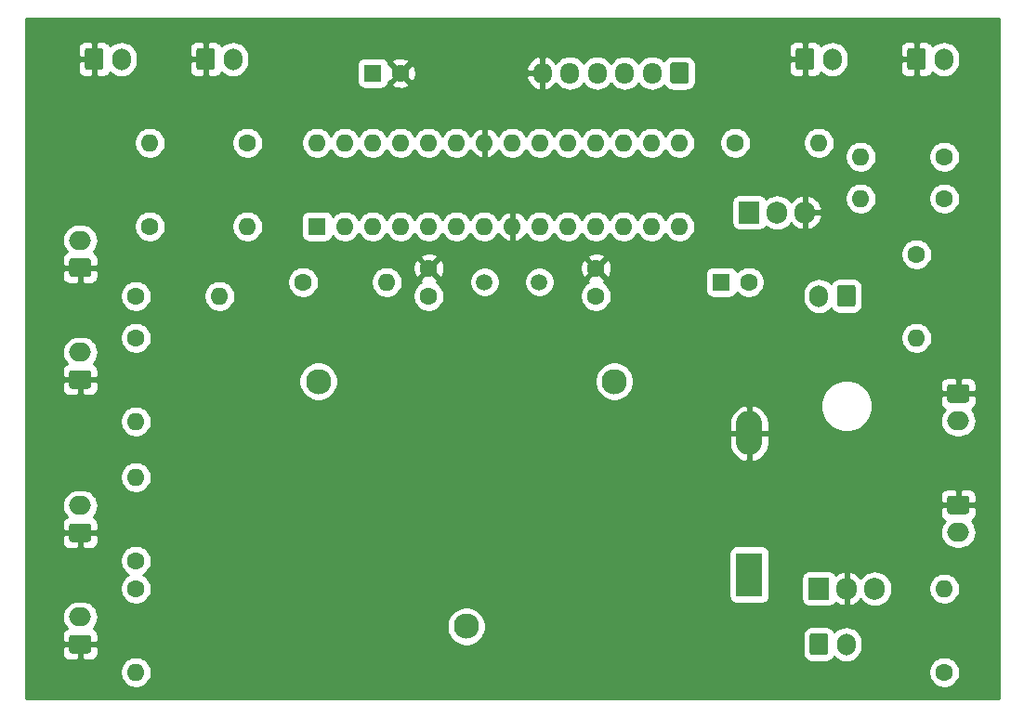
<source format=gbr>
%TF.GenerationSoftware,KiCad,Pcbnew,5.99.0+really5.1.10+dfsg1-1*%
%TF.CreationDate,2022-03-10T13:38:06+00:00*%
%TF.ProjectId,board,626f6172-642e-46b6-9963-61645f706362,rev?*%
%TF.SameCoordinates,Original*%
%TF.FileFunction,Copper,L2,Inr*%
%TF.FilePolarity,Positive*%
%FSLAX46Y46*%
G04 Gerber Fmt 4.6, Leading zero omitted, Abs format (unit mm)*
G04 Created by KiCad (PCBNEW 5.99.0+really5.1.10+dfsg1-1) date 2022-03-10 13:38:06*
%MOMM*%
%LPD*%
G01*
G04 APERTURE LIST*
%TA.AperFunction,ComponentPad*%
%ADD10C,1.500000*%
%TD*%
%TA.AperFunction,ComponentPad*%
%ADD11O,1.600000X1.600000*%
%TD*%
%TA.AperFunction,ComponentPad*%
%ADD12R,1.600000X1.600000*%
%TD*%
%TA.AperFunction,ComponentPad*%
%ADD13O,1.905000X2.000000*%
%TD*%
%TA.AperFunction,ComponentPad*%
%ADD14R,1.905000X2.000000*%
%TD*%
%TA.AperFunction,ComponentPad*%
%ADD15O,2.000000X1.700000*%
%TD*%
%TA.AperFunction,ComponentPad*%
%ADD16O,1.700000X2.000000*%
%TD*%
%TA.AperFunction,ComponentPad*%
%ADD17C,1.600000*%
%TD*%
%TA.AperFunction,ComponentPad*%
%ADD18O,1.700000X1.950000*%
%TD*%
%TA.AperFunction,WasherPad*%
%ADD19C,2.300000*%
%TD*%
%TA.AperFunction,ComponentPad*%
%ADD20O,2.410000X4.020000*%
%TD*%
%TA.AperFunction,ComponentPad*%
%ADD21R,2.410000X4.020000*%
%TD*%
%TA.AperFunction,Conductor*%
%ADD22C,0.254000*%
%TD*%
%TA.AperFunction,Conductor*%
%ADD23C,0.100000*%
%TD*%
G04 APERTURE END LIST*
D10*
%TO.N,Net-(C2_CRY1-Pad1)*%
%TO.C,Y1*%
X123110000Y-120650000D03*
%TO.N,Net-(C1_CRY1-Pad1)*%
X118110000Y-120650000D03*
%TD*%
D11*
%TO.N,Net-(U2-Pad28)*%
%TO.C,U2*%
X102870000Y-107950000D03*
%TO.N,Net-(U2-Pad14)*%
X135890000Y-115570000D03*
%TO.N,Net-(R_LED5-Pad2)*%
X105410000Y-107950000D03*
%TO.N,Net-(U2-Pad13)*%
X133350000Y-115570000D03*
%TO.N,Net-(R_LED4-Pad2)*%
X107950000Y-107950000D03*
%TO.N,Net-(R_SW5-Pad2)*%
X130810000Y-115570000D03*
%TO.N,Net-(R_LED3-Pad2)*%
X110490000Y-107950000D03*
%TO.N,Net-(R_SW4-Pad2)*%
X128270000Y-115570000D03*
%TO.N,Net-(R_LED2-Pad2)*%
X113030000Y-107950000D03*
%TO.N,Net-(C2_CRY1-Pad1)*%
X125730000Y-115570000D03*
%TO.N,Net-(R_LED1-Pad2)*%
X115570000Y-107950000D03*
%TO.N,Net-(C1_CRY1-Pad1)*%
X123190000Y-115570000D03*
%TO.N,Net-(BT1-Pad2)*%
X118110000Y-107950000D03*
X120650000Y-115570000D03*
%TO.N,Net-(U2-Pad21)*%
X120650000Y-107950000D03*
%TO.N,Net-(C_POW1-Pad1)*%
X118110000Y-115570000D03*
X123190000Y-107950000D03*
%TO.N,Net-(R_SW3-Pad2)*%
X115570000Y-115570000D03*
%TO.N,Net-(Micro_SD_card1-Pad4)*%
X125730000Y-107950000D03*
%TO.N,Net-(R_SW2-Pad2)*%
X113030000Y-115570000D03*
%TO.N,Net-(Micro_SD_card1-Pad5)*%
X128270000Y-107950000D03*
%TO.N,Net-(R_SW1-Pad2)*%
X110490000Y-115570000D03*
%TO.N,Net-(Micro_SD_card1-Pad3)*%
X130810000Y-107950000D03*
%TO.N,Net-(U2-Pad3)*%
X107950000Y-115570000D03*
%TO.N,Net-(Micro_SD_card1-Pad2)*%
X133350000Y-107950000D03*
%TO.N,Net-(U2-Pad2)*%
X105410000Y-115570000D03*
%TO.N,Net-(C_AMP1-Pad1)*%
X135890000Y-107950000D03*
D12*
%TO.N,Net-(R_RESET1-Pad1)*%
X102870000Y-115570000D03*
%TD*%
D13*
%TO.N,Net-(C_POW1-Pad1)*%
%TO.C,U1*%
X153670000Y-148590000D03*
%TO.N,Net-(BT1-Pad2)*%
X151130000Y-148590000D03*
D14*
%TO.N,Net-(PowerSwExt1-Pad2)*%
X148590000Y-148590000D03*
%TD*%
%TO.N,Net-(BT1-Pad2)*%
%TO.C,SW5*%
%TA.AperFunction,ComponentPad*%
G36*
G01*
X82030000Y-130390000D02*
X80530000Y-130390000D01*
G75*
G02*
X80280000Y-130140000I0J250000D01*
G01*
X80280000Y-128940000D01*
G75*
G02*
X80530000Y-128690000I250000J0D01*
G01*
X82030000Y-128690000D01*
G75*
G02*
X82280000Y-128940000I0J-250000D01*
G01*
X82280000Y-130140000D01*
G75*
G02*
X82030000Y-130390000I-250000J0D01*
G01*
G37*
%TD.AperFunction*%
D15*
%TO.N,Net-(R_SW5-Pad2)*%
X81280000Y-127040000D03*
%TD*%
%TO.N,Net-(R_SW4-Pad2)*%
%TO.C,SW4*%
X81280000Y-151170000D03*
%TO.N,Net-(BT1-Pad2)*%
%TA.AperFunction,ComponentPad*%
G36*
G01*
X82030000Y-154520000D02*
X80530000Y-154520000D01*
G75*
G02*
X80280000Y-154270000I0J250000D01*
G01*
X80280000Y-153070000D01*
G75*
G02*
X80530000Y-152820000I250000J0D01*
G01*
X82030000Y-152820000D01*
G75*
G02*
X82280000Y-153070000I0J-250000D01*
G01*
X82280000Y-154270000D01*
G75*
G02*
X82030000Y-154520000I-250000J0D01*
G01*
G37*
%TD.AperFunction*%
%TD*%
%TO.N,Net-(R_SW3-Pad2)*%
%TO.C,SW3*%
X161290000Y-133310000D03*
%TO.N,Net-(BT1-Pad2)*%
%TA.AperFunction,ComponentPad*%
G36*
G01*
X160540000Y-129960000D02*
X162040000Y-129960000D01*
G75*
G02*
X162290000Y-130210000I0J-250000D01*
G01*
X162290000Y-131410000D01*
G75*
G02*
X162040000Y-131660000I-250000J0D01*
G01*
X160540000Y-131660000D01*
G75*
G02*
X160290000Y-131410000I0J250000D01*
G01*
X160290000Y-130210000D01*
G75*
G02*
X160540000Y-129960000I250000J0D01*
G01*
G37*
%TD.AperFunction*%
%TD*%
D16*
%TO.N,Net-(R_SW2-Pad2)*%
%TO.C,SW2*%
X149820000Y-100330000D03*
%TO.N,Net-(BT1-Pad2)*%
%TA.AperFunction,ComponentPad*%
G36*
G01*
X146470000Y-101080000D02*
X146470000Y-99580000D01*
G75*
G02*
X146720000Y-99330000I250000J0D01*
G01*
X147920000Y-99330000D01*
G75*
G02*
X148170000Y-99580000I0J-250000D01*
G01*
X148170000Y-101080000D01*
G75*
G02*
X147920000Y-101330000I-250000J0D01*
G01*
X146720000Y-101330000D01*
G75*
G02*
X146470000Y-101080000I0J250000D01*
G01*
G37*
%TD.AperFunction*%
%TD*%
%TO.N,Net-(R_SW1-Pad2)*%
%TO.C,SW1*%
X85050000Y-100330000D03*
%TO.N,Net-(BT1-Pad2)*%
%TA.AperFunction,ComponentPad*%
G36*
G01*
X81700000Y-101080000D02*
X81700000Y-99580000D01*
G75*
G02*
X81950000Y-99330000I250000J0D01*
G01*
X83150000Y-99330000D01*
G75*
G02*
X83400000Y-99580000I0J-250000D01*
G01*
X83400000Y-101080000D01*
G75*
G02*
X83150000Y-101330000I-250000J0D01*
G01*
X81950000Y-101330000D01*
G75*
G02*
X81700000Y-101080000I0J250000D01*
G01*
G37*
%TD.AperFunction*%
%TD*%
D17*
%TO.N,Net-(C_POW1-Pad1)*%
%TO.C,R_SW5*%
X86360000Y-125730000D03*
D11*
%TO.N,Net-(R_SW5-Pad2)*%
X86360000Y-133350000D03*
%TD*%
%TO.N,Net-(R_SW4-Pad2)*%
%TO.C,R_SW4*%
X86360000Y-156210000D03*
D17*
%TO.N,Net-(C_POW1-Pad1)*%
X86360000Y-148590000D03*
%TD*%
D11*
%TO.N,Net-(R_SW3-Pad2)*%
%TO.C,R_SW3*%
X157480000Y-125730000D03*
D17*
%TO.N,Net-(C_POW1-Pad1)*%
X157480000Y-118110000D03*
%TD*%
D11*
%TO.N,Net-(R_SW2-Pad2)*%
%TO.C,R_SW2*%
X152400000Y-109220000D03*
D17*
%TO.N,Net-(C_POW1-Pad1)*%
X160020000Y-109220000D03*
%TD*%
D11*
%TO.N,Net-(R_SW1-Pad2)*%
%TO.C,R_SW1*%
X87630000Y-107950000D03*
D17*
%TO.N,Net-(C_POW1-Pad1)*%
X87630000Y-115570000D03*
%TD*%
D11*
%TO.N,Net-(C_POW1-Pad1)*%
%TO.C,R_RESET1*%
X109220000Y-120650000D03*
D17*
%TO.N,Net-(R_RESET1-Pad1)*%
X101600000Y-120650000D03*
%TD*%
%TO.N,Net-(LED5-Pad2)*%
%TO.C,R_LED5*%
X86360000Y-121920000D03*
D11*
%TO.N,Net-(R_LED5-Pad2)*%
X93980000Y-121920000D03*
%TD*%
%TO.N,Net-(R_LED4-Pad2)*%
%TO.C,R_LED4*%
X86360000Y-138430000D03*
D17*
%TO.N,Net-(LED4-Pad2)*%
X86360000Y-146050000D03*
%TD*%
D11*
%TO.N,Net-(R_LED3-Pad2)*%
%TO.C,R_LED3*%
X160020000Y-148590000D03*
D17*
%TO.N,Net-(LED3-Pad2)*%
X160020000Y-156210000D03*
%TD*%
D11*
%TO.N,Net-(R_LED2-Pad2)*%
%TO.C,R_LED2*%
X152400000Y-113030000D03*
D17*
%TO.N,Net-(LED2-Pad2)*%
X160020000Y-113030000D03*
%TD*%
D11*
%TO.N,Net-(R_LED1-Pad2)*%
%TO.C,R_LED1*%
X96520000Y-115570000D03*
D17*
%TO.N,Net-(LED1-Pad2)*%
X96520000Y-107950000D03*
%TD*%
D11*
%TO.N,Net-(LS1-Pad2)*%
%TO.C,R_AMP1*%
X148590000Y-107950000D03*
D17*
%TO.N,Net-(C_AMP1-Pad2)*%
X140970000Y-107950000D03*
%TD*%
D13*
%TO.N,Net-(BT1-Pad2)*%
%TO.C,Q1*%
X147320000Y-114300000D03*
%TO.N,Net-(LS1-Pad2)*%
X144780000Y-114300000D03*
D14*
%TO.N,Net-(C_AMP1-Pad2)*%
X142240000Y-114300000D03*
%TD*%
D16*
%TO.N,Net-(PowerSwExt1-Pad2)*%
%TO.C,PowerSwExt1*%
X151090000Y-153670000D03*
%TO.N,Net-(BT1-Pad1)*%
%TA.AperFunction,ComponentPad*%
G36*
G01*
X147740000Y-154420000D02*
X147740000Y-152920000D01*
G75*
G02*
X147990000Y-152670000I250000J0D01*
G01*
X149190000Y-152670000D01*
G75*
G02*
X149440000Y-152920000I0J-250000D01*
G01*
X149440000Y-154420000D01*
G75*
G02*
X149190000Y-154670000I-250000J0D01*
G01*
X147990000Y-154670000D01*
G75*
G02*
X147740000Y-154420000I0J250000D01*
G01*
G37*
%TD.AperFunction*%
%TD*%
D18*
%TO.N,Net-(BT1-Pad2)*%
%TO.C,Micro_SD_card1*%
X123390000Y-101600000D03*
%TO.N,Net-(Micro_SD_card1-Pad5)*%
X125890000Y-101600000D03*
%TO.N,Net-(Micro_SD_card1-Pad4)*%
X128390000Y-101600000D03*
%TO.N,Net-(Micro_SD_card1-Pad3)*%
X130890000Y-101600000D03*
%TO.N,Net-(Micro_SD_card1-Pad2)*%
X133390000Y-101600000D03*
%TO.N,Net-(C_POW1-Pad1)*%
%TA.AperFunction,ComponentPad*%
G36*
G01*
X136740000Y-100875000D02*
X136740000Y-102325000D01*
G75*
G02*
X136490000Y-102575000I-250000J0D01*
G01*
X135290000Y-102575000D01*
G75*
G02*
X135040000Y-102325000I0J250000D01*
G01*
X135040000Y-100875000D01*
G75*
G02*
X135290000Y-100625000I250000J0D01*
G01*
X136490000Y-100625000D01*
G75*
G02*
X136740000Y-100875000I0J-250000D01*
G01*
G37*
%TD.AperFunction*%
%TD*%
D16*
%TO.N,Net-(LS1-Pad2)*%
%TO.C,LS1*%
X148590000Y-121920000D03*
%TO.N,Net-(C_POW1-Pad1)*%
%TA.AperFunction,ComponentPad*%
G36*
G01*
X151940000Y-121170000D02*
X151940000Y-122670000D01*
G75*
G02*
X151690000Y-122920000I-250000J0D01*
G01*
X150490000Y-122920000D01*
G75*
G02*
X150240000Y-122670000I0J250000D01*
G01*
X150240000Y-121170000D01*
G75*
G02*
X150490000Y-120920000I250000J0D01*
G01*
X151690000Y-120920000D01*
G75*
G02*
X151940000Y-121170000I0J-250000D01*
G01*
G37*
%TD.AperFunction*%
%TD*%
%TO.N,Net-(BT1-Pad2)*%
%TO.C,LED5*%
%TA.AperFunction,ComponentPad*%
G36*
G01*
X82030000Y-120190000D02*
X80530000Y-120190000D01*
G75*
G02*
X80280000Y-119940000I0J250000D01*
G01*
X80280000Y-118740000D01*
G75*
G02*
X80530000Y-118490000I250000J0D01*
G01*
X82030000Y-118490000D01*
G75*
G02*
X82280000Y-118740000I0J-250000D01*
G01*
X82280000Y-119940000D01*
G75*
G02*
X82030000Y-120190000I-250000J0D01*
G01*
G37*
%TD.AperFunction*%
D15*
%TO.N,Net-(LED5-Pad2)*%
X81280000Y-116840000D03*
%TD*%
%TO.N,Net-(LED4-Pad2)*%
%TO.C,LED4*%
X81280000Y-141010000D03*
%TO.N,Net-(BT1-Pad2)*%
%TA.AperFunction,ComponentPad*%
G36*
G01*
X82030000Y-144360000D02*
X80530000Y-144360000D01*
G75*
G02*
X80280000Y-144110000I0J250000D01*
G01*
X80280000Y-142910000D01*
G75*
G02*
X80530000Y-142660000I250000J0D01*
G01*
X82030000Y-142660000D01*
G75*
G02*
X82280000Y-142910000I0J-250000D01*
G01*
X82280000Y-144110000D01*
G75*
G02*
X82030000Y-144360000I-250000J0D01*
G01*
G37*
%TD.AperFunction*%
%TD*%
%TO.N,Net-(LED3-Pad2)*%
%TO.C,LED3*%
X161290000Y-143470000D03*
%TO.N,Net-(BT1-Pad2)*%
%TA.AperFunction,ComponentPad*%
G36*
G01*
X160540000Y-140120000D02*
X162040000Y-140120000D01*
G75*
G02*
X162290000Y-140370000I0J-250000D01*
G01*
X162290000Y-141570000D01*
G75*
G02*
X162040000Y-141820000I-250000J0D01*
G01*
X160540000Y-141820000D01*
G75*
G02*
X160290000Y-141570000I0J250000D01*
G01*
X160290000Y-140370000D01*
G75*
G02*
X160540000Y-140120000I250000J0D01*
G01*
G37*
%TD.AperFunction*%
%TD*%
D16*
%TO.N,Net-(LED2-Pad2)*%
%TO.C,LED2*%
X159980000Y-100330000D03*
%TO.N,Net-(BT1-Pad2)*%
%TA.AperFunction,ComponentPad*%
G36*
G01*
X156630000Y-101080000D02*
X156630000Y-99580000D01*
G75*
G02*
X156880000Y-99330000I250000J0D01*
G01*
X158080000Y-99330000D01*
G75*
G02*
X158330000Y-99580000I0J-250000D01*
G01*
X158330000Y-101080000D01*
G75*
G02*
X158080000Y-101330000I-250000J0D01*
G01*
X156880000Y-101330000D01*
G75*
G02*
X156630000Y-101080000I0J250000D01*
G01*
G37*
%TD.AperFunction*%
%TD*%
%TO.N,Net-(LED1-Pad2)*%
%TO.C,LED1*%
X95210000Y-100330000D03*
%TO.N,Net-(BT1-Pad2)*%
%TA.AperFunction,ComponentPad*%
G36*
G01*
X91860000Y-101080000D02*
X91860000Y-99580000D01*
G75*
G02*
X92110000Y-99330000I250000J0D01*
G01*
X93310000Y-99330000D01*
G75*
G02*
X93560000Y-99580000I0J-250000D01*
G01*
X93560000Y-101080000D01*
G75*
G02*
X93310000Y-101330000I-250000J0D01*
G01*
X92110000Y-101330000D01*
G75*
G02*
X91860000Y-101080000I0J250000D01*
G01*
G37*
%TD.AperFunction*%
%TD*%
D17*
%TO.N,Net-(BT1-Pad2)*%
%TO.C,C_POW1*%
X110450000Y-101600000D03*
D12*
%TO.N,Net-(C_POW1-Pad1)*%
X107950000Y-101600000D03*
%TD*%
D17*
%TO.N,Net-(C_AMP1-Pad2)*%
%TO.C,C_AMP1*%
X142200000Y-120650000D03*
D12*
%TO.N,Net-(C_AMP1-Pad1)*%
X139700000Y-120650000D03*
%TD*%
D17*
%TO.N,Net-(BT1-Pad2)*%
%TO.C,C2_CRY1*%
X128270000Y-119420000D03*
%TO.N,Net-(C2_CRY1-Pad1)*%
X128270000Y-121920000D03*
%TD*%
%TO.N,Net-(BT1-Pad2)*%
%TO.C,C1_CRY1*%
X113030000Y-119420000D03*
%TO.N,Net-(C1_CRY1-Pad1)*%
X113030000Y-121920000D03*
%TD*%
D19*
%TO.N,*%
%TO.C,BT1*%
X102980000Y-129700000D03*
X129950000Y-129700000D03*
X116460000Y-152050000D03*
D20*
%TO.N,Net-(BT1-Pad2)*%
X142240000Y-134440000D03*
D21*
%TO.N,Net-(BT1-Pad1)*%
X142240000Y-147320000D03*
%TD*%
D22*
%TO.N,Net-(BT1-Pad2)*%
X164973000Y-158623000D02*
X76327000Y-158623000D01*
X76327000Y-156068665D01*
X84925000Y-156068665D01*
X84925000Y-156351335D01*
X84980147Y-156628574D01*
X85088320Y-156889727D01*
X85245363Y-157124759D01*
X85445241Y-157324637D01*
X85680273Y-157481680D01*
X85941426Y-157589853D01*
X86218665Y-157645000D01*
X86501335Y-157645000D01*
X86778574Y-157589853D01*
X87039727Y-157481680D01*
X87274759Y-157324637D01*
X87474637Y-157124759D01*
X87631680Y-156889727D01*
X87739853Y-156628574D01*
X87795000Y-156351335D01*
X87795000Y-156068665D01*
X158585000Y-156068665D01*
X158585000Y-156351335D01*
X158640147Y-156628574D01*
X158748320Y-156889727D01*
X158905363Y-157124759D01*
X159105241Y-157324637D01*
X159340273Y-157481680D01*
X159601426Y-157589853D01*
X159878665Y-157645000D01*
X160161335Y-157645000D01*
X160438574Y-157589853D01*
X160699727Y-157481680D01*
X160934759Y-157324637D01*
X161134637Y-157124759D01*
X161291680Y-156889727D01*
X161399853Y-156628574D01*
X161455000Y-156351335D01*
X161455000Y-156068665D01*
X161399853Y-155791426D01*
X161291680Y-155530273D01*
X161134637Y-155295241D01*
X160934759Y-155095363D01*
X160699727Y-154938320D01*
X160438574Y-154830147D01*
X160161335Y-154775000D01*
X159878665Y-154775000D01*
X159601426Y-154830147D01*
X159340273Y-154938320D01*
X159105241Y-155095363D01*
X158905363Y-155295241D01*
X158748320Y-155530273D01*
X158640147Y-155791426D01*
X158585000Y-156068665D01*
X87795000Y-156068665D01*
X87739853Y-155791426D01*
X87631680Y-155530273D01*
X87474637Y-155295241D01*
X87274759Y-155095363D01*
X87039727Y-154938320D01*
X86778574Y-154830147D01*
X86501335Y-154775000D01*
X86218665Y-154775000D01*
X85941426Y-154830147D01*
X85680273Y-154938320D01*
X85445241Y-155095363D01*
X85245363Y-155295241D01*
X85088320Y-155530273D01*
X84980147Y-155791426D01*
X84925000Y-156068665D01*
X76327000Y-156068665D01*
X76327000Y-154520000D01*
X79641928Y-154520000D01*
X79654188Y-154644482D01*
X79690498Y-154764180D01*
X79749463Y-154874494D01*
X79828815Y-154971185D01*
X79925506Y-155050537D01*
X80035820Y-155109502D01*
X80155518Y-155145812D01*
X80280000Y-155158072D01*
X80994250Y-155155000D01*
X81153000Y-154996250D01*
X81153000Y-153797000D01*
X81407000Y-153797000D01*
X81407000Y-154996250D01*
X81565750Y-155155000D01*
X82280000Y-155158072D01*
X82404482Y-155145812D01*
X82524180Y-155109502D01*
X82634494Y-155050537D01*
X82731185Y-154971185D01*
X82810537Y-154874494D01*
X82869502Y-154764180D01*
X82905812Y-154644482D01*
X82918072Y-154520000D01*
X82915000Y-153955750D01*
X82756250Y-153797000D01*
X81407000Y-153797000D01*
X81153000Y-153797000D01*
X79803750Y-153797000D01*
X79645000Y-153955750D01*
X79641928Y-154520000D01*
X76327000Y-154520000D01*
X76327000Y-151170000D01*
X79637815Y-151170000D01*
X79666487Y-151461111D01*
X79751401Y-151741034D01*
X79889294Y-151999014D01*
X80070608Y-152219945D01*
X80035820Y-152230498D01*
X79925506Y-152289463D01*
X79828815Y-152368815D01*
X79749463Y-152465506D01*
X79690498Y-152575820D01*
X79654188Y-152695518D01*
X79641928Y-152820000D01*
X79645000Y-153384250D01*
X79803750Y-153543000D01*
X81153000Y-153543000D01*
X81153000Y-153523000D01*
X81407000Y-153523000D01*
X81407000Y-153543000D01*
X82756250Y-153543000D01*
X82915000Y-153384250D01*
X82918072Y-152820000D01*
X82905812Y-152695518D01*
X82869502Y-152575820D01*
X82810537Y-152465506D01*
X82731185Y-152368815D01*
X82634494Y-152289463D01*
X82524180Y-152230498D01*
X82489392Y-152219945D01*
X82670706Y-151999014D01*
X82737424Y-151874193D01*
X114675000Y-151874193D01*
X114675000Y-152225807D01*
X114743596Y-152570665D01*
X114878153Y-152895515D01*
X115073500Y-153187871D01*
X115322129Y-153436500D01*
X115614485Y-153631847D01*
X115939335Y-153766404D01*
X116284193Y-153835000D01*
X116635807Y-153835000D01*
X116980665Y-153766404D01*
X117305515Y-153631847D01*
X117597871Y-153436500D01*
X117846500Y-153187871D01*
X118025486Y-152920000D01*
X147101928Y-152920000D01*
X147101928Y-154420000D01*
X147118992Y-154593254D01*
X147169528Y-154759850D01*
X147251595Y-154913386D01*
X147362038Y-155047962D01*
X147496614Y-155158405D01*
X147650150Y-155240472D01*
X147816746Y-155291008D01*
X147990000Y-155308072D01*
X149190000Y-155308072D01*
X149363254Y-155291008D01*
X149529850Y-155240472D01*
X149683386Y-155158405D01*
X149817962Y-155047962D01*
X149928405Y-154913386D01*
X149982777Y-154811663D01*
X150034866Y-154875134D01*
X150260987Y-155060706D01*
X150518967Y-155198599D01*
X150798890Y-155283513D01*
X151090000Y-155312185D01*
X151381111Y-155283513D01*
X151661034Y-155198599D01*
X151919014Y-155060706D01*
X152145134Y-154875134D01*
X152330706Y-154649014D01*
X152468599Y-154391033D01*
X152553513Y-154111110D01*
X152575000Y-153892949D01*
X152575000Y-153447050D01*
X152553513Y-153228889D01*
X152468599Y-152948966D01*
X152330706Y-152690986D01*
X152145134Y-152464866D01*
X151919013Y-152279294D01*
X151661033Y-152141401D01*
X151381110Y-152056487D01*
X151090000Y-152027815D01*
X150798889Y-152056487D01*
X150518966Y-152141401D01*
X150260986Y-152279294D01*
X150034866Y-152464866D01*
X149982777Y-152528337D01*
X149928405Y-152426614D01*
X149817962Y-152292038D01*
X149683386Y-152181595D01*
X149529850Y-152099528D01*
X149363254Y-152048992D01*
X149190000Y-152031928D01*
X147990000Y-152031928D01*
X147816746Y-152048992D01*
X147650150Y-152099528D01*
X147496614Y-152181595D01*
X147362038Y-152292038D01*
X147251595Y-152426614D01*
X147169528Y-152580150D01*
X147118992Y-152746746D01*
X147101928Y-152920000D01*
X118025486Y-152920000D01*
X118041847Y-152895515D01*
X118176404Y-152570665D01*
X118245000Y-152225807D01*
X118245000Y-151874193D01*
X118176404Y-151529335D01*
X118041847Y-151204485D01*
X117846500Y-150912129D01*
X117597871Y-150663500D01*
X117305515Y-150468153D01*
X116980665Y-150333596D01*
X116635807Y-150265000D01*
X116284193Y-150265000D01*
X115939335Y-150333596D01*
X115614485Y-150468153D01*
X115322129Y-150663500D01*
X115073500Y-150912129D01*
X114878153Y-151204485D01*
X114743596Y-151529335D01*
X114675000Y-151874193D01*
X82737424Y-151874193D01*
X82808599Y-151741034D01*
X82893513Y-151461111D01*
X82922185Y-151170000D01*
X82893513Y-150878889D01*
X82808599Y-150598966D01*
X82670706Y-150340986D01*
X82485134Y-150114866D01*
X82259014Y-149929294D01*
X82001034Y-149791401D01*
X81721111Y-149706487D01*
X81502950Y-149685000D01*
X81057050Y-149685000D01*
X80838889Y-149706487D01*
X80558966Y-149791401D01*
X80300986Y-149929294D01*
X80074866Y-150114866D01*
X79889294Y-150340986D01*
X79751401Y-150598966D01*
X79666487Y-150878889D01*
X79637815Y-151170000D01*
X76327000Y-151170000D01*
X76327000Y-145908665D01*
X84925000Y-145908665D01*
X84925000Y-146191335D01*
X84980147Y-146468574D01*
X85088320Y-146729727D01*
X85245363Y-146964759D01*
X85445241Y-147164637D01*
X85677759Y-147320000D01*
X85445241Y-147475363D01*
X85245363Y-147675241D01*
X85088320Y-147910273D01*
X84980147Y-148171426D01*
X84925000Y-148448665D01*
X84925000Y-148731335D01*
X84980147Y-149008574D01*
X85088320Y-149269727D01*
X85245363Y-149504759D01*
X85445241Y-149704637D01*
X85680273Y-149861680D01*
X85941426Y-149969853D01*
X86218665Y-150025000D01*
X86501335Y-150025000D01*
X86778574Y-149969853D01*
X87039727Y-149861680D01*
X87274759Y-149704637D01*
X87474637Y-149504759D01*
X87631680Y-149269727D01*
X87739853Y-149008574D01*
X87795000Y-148731335D01*
X87795000Y-148448665D01*
X87739853Y-148171426D01*
X87631680Y-147910273D01*
X87474637Y-147675241D01*
X87274759Y-147475363D01*
X87042241Y-147320000D01*
X87274759Y-147164637D01*
X87474637Y-146964759D01*
X87631680Y-146729727D01*
X87739853Y-146468574D01*
X87795000Y-146191335D01*
X87795000Y-145908665D01*
X87739853Y-145631426D01*
X87631680Y-145370273D01*
X87591407Y-145310000D01*
X140396928Y-145310000D01*
X140396928Y-149330000D01*
X140409188Y-149454482D01*
X140445498Y-149574180D01*
X140504463Y-149684494D01*
X140583815Y-149781185D01*
X140680506Y-149860537D01*
X140790820Y-149919502D01*
X140910518Y-149955812D01*
X141035000Y-149968072D01*
X143445000Y-149968072D01*
X143569482Y-149955812D01*
X143689180Y-149919502D01*
X143799494Y-149860537D01*
X143896185Y-149781185D01*
X143975537Y-149684494D01*
X144034502Y-149574180D01*
X144070812Y-149454482D01*
X144083072Y-149330000D01*
X144083072Y-147590000D01*
X146999428Y-147590000D01*
X146999428Y-149590000D01*
X147011688Y-149714482D01*
X147047998Y-149834180D01*
X147106963Y-149944494D01*
X147186315Y-150041185D01*
X147283006Y-150120537D01*
X147393320Y-150179502D01*
X147513018Y-150215812D01*
X147637500Y-150228072D01*
X149542500Y-150228072D01*
X149666982Y-150215812D01*
X149786680Y-150179502D01*
X149896994Y-150120537D01*
X149993685Y-150041185D01*
X150073037Y-149944494D01*
X150122059Y-149852781D01*
X150263077Y-149965969D01*
X150538906Y-150109571D01*
X150757020Y-150180563D01*
X151003000Y-150060594D01*
X151003000Y-148717000D01*
X150983000Y-148717000D01*
X150983000Y-148463000D01*
X151003000Y-148463000D01*
X151003000Y-147119406D01*
X151257000Y-147119406D01*
X151257000Y-148463000D01*
X151277000Y-148463000D01*
X151277000Y-148717000D01*
X151257000Y-148717000D01*
X151257000Y-150060594D01*
X151502980Y-150180563D01*
X151721094Y-150109571D01*
X151996923Y-149965969D01*
X152239437Y-149771315D01*
X152394837Y-149586101D01*
X152542037Y-149765463D01*
X152783766Y-149963845D01*
X153059552Y-150111255D01*
X153358797Y-150202030D01*
X153670000Y-150232681D01*
X153981204Y-150202030D01*
X154280449Y-150111255D01*
X154556235Y-149963845D01*
X154797963Y-149765463D01*
X154996345Y-149523734D01*
X155143755Y-149247948D01*
X155234530Y-148948703D01*
X155257500Y-148715485D01*
X155257500Y-148464514D01*
X155255940Y-148448665D01*
X158585000Y-148448665D01*
X158585000Y-148731335D01*
X158640147Y-149008574D01*
X158748320Y-149269727D01*
X158905363Y-149504759D01*
X159105241Y-149704637D01*
X159340273Y-149861680D01*
X159601426Y-149969853D01*
X159878665Y-150025000D01*
X160161335Y-150025000D01*
X160438574Y-149969853D01*
X160699727Y-149861680D01*
X160934759Y-149704637D01*
X161134637Y-149504759D01*
X161291680Y-149269727D01*
X161399853Y-149008574D01*
X161455000Y-148731335D01*
X161455000Y-148448665D01*
X161399853Y-148171426D01*
X161291680Y-147910273D01*
X161134637Y-147675241D01*
X160934759Y-147475363D01*
X160699727Y-147318320D01*
X160438574Y-147210147D01*
X160161335Y-147155000D01*
X159878665Y-147155000D01*
X159601426Y-147210147D01*
X159340273Y-147318320D01*
X159105241Y-147475363D01*
X158905363Y-147675241D01*
X158748320Y-147910273D01*
X158640147Y-148171426D01*
X158585000Y-148448665D01*
X155255940Y-148448665D01*
X155234530Y-148231296D01*
X155143755Y-147932051D01*
X154996345Y-147656265D01*
X154797963Y-147414537D01*
X154556234Y-147216155D01*
X154280448Y-147068745D01*
X153981203Y-146977970D01*
X153670000Y-146947319D01*
X153358796Y-146977970D01*
X153059551Y-147068745D01*
X152783765Y-147216155D01*
X152542037Y-147414537D01*
X152394838Y-147593900D01*
X152239437Y-147408685D01*
X151996923Y-147214031D01*
X151721094Y-147070429D01*
X151502980Y-146999437D01*
X151257000Y-147119406D01*
X151003000Y-147119406D01*
X150757020Y-146999437D01*
X150538906Y-147070429D01*
X150263077Y-147214031D01*
X150122059Y-147327219D01*
X150073037Y-147235506D01*
X149993685Y-147138815D01*
X149896994Y-147059463D01*
X149786680Y-147000498D01*
X149666982Y-146964188D01*
X149542500Y-146951928D01*
X147637500Y-146951928D01*
X147513018Y-146964188D01*
X147393320Y-147000498D01*
X147283006Y-147059463D01*
X147186315Y-147138815D01*
X147106963Y-147235506D01*
X147047998Y-147345820D01*
X147011688Y-147465518D01*
X146999428Y-147590000D01*
X144083072Y-147590000D01*
X144083072Y-145310000D01*
X144070812Y-145185518D01*
X144034502Y-145065820D01*
X143975537Y-144955506D01*
X143896185Y-144858815D01*
X143799494Y-144779463D01*
X143689180Y-144720498D01*
X143569482Y-144684188D01*
X143445000Y-144671928D01*
X141035000Y-144671928D01*
X140910518Y-144684188D01*
X140790820Y-144720498D01*
X140680506Y-144779463D01*
X140583815Y-144858815D01*
X140504463Y-144955506D01*
X140445498Y-145065820D01*
X140409188Y-145185518D01*
X140396928Y-145310000D01*
X87591407Y-145310000D01*
X87474637Y-145135241D01*
X87274759Y-144935363D01*
X87039727Y-144778320D01*
X86778574Y-144670147D01*
X86501335Y-144615000D01*
X86218665Y-144615000D01*
X85941426Y-144670147D01*
X85680273Y-144778320D01*
X85445241Y-144935363D01*
X85245363Y-145135241D01*
X85088320Y-145370273D01*
X84980147Y-145631426D01*
X84925000Y-145908665D01*
X76327000Y-145908665D01*
X76327000Y-144360000D01*
X79641928Y-144360000D01*
X79654188Y-144484482D01*
X79690498Y-144604180D01*
X79749463Y-144714494D01*
X79828815Y-144811185D01*
X79925506Y-144890537D01*
X80035820Y-144949502D01*
X80155518Y-144985812D01*
X80280000Y-144998072D01*
X80994250Y-144995000D01*
X81153000Y-144836250D01*
X81153000Y-143637000D01*
X81407000Y-143637000D01*
X81407000Y-144836250D01*
X81565750Y-144995000D01*
X82280000Y-144998072D01*
X82404482Y-144985812D01*
X82524180Y-144949502D01*
X82634494Y-144890537D01*
X82731185Y-144811185D01*
X82810537Y-144714494D01*
X82869502Y-144604180D01*
X82905812Y-144484482D01*
X82918072Y-144360000D01*
X82915000Y-143795750D01*
X82756250Y-143637000D01*
X81407000Y-143637000D01*
X81153000Y-143637000D01*
X79803750Y-143637000D01*
X79645000Y-143795750D01*
X79641928Y-144360000D01*
X76327000Y-144360000D01*
X76327000Y-143470000D01*
X159647815Y-143470000D01*
X159676487Y-143761111D01*
X159761401Y-144041034D01*
X159899294Y-144299014D01*
X160084866Y-144525134D01*
X160310986Y-144710706D01*
X160568966Y-144848599D01*
X160848889Y-144933513D01*
X161067050Y-144955000D01*
X161512950Y-144955000D01*
X161731111Y-144933513D01*
X162011034Y-144848599D01*
X162269014Y-144710706D01*
X162495134Y-144525134D01*
X162680706Y-144299014D01*
X162818599Y-144041034D01*
X162903513Y-143761111D01*
X162932185Y-143470000D01*
X162903513Y-143178889D01*
X162818599Y-142898966D01*
X162680706Y-142640986D01*
X162499392Y-142420055D01*
X162534180Y-142409502D01*
X162644494Y-142350537D01*
X162741185Y-142271185D01*
X162820537Y-142174494D01*
X162879502Y-142064180D01*
X162915812Y-141944482D01*
X162928072Y-141820000D01*
X162925000Y-141255750D01*
X162766250Y-141097000D01*
X161417000Y-141097000D01*
X161417000Y-141117000D01*
X161163000Y-141117000D01*
X161163000Y-141097000D01*
X159813750Y-141097000D01*
X159655000Y-141255750D01*
X159651928Y-141820000D01*
X159664188Y-141944482D01*
X159700498Y-142064180D01*
X159759463Y-142174494D01*
X159838815Y-142271185D01*
X159935506Y-142350537D01*
X160045820Y-142409502D01*
X160080608Y-142420055D01*
X159899294Y-142640986D01*
X159761401Y-142898966D01*
X159676487Y-143178889D01*
X159647815Y-143470000D01*
X76327000Y-143470000D01*
X76327000Y-141010000D01*
X79637815Y-141010000D01*
X79666487Y-141301111D01*
X79751401Y-141581034D01*
X79889294Y-141839014D01*
X80070608Y-142059945D01*
X80035820Y-142070498D01*
X79925506Y-142129463D01*
X79828815Y-142208815D01*
X79749463Y-142305506D01*
X79690498Y-142415820D01*
X79654188Y-142535518D01*
X79641928Y-142660000D01*
X79645000Y-143224250D01*
X79803750Y-143383000D01*
X81153000Y-143383000D01*
X81153000Y-143363000D01*
X81407000Y-143363000D01*
X81407000Y-143383000D01*
X82756250Y-143383000D01*
X82915000Y-143224250D01*
X82918072Y-142660000D01*
X82905812Y-142535518D01*
X82869502Y-142415820D01*
X82810537Y-142305506D01*
X82731185Y-142208815D01*
X82634494Y-142129463D01*
X82524180Y-142070498D01*
X82489392Y-142059945D01*
X82670706Y-141839014D01*
X82808599Y-141581034D01*
X82893513Y-141301111D01*
X82922185Y-141010000D01*
X82893513Y-140718889D01*
X82808599Y-140438966D01*
X82670706Y-140180986D01*
X82620657Y-140120000D01*
X159651928Y-140120000D01*
X159655000Y-140684250D01*
X159813750Y-140843000D01*
X161163000Y-140843000D01*
X161163000Y-139643750D01*
X161417000Y-139643750D01*
X161417000Y-140843000D01*
X162766250Y-140843000D01*
X162925000Y-140684250D01*
X162928072Y-140120000D01*
X162915812Y-139995518D01*
X162879502Y-139875820D01*
X162820537Y-139765506D01*
X162741185Y-139668815D01*
X162644494Y-139589463D01*
X162534180Y-139530498D01*
X162414482Y-139494188D01*
X162290000Y-139481928D01*
X161575750Y-139485000D01*
X161417000Y-139643750D01*
X161163000Y-139643750D01*
X161004250Y-139485000D01*
X160290000Y-139481928D01*
X160165518Y-139494188D01*
X160045820Y-139530498D01*
X159935506Y-139589463D01*
X159838815Y-139668815D01*
X159759463Y-139765506D01*
X159700498Y-139875820D01*
X159664188Y-139995518D01*
X159651928Y-140120000D01*
X82620657Y-140120000D01*
X82485134Y-139954866D01*
X82259014Y-139769294D01*
X82001034Y-139631401D01*
X81721111Y-139546487D01*
X81502950Y-139525000D01*
X81057050Y-139525000D01*
X80838889Y-139546487D01*
X80558966Y-139631401D01*
X80300986Y-139769294D01*
X80074866Y-139954866D01*
X79889294Y-140180986D01*
X79751401Y-140438966D01*
X79666487Y-140718889D01*
X79637815Y-141010000D01*
X76327000Y-141010000D01*
X76327000Y-138288665D01*
X84925000Y-138288665D01*
X84925000Y-138571335D01*
X84980147Y-138848574D01*
X85088320Y-139109727D01*
X85245363Y-139344759D01*
X85445241Y-139544637D01*
X85680273Y-139701680D01*
X85941426Y-139809853D01*
X86218665Y-139865000D01*
X86501335Y-139865000D01*
X86778574Y-139809853D01*
X87039727Y-139701680D01*
X87274759Y-139544637D01*
X87474637Y-139344759D01*
X87631680Y-139109727D01*
X87739853Y-138848574D01*
X87795000Y-138571335D01*
X87795000Y-138288665D01*
X87739853Y-138011426D01*
X87631680Y-137750273D01*
X87474637Y-137515241D01*
X87274759Y-137315363D01*
X87039727Y-137158320D01*
X86778574Y-137050147D01*
X86501335Y-136995000D01*
X86218665Y-136995000D01*
X85941426Y-137050147D01*
X85680273Y-137158320D01*
X85445241Y-137315363D01*
X85245363Y-137515241D01*
X85088320Y-137750273D01*
X84980147Y-138011426D01*
X84925000Y-138288665D01*
X76327000Y-138288665D01*
X76327000Y-133208665D01*
X84925000Y-133208665D01*
X84925000Y-133491335D01*
X84980147Y-133768574D01*
X85088320Y-134029727D01*
X85245363Y-134264759D01*
X85445241Y-134464637D01*
X85680273Y-134621680D01*
X85941426Y-134729853D01*
X86218665Y-134785000D01*
X86501335Y-134785000D01*
X86778574Y-134729853D01*
X87039727Y-134621680D01*
X87121561Y-134567000D01*
X140400000Y-134567000D01*
X140400000Y-135372000D01*
X140460132Y-135728526D01*
X140588663Y-136066470D01*
X140780654Y-136372846D01*
X141028727Y-136635879D01*
X141323348Y-136845461D01*
X141653196Y-136993539D01*
X141827411Y-137038145D01*
X142113000Y-136921446D01*
X142113000Y-134567000D01*
X142367000Y-134567000D01*
X142367000Y-136921446D01*
X142652589Y-137038145D01*
X142826804Y-136993539D01*
X143156652Y-136845461D01*
X143451273Y-136635879D01*
X143699346Y-136372846D01*
X143891337Y-136066470D01*
X144019868Y-135728526D01*
X144080000Y-135372000D01*
X144080000Y-134567000D01*
X142367000Y-134567000D01*
X142113000Y-134567000D01*
X140400000Y-134567000D01*
X87121561Y-134567000D01*
X87274759Y-134464637D01*
X87474637Y-134264759D01*
X87631680Y-134029727D01*
X87739853Y-133768574D01*
X87791685Y-133508000D01*
X140400000Y-133508000D01*
X140400000Y-134313000D01*
X142113000Y-134313000D01*
X142113000Y-131958554D01*
X142367000Y-131958554D01*
X142367000Y-134313000D01*
X144080000Y-134313000D01*
X144080000Y-133508000D01*
X144019868Y-133151474D01*
X143891337Y-132813530D01*
X143699346Y-132507154D01*
X143451273Y-132244121D01*
X143156652Y-132034539D01*
X142826804Y-131886461D01*
X142652589Y-131841855D01*
X142367000Y-131958554D01*
X142113000Y-131958554D01*
X141827411Y-131841855D01*
X141653196Y-131886461D01*
X141323348Y-132034539D01*
X141028727Y-132244121D01*
X140780654Y-132507154D01*
X140588663Y-132813530D01*
X140460132Y-133151474D01*
X140400000Y-133508000D01*
X87791685Y-133508000D01*
X87795000Y-133491335D01*
X87795000Y-133208665D01*
X87739853Y-132931426D01*
X87631680Y-132670273D01*
X87474637Y-132435241D01*
X87274759Y-132235363D01*
X87039727Y-132078320D01*
X86778574Y-131970147D01*
X86501335Y-131915000D01*
X86218665Y-131915000D01*
X85941426Y-131970147D01*
X85680273Y-132078320D01*
X85445241Y-132235363D01*
X85245363Y-132435241D01*
X85088320Y-132670273D01*
X84980147Y-132931426D01*
X84925000Y-133208665D01*
X76327000Y-133208665D01*
X76327000Y-131695098D01*
X148745000Y-131695098D01*
X148745000Y-132164902D01*
X148836654Y-132625679D01*
X149016440Y-133059721D01*
X149277450Y-133450349D01*
X149609651Y-133782550D01*
X150000279Y-134043560D01*
X150434321Y-134223346D01*
X150895098Y-134315000D01*
X151364902Y-134315000D01*
X151825679Y-134223346D01*
X152259721Y-134043560D01*
X152650349Y-133782550D01*
X152982550Y-133450349D01*
X153076328Y-133310000D01*
X159647815Y-133310000D01*
X159676487Y-133601111D01*
X159761401Y-133881034D01*
X159899294Y-134139014D01*
X160084866Y-134365134D01*
X160310986Y-134550706D01*
X160568966Y-134688599D01*
X160848889Y-134773513D01*
X161067050Y-134795000D01*
X161512950Y-134795000D01*
X161731111Y-134773513D01*
X162011034Y-134688599D01*
X162269014Y-134550706D01*
X162495134Y-134365134D01*
X162680706Y-134139014D01*
X162818599Y-133881034D01*
X162903513Y-133601111D01*
X162932185Y-133310000D01*
X162903513Y-133018889D01*
X162818599Y-132738966D01*
X162680706Y-132480986D01*
X162499392Y-132260055D01*
X162534180Y-132249502D01*
X162644494Y-132190537D01*
X162741185Y-132111185D01*
X162820537Y-132014494D01*
X162879502Y-131904180D01*
X162915812Y-131784482D01*
X162928072Y-131660000D01*
X162925000Y-131095750D01*
X162766250Y-130937000D01*
X161417000Y-130937000D01*
X161417000Y-130957000D01*
X161163000Y-130957000D01*
X161163000Y-130937000D01*
X159813750Y-130937000D01*
X159655000Y-131095750D01*
X159651928Y-131660000D01*
X159664188Y-131784482D01*
X159700498Y-131904180D01*
X159759463Y-132014494D01*
X159838815Y-132111185D01*
X159935506Y-132190537D01*
X160045820Y-132249502D01*
X160080608Y-132260055D01*
X159899294Y-132480986D01*
X159761401Y-132738966D01*
X159676487Y-133018889D01*
X159647815Y-133310000D01*
X153076328Y-133310000D01*
X153243560Y-133059721D01*
X153423346Y-132625679D01*
X153515000Y-132164902D01*
X153515000Y-131695098D01*
X153423346Y-131234321D01*
X153243560Y-130800279D01*
X152982550Y-130409651D01*
X152650349Y-130077450D01*
X152474574Y-129960000D01*
X159651928Y-129960000D01*
X159655000Y-130524250D01*
X159813750Y-130683000D01*
X161163000Y-130683000D01*
X161163000Y-129483750D01*
X161417000Y-129483750D01*
X161417000Y-130683000D01*
X162766250Y-130683000D01*
X162925000Y-130524250D01*
X162928072Y-129960000D01*
X162915812Y-129835518D01*
X162879502Y-129715820D01*
X162820537Y-129605506D01*
X162741185Y-129508815D01*
X162644494Y-129429463D01*
X162534180Y-129370498D01*
X162414482Y-129334188D01*
X162290000Y-129321928D01*
X161575750Y-129325000D01*
X161417000Y-129483750D01*
X161163000Y-129483750D01*
X161004250Y-129325000D01*
X160290000Y-129321928D01*
X160165518Y-129334188D01*
X160045820Y-129370498D01*
X159935506Y-129429463D01*
X159838815Y-129508815D01*
X159759463Y-129605506D01*
X159700498Y-129715820D01*
X159664188Y-129835518D01*
X159651928Y-129960000D01*
X152474574Y-129960000D01*
X152259721Y-129816440D01*
X151825679Y-129636654D01*
X151364902Y-129545000D01*
X150895098Y-129545000D01*
X150434321Y-129636654D01*
X150000279Y-129816440D01*
X149609651Y-130077450D01*
X149277450Y-130409651D01*
X149016440Y-130800279D01*
X148836654Y-131234321D01*
X148745000Y-131695098D01*
X76327000Y-131695098D01*
X76327000Y-130390000D01*
X79641928Y-130390000D01*
X79654188Y-130514482D01*
X79690498Y-130634180D01*
X79749463Y-130744494D01*
X79828815Y-130841185D01*
X79925506Y-130920537D01*
X80035820Y-130979502D01*
X80155518Y-131015812D01*
X80280000Y-131028072D01*
X80994250Y-131025000D01*
X81153000Y-130866250D01*
X81153000Y-129667000D01*
X81407000Y-129667000D01*
X81407000Y-130866250D01*
X81565750Y-131025000D01*
X82280000Y-131028072D01*
X82404482Y-131015812D01*
X82524180Y-130979502D01*
X82634494Y-130920537D01*
X82731185Y-130841185D01*
X82810537Y-130744494D01*
X82869502Y-130634180D01*
X82905812Y-130514482D01*
X82918072Y-130390000D01*
X82915000Y-129825750D01*
X82756250Y-129667000D01*
X81407000Y-129667000D01*
X81153000Y-129667000D01*
X79803750Y-129667000D01*
X79645000Y-129825750D01*
X79641928Y-130390000D01*
X76327000Y-130390000D01*
X76327000Y-129524193D01*
X101195000Y-129524193D01*
X101195000Y-129875807D01*
X101263596Y-130220665D01*
X101398153Y-130545515D01*
X101593500Y-130837871D01*
X101842129Y-131086500D01*
X102134485Y-131281847D01*
X102459335Y-131416404D01*
X102804193Y-131485000D01*
X103155807Y-131485000D01*
X103500665Y-131416404D01*
X103825515Y-131281847D01*
X104117871Y-131086500D01*
X104366500Y-130837871D01*
X104561847Y-130545515D01*
X104696404Y-130220665D01*
X104765000Y-129875807D01*
X104765000Y-129524193D01*
X128165000Y-129524193D01*
X128165000Y-129875807D01*
X128233596Y-130220665D01*
X128368153Y-130545515D01*
X128563500Y-130837871D01*
X128812129Y-131086500D01*
X129104485Y-131281847D01*
X129429335Y-131416404D01*
X129774193Y-131485000D01*
X130125807Y-131485000D01*
X130470665Y-131416404D01*
X130795515Y-131281847D01*
X131087871Y-131086500D01*
X131336500Y-130837871D01*
X131531847Y-130545515D01*
X131666404Y-130220665D01*
X131735000Y-129875807D01*
X131735000Y-129524193D01*
X131666404Y-129179335D01*
X131531847Y-128854485D01*
X131336500Y-128562129D01*
X131087871Y-128313500D01*
X130795515Y-128118153D01*
X130470665Y-127983596D01*
X130125807Y-127915000D01*
X129774193Y-127915000D01*
X129429335Y-127983596D01*
X129104485Y-128118153D01*
X128812129Y-128313500D01*
X128563500Y-128562129D01*
X128368153Y-128854485D01*
X128233596Y-129179335D01*
X128165000Y-129524193D01*
X104765000Y-129524193D01*
X104696404Y-129179335D01*
X104561847Y-128854485D01*
X104366500Y-128562129D01*
X104117871Y-128313500D01*
X103825515Y-128118153D01*
X103500665Y-127983596D01*
X103155807Y-127915000D01*
X102804193Y-127915000D01*
X102459335Y-127983596D01*
X102134485Y-128118153D01*
X101842129Y-128313500D01*
X101593500Y-128562129D01*
X101398153Y-128854485D01*
X101263596Y-129179335D01*
X101195000Y-129524193D01*
X76327000Y-129524193D01*
X76327000Y-127040000D01*
X79637815Y-127040000D01*
X79666487Y-127331111D01*
X79751401Y-127611034D01*
X79889294Y-127869014D01*
X80070608Y-128089945D01*
X80035820Y-128100498D01*
X79925506Y-128159463D01*
X79828815Y-128238815D01*
X79749463Y-128335506D01*
X79690498Y-128445820D01*
X79654188Y-128565518D01*
X79641928Y-128690000D01*
X79645000Y-129254250D01*
X79803750Y-129413000D01*
X81153000Y-129413000D01*
X81153000Y-129393000D01*
X81407000Y-129393000D01*
X81407000Y-129413000D01*
X82756250Y-129413000D01*
X82915000Y-129254250D01*
X82918072Y-128690000D01*
X82905812Y-128565518D01*
X82869502Y-128445820D01*
X82810537Y-128335506D01*
X82731185Y-128238815D01*
X82634494Y-128159463D01*
X82524180Y-128100498D01*
X82489392Y-128089945D01*
X82670706Y-127869014D01*
X82808599Y-127611034D01*
X82893513Y-127331111D01*
X82922185Y-127040000D01*
X82893513Y-126748889D01*
X82808599Y-126468966D01*
X82670706Y-126210986D01*
X82485134Y-125984866D01*
X82259014Y-125799294D01*
X82001034Y-125661401D01*
X81761257Y-125588665D01*
X84925000Y-125588665D01*
X84925000Y-125871335D01*
X84980147Y-126148574D01*
X85088320Y-126409727D01*
X85245363Y-126644759D01*
X85445241Y-126844637D01*
X85680273Y-127001680D01*
X85941426Y-127109853D01*
X86218665Y-127165000D01*
X86501335Y-127165000D01*
X86778574Y-127109853D01*
X87039727Y-127001680D01*
X87274759Y-126844637D01*
X87474637Y-126644759D01*
X87631680Y-126409727D01*
X87739853Y-126148574D01*
X87795000Y-125871335D01*
X87795000Y-125588665D01*
X156045000Y-125588665D01*
X156045000Y-125871335D01*
X156100147Y-126148574D01*
X156208320Y-126409727D01*
X156365363Y-126644759D01*
X156565241Y-126844637D01*
X156800273Y-127001680D01*
X157061426Y-127109853D01*
X157338665Y-127165000D01*
X157621335Y-127165000D01*
X157898574Y-127109853D01*
X158159727Y-127001680D01*
X158394759Y-126844637D01*
X158594637Y-126644759D01*
X158751680Y-126409727D01*
X158859853Y-126148574D01*
X158915000Y-125871335D01*
X158915000Y-125588665D01*
X158859853Y-125311426D01*
X158751680Y-125050273D01*
X158594637Y-124815241D01*
X158394759Y-124615363D01*
X158159727Y-124458320D01*
X157898574Y-124350147D01*
X157621335Y-124295000D01*
X157338665Y-124295000D01*
X157061426Y-124350147D01*
X156800273Y-124458320D01*
X156565241Y-124615363D01*
X156365363Y-124815241D01*
X156208320Y-125050273D01*
X156100147Y-125311426D01*
X156045000Y-125588665D01*
X87795000Y-125588665D01*
X87739853Y-125311426D01*
X87631680Y-125050273D01*
X87474637Y-124815241D01*
X87274759Y-124615363D01*
X87039727Y-124458320D01*
X86778574Y-124350147D01*
X86501335Y-124295000D01*
X86218665Y-124295000D01*
X85941426Y-124350147D01*
X85680273Y-124458320D01*
X85445241Y-124615363D01*
X85245363Y-124815241D01*
X85088320Y-125050273D01*
X84980147Y-125311426D01*
X84925000Y-125588665D01*
X81761257Y-125588665D01*
X81721111Y-125576487D01*
X81502950Y-125555000D01*
X81057050Y-125555000D01*
X80838889Y-125576487D01*
X80558966Y-125661401D01*
X80300986Y-125799294D01*
X80074866Y-125984866D01*
X79889294Y-126210986D01*
X79751401Y-126468966D01*
X79666487Y-126748889D01*
X79637815Y-127040000D01*
X76327000Y-127040000D01*
X76327000Y-121778665D01*
X84925000Y-121778665D01*
X84925000Y-122061335D01*
X84980147Y-122338574D01*
X85088320Y-122599727D01*
X85245363Y-122834759D01*
X85445241Y-123034637D01*
X85680273Y-123191680D01*
X85941426Y-123299853D01*
X86218665Y-123355000D01*
X86501335Y-123355000D01*
X86778574Y-123299853D01*
X87039727Y-123191680D01*
X87274759Y-123034637D01*
X87474637Y-122834759D01*
X87631680Y-122599727D01*
X87739853Y-122338574D01*
X87795000Y-122061335D01*
X87795000Y-121778665D01*
X92545000Y-121778665D01*
X92545000Y-122061335D01*
X92600147Y-122338574D01*
X92708320Y-122599727D01*
X92865363Y-122834759D01*
X93065241Y-123034637D01*
X93300273Y-123191680D01*
X93561426Y-123299853D01*
X93838665Y-123355000D01*
X94121335Y-123355000D01*
X94398574Y-123299853D01*
X94659727Y-123191680D01*
X94894759Y-123034637D01*
X95094637Y-122834759D01*
X95251680Y-122599727D01*
X95359853Y-122338574D01*
X95415000Y-122061335D01*
X95415000Y-121778665D01*
X95359853Y-121501426D01*
X95251680Y-121240273D01*
X95094637Y-121005241D01*
X94894759Y-120805363D01*
X94659727Y-120648320D01*
X94398574Y-120540147D01*
X94240306Y-120508665D01*
X100165000Y-120508665D01*
X100165000Y-120791335D01*
X100220147Y-121068574D01*
X100328320Y-121329727D01*
X100485363Y-121564759D01*
X100685241Y-121764637D01*
X100920273Y-121921680D01*
X101181426Y-122029853D01*
X101458665Y-122085000D01*
X101741335Y-122085000D01*
X102018574Y-122029853D01*
X102279727Y-121921680D01*
X102514759Y-121764637D01*
X102714637Y-121564759D01*
X102871680Y-121329727D01*
X102979853Y-121068574D01*
X103035000Y-120791335D01*
X103035000Y-120508665D01*
X107785000Y-120508665D01*
X107785000Y-120791335D01*
X107840147Y-121068574D01*
X107948320Y-121329727D01*
X108105363Y-121564759D01*
X108305241Y-121764637D01*
X108540273Y-121921680D01*
X108801426Y-122029853D01*
X109078665Y-122085000D01*
X109361335Y-122085000D01*
X109638574Y-122029853D01*
X109899727Y-121921680D01*
X110113764Y-121778665D01*
X111595000Y-121778665D01*
X111595000Y-122061335D01*
X111650147Y-122338574D01*
X111758320Y-122599727D01*
X111915363Y-122834759D01*
X112115241Y-123034637D01*
X112350273Y-123191680D01*
X112611426Y-123299853D01*
X112888665Y-123355000D01*
X113171335Y-123355000D01*
X113448574Y-123299853D01*
X113709727Y-123191680D01*
X113944759Y-123034637D01*
X114144637Y-122834759D01*
X114301680Y-122599727D01*
X114409853Y-122338574D01*
X114465000Y-122061335D01*
X114465000Y-121778665D01*
X114409853Y-121501426D01*
X114301680Y-121240273D01*
X114144637Y-121005241D01*
X113944759Y-120805363D01*
X113744131Y-120671308D01*
X113771514Y-120656671D01*
X113813495Y-120513589D01*
X116725000Y-120513589D01*
X116725000Y-120786411D01*
X116778225Y-121053989D01*
X116882629Y-121306043D01*
X117034201Y-121532886D01*
X117227114Y-121725799D01*
X117453957Y-121877371D01*
X117706011Y-121981775D01*
X117973589Y-122035000D01*
X118246411Y-122035000D01*
X118513989Y-121981775D01*
X118766043Y-121877371D01*
X118992886Y-121725799D01*
X119185799Y-121532886D01*
X119337371Y-121306043D01*
X119441775Y-121053989D01*
X119495000Y-120786411D01*
X119495000Y-120513589D01*
X121725000Y-120513589D01*
X121725000Y-120786411D01*
X121778225Y-121053989D01*
X121882629Y-121306043D01*
X122034201Y-121532886D01*
X122227114Y-121725799D01*
X122453957Y-121877371D01*
X122706011Y-121981775D01*
X122973589Y-122035000D01*
X123246411Y-122035000D01*
X123513989Y-121981775D01*
X123766043Y-121877371D01*
X123913766Y-121778665D01*
X126835000Y-121778665D01*
X126835000Y-122061335D01*
X126890147Y-122338574D01*
X126998320Y-122599727D01*
X127155363Y-122834759D01*
X127355241Y-123034637D01*
X127590273Y-123191680D01*
X127851426Y-123299853D01*
X128128665Y-123355000D01*
X128411335Y-123355000D01*
X128688574Y-123299853D01*
X128949727Y-123191680D01*
X129184759Y-123034637D01*
X129384637Y-122834759D01*
X129541680Y-122599727D01*
X129649853Y-122338574D01*
X129705000Y-122061335D01*
X129705000Y-121778665D01*
X129649853Y-121501426D01*
X129541680Y-121240273D01*
X129384637Y-121005241D01*
X129184759Y-120805363D01*
X128984131Y-120671308D01*
X129011514Y-120656671D01*
X129083097Y-120412702D01*
X128270000Y-119599605D01*
X127456903Y-120412702D01*
X127528486Y-120656671D01*
X127557341Y-120670324D01*
X127355241Y-120805363D01*
X127155363Y-121005241D01*
X126998320Y-121240273D01*
X126890147Y-121501426D01*
X126835000Y-121778665D01*
X123913766Y-121778665D01*
X123992886Y-121725799D01*
X124185799Y-121532886D01*
X124337371Y-121306043D01*
X124441775Y-121053989D01*
X124495000Y-120786411D01*
X124495000Y-120513589D01*
X124441775Y-120246011D01*
X124337371Y-119993957D01*
X124185799Y-119767114D01*
X123992886Y-119574201D01*
X123867637Y-119490512D01*
X126829783Y-119490512D01*
X126871213Y-119770130D01*
X126966397Y-120036292D01*
X127033329Y-120161514D01*
X127277298Y-120233097D01*
X128090395Y-119420000D01*
X128449605Y-119420000D01*
X129262702Y-120233097D01*
X129506671Y-120161514D01*
X129627571Y-119906004D01*
X129641609Y-119850000D01*
X138261928Y-119850000D01*
X138261928Y-121450000D01*
X138274188Y-121574482D01*
X138310498Y-121694180D01*
X138369463Y-121804494D01*
X138448815Y-121901185D01*
X138545506Y-121980537D01*
X138655820Y-122039502D01*
X138775518Y-122075812D01*
X138900000Y-122088072D01*
X140500000Y-122088072D01*
X140624482Y-122075812D01*
X140744180Y-122039502D01*
X140854494Y-121980537D01*
X140951185Y-121901185D01*
X141030537Y-121804494D01*
X141089502Y-121694180D01*
X141118661Y-121598057D01*
X141285241Y-121764637D01*
X141520273Y-121921680D01*
X141781426Y-122029853D01*
X142058665Y-122085000D01*
X142341335Y-122085000D01*
X142618574Y-122029853D01*
X142879727Y-121921680D01*
X143114759Y-121764637D01*
X143182346Y-121697050D01*
X147105000Y-121697050D01*
X147105000Y-122142949D01*
X147126487Y-122361110D01*
X147211401Y-122641033D01*
X147349294Y-122899013D01*
X147534866Y-123125134D01*
X147760986Y-123310706D01*
X148018966Y-123448599D01*
X148298889Y-123533513D01*
X148590000Y-123562185D01*
X148881110Y-123533513D01*
X149161033Y-123448599D01*
X149419013Y-123310706D01*
X149645134Y-123125134D01*
X149697223Y-123061663D01*
X149751595Y-123163386D01*
X149862038Y-123297962D01*
X149996614Y-123408405D01*
X150150150Y-123490472D01*
X150316746Y-123541008D01*
X150490000Y-123558072D01*
X151690000Y-123558072D01*
X151863254Y-123541008D01*
X152029850Y-123490472D01*
X152183386Y-123408405D01*
X152317962Y-123297962D01*
X152428405Y-123163386D01*
X152510472Y-123009850D01*
X152561008Y-122843254D01*
X152578072Y-122670000D01*
X152578072Y-121170000D01*
X152561008Y-120996746D01*
X152510472Y-120830150D01*
X152428405Y-120676614D01*
X152317962Y-120542038D01*
X152183386Y-120431595D01*
X152029850Y-120349528D01*
X151863254Y-120298992D01*
X151690000Y-120281928D01*
X150490000Y-120281928D01*
X150316746Y-120298992D01*
X150150150Y-120349528D01*
X149996614Y-120431595D01*
X149862038Y-120542038D01*
X149751595Y-120676614D01*
X149697223Y-120778337D01*
X149645134Y-120714866D01*
X149419014Y-120529294D01*
X149161034Y-120391401D01*
X148881111Y-120306487D01*
X148590000Y-120277815D01*
X148298890Y-120306487D01*
X148018967Y-120391401D01*
X147760987Y-120529294D01*
X147534866Y-120714866D01*
X147349294Y-120940986D01*
X147211401Y-121198966D01*
X147126487Y-121478889D01*
X147105000Y-121697050D01*
X143182346Y-121697050D01*
X143314637Y-121564759D01*
X143471680Y-121329727D01*
X143579853Y-121068574D01*
X143635000Y-120791335D01*
X143635000Y-120508665D01*
X143579853Y-120231426D01*
X143471680Y-119970273D01*
X143314637Y-119735241D01*
X143114759Y-119535363D01*
X142879727Y-119378320D01*
X142618574Y-119270147D01*
X142341335Y-119215000D01*
X142058665Y-119215000D01*
X141781426Y-119270147D01*
X141520273Y-119378320D01*
X141285241Y-119535363D01*
X141118661Y-119701943D01*
X141089502Y-119605820D01*
X141030537Y-119495506D01*
X140951185Y-119398815D01*
X140854494Y-119319463D01*
X140744180Y-119260498D01*
X140624482Y-119224188D01*
X140500000Y-119211928D01*
X138900000Y-119211928D01*
X138775518Y-119224188D01*
X138655820Y-119260498D01*
X138545506Y-119319463D01*
X138448815Y-119398815D01*
X138369463Y-119495506D01*
X138310498Y-119605820D01*
X138274188Y-119725518D01*
X138261928Y-119850000D01*
X129641609Y-119850000D01*
X129696300Y-119631816D01*
X129710217Y-119349488D01*
X129668787Y-119069870D01*
X129573603Y-118803708D01*
X129506671Y-118678486D01*
X129262702Y-118606903D01*
X128449605Y-119420000D01*
X128090395Y-119420000D01*
X127277298Y-118606903D01*
X127033329Y-118678486D01*
X126912429Y-118933996D01*
X126843700Y-119208184D01*
X126829783Y-119490512D01*
X123867637Y-119490512D01*
X123766043Y-119422629D01*
X123513989Y-119318225D01*
X123246411Y-119265000D01*
X122973589Y-119265000D01*
X122706011Y-119318225D01*
X122453957Y-119422629D01*
X122227114Y-119574201D01*
X122034201Y-119767114D01*
X121882629Y-119993957D01*
X121778225Y-120246011D01*
X121725000Y-120513589D01*
X119495000Y-120513589D01*
X119441775Y-120246011D01*
X119337371Y-119993957D01*
X119185799Y-119767114D01*
X118992886Y-119574201D01*
X118766043Y-119422629D01*
X118513989Y-119318225D01*
X118246411Y-119265000D01*
X117973589Y-119265000D01*
X117706011Y-119318225D01*
X117453957Y-119422629D01*
X117227114Y-119574201D01*
X117034201Y-119767114D01*
X116882629Y-119993957D01*
X116778225Y-120246011D01*
X116725000Y-120513589D01*
X113813495Y-120513589D01*
X113843097Y-120412702D01*
X113030000Y-119599605D01*
X112216903Y-120412702D01*
X112288486Y-120656671D01*
X112317341Y-120670324D01*
X112115241Y-120805363D01*
X111915363Y-121005241D01*
X111758320Y-121240273D01*
X111650147Y-121501426D01*
X111595000Y-121778665D01*
X110113764Y-121778665D01*
X110134759Y-121764637D01*
X110334637Y-121564759D01*
X110491680Y-121329727D01*
X110599853Y-121068574D01*
X110655000Y-120791335D01*
X110655000Y-120508665D01*
X110599853Y-120231426D01*
X110491680Y-119970273D01*
X110334637Y-119735241D01*
X110134759Y-119535363D01*
X110067635Y-119490512D01*
X111589783Y-119490512D01*
X111631213Y-119770130D01*
X111726397Y-120036292D01*
X111793329Y-120161514D01*
X112037298Y-120233097D01*
X112850395Y-119420000D01*
X113209605Y-119420000D01*
X114022702Y-120233097D01*
X114266671Y-120161514D01*
X114387571Y-119906004D01*
X114456300Y-119631816D01*
X114470217Y-119349488D01*
X114428787Y-119069870D01*
X114333603Y-118803708D01*
X114266671Y-118678486D01*
X114022702Y-118606903D01*
X113209605Y-119420000D01*
X112850395Y-119420000D01*
X112037298Y-118606903D01*
X111793329Y-118678486D01*
X111672429Y-118933996D01*
X111603700Y-119208184D01*
X111589783Y-119490512D01*
X110067635Y-119490512D01*
X109899727Y-119378320D01*
X109638574Y-119270147D01*
X109361335Y-119215000D01*
X109078665Y-119215000D01*
X108801426Y-119270147D01*
X108540273Y-119378320D01*
X108305241Y-119535363D01*
X108105363Y-119735241D01*
X107948320Y-119970273D01*
X107840147Y-120231426D01*
X107785000Y-120508665D01*
X103035000Y-120508665D01*
X102979853Y-120231426D01*
X102871680Y-119970273D01*
X102714637Y-119735241D01*
X102514759Y-119535363D01*
X102279727Y-119378320D01*
X102018574Y-119270147D01*
X101741335Y-119215000D01*
X101458665Y-119215000D01*
X101181426Y-119270147D01*
X100920273Y-119378320D01*
X100685241Y-119535363D01*
X100485363Y-119735241D01*
X100328320Y-119970273D01*
X100220147Y-120231426D01*
X100165000Y-120508665D01*
X94240306Y-120508665D01*
X94121335Y-120485000D01*
X93838665Y-120485000D01*
X93561426Y-120540147D01*
X93300273Y-120648320D01*
X93065241Y-120805363D01*
X92865363Y-121005241D01*
X92708320Y-121240273D01*
X92600147Y-121501426D01*
X92545000Y-121778665D01*
X87795000Y-121778665D01*
X87739853Y-121501426D01*
X87631680Y-121240273D01*
X87474637Y-121005241D01*
X87274759Y-120805363D01*
X87039727Y-120648320D01*
X86778574Y-120540147D01*
X86501335Y-120485000D01*
X86218665Y-120485000D01*
X85941426Y-120540147D01*
X85680273Y-120648320D01*
X85445241Y-120805363D01*
X85245363Y-121005241D01*
X85088320Y-121240273D01*
X84980147Y-121501426D01*
X84925000Y-121778665D01*
X76327000Y-121778665D01*
X76327000Y-120190000D01*
X79641928Y-120190000D01*
X79654188Y-120314482D01*
X79690498Y-120434180D01*
X79749463Y-120544494D01*
X79828815Y-120641185D01*
X79925506Y-120720537D01*
X80035820Y-120779502D01*
X80155518Y-120815812D01*
X80280000Y-120828072D01*
X80994250Y-120825000D01*
X81153000Y-120666250D01*
X81153000Y-119467000D01*
X81407000Y-119467000D01*
X81407000Y-120666250D01*
X81565750Y-120825000D01*
X82280000Y-120828072D01*
X82404482Y-120815812D01*
X82524180Y-120779502D01*
X82634494Y-120720537D01*
X82731185Y-120641185D01*
X82810537Y-120544494D01*
X82869502Y-120434180D01*
X82905812Y-120314482D01*
X82918072Y-120190000D01*
X82915000Y-119625750D01*
X82756250Y-119467000D01*
X81407000Y-119467000D01*
X81153000Y-119467000D01*
X79803750Y-119467000D01*
X79645000Y-119625750D01*
X79641928Y-120190000D01*
X76327000Y-120190000D01*
X76327000Y-116840000D01*
X79637815Y-116840000D01*
X79666487Y-117131111D01*
X79751401Y-117411034D01*
X79889294Y-117669014D01*
X80070608Y-117889945D01*
X80035820Y-117900498D01*
X79925506Y-117959463D01*
X79828815Y-118038815D01*
X79749463Y-118135506D01*
X79690498Y-118245820D01*
X79654188Y-118365518D01*
X79641928Y-118490000D01*
X79645000Y-119054250D01*
X79803750Y-119213000D01*
X81153000Y-119213000D01*
X81153000Y-119193000D01*
X81407000Y-119193000D01*
X81407000Y-119213000D01*
X82756250Y-119213000D01*
X82915000Y-119054250D01*
X82918072Y-118490000D01*
X82911897Y-118427298D01*
X112216903Y-118427298D01*
X113030000Y-119240395D01*
X113843097Y-118427298D01*
X127456903Y-118427298D01*
X128270000Y-119240395D01*
X129083097Y-118427298D01*
X129011514Y-118183329D01*
X128756004Y-118062429D01*
X128481816Y-117993700D01*
X128199488Y-117979783D01*
X127919870Y-118021213D01*
X127653708Y-118116397D01*
X127528486Y-118183329D01*
X127456903Y-118427298D01*
X113843097Y-118427298D01*
X113771514Y-118183329D01*
X113516004Y-118062429D01*
X113241816Y-117993700D01*
X112959488Y-117979783D01*
X112679870Y-118021213D01*
X112413708Y-118116397D01*
X112288486Y-118183329D01*
X112216903Y-118427298D01*
X82911897Y-118427298D01*
X82905812Y-118365518D01*
X82869502Y-118245820D01*
X82810537Y-118135506D01*
X82731185Y-118038815D01*
X82645707Y-117968665D01*
X156045000Y-117968665D01*
X156045000Y-118251335D01*
X156100147Y-118528574D01*
X156208320Y-118789727D01*
X156365363Y-119024759D01*
X156565241Y-119224637D01*
X156800273Y-119381680D01*
X157061426Y-119489853D01*
X157338665Y-119545000D01*
X157621335Y-119545000D01*
X157898574Y-119489853D01*
X158159727Y-119381680D01*
X158394759Y-119224637D01*
X158594637Y-119024759D01*
X158751680Y-118789727D01*
X158859853Y-118528574D01*
X158915000Y-118251335D01*
X158915000Y-117968665D01*
X158859853Y-117691426D01*
X158751680Y-117430273D01*
X158594637Y-117195241D01*
X158394759Y-116995363D01*
X158159727Y-116838320D01*
X157898574Y-116730147D01*
X157621335Y-116675000D01*
X157338665Y-116675000D01*
X157061426Y-116730147D01*
X156800273Y-116838320D01*
X156565241Y-116995363D01*
X156365363Y-117195241D01*
X156208320Y-117430273D01*
X156100147Y-117691426D01*
X156045000Y-117968665D01*
X82645707Y-117968665D01*
X82634494Y-117959463D01*
X82524180Y-117900498D01*
X82489392Y-117889945D01*
X82670706Y-117669014D01*
X82808599Y-117411034D01*
X82893513Y-117131111D01*
X82922185Y-116840000D01*
X82893513Y-116548889D01*
X82808599Y-116268966D01*
X82670706Y-116010986D01*
X82485134Y-115784866D01*
X82259014Y-115599294D01*
X82001034Y-115461401D01*
X81893119Y-115428665D01*
X86195000Y-115428665D01*
X86195000Y-115711335D01*
X86250147Y-115988574D01*
X86358320Y-116249727D01*
X86515363Y-116484759D01*
X86715241Y-116684637D01*
X86950273Y-116841680D01*
X87211426Y-116949853D01*
X87488665Y-117005000D01*
X87771335Y-117005000D01*
X88048574Y-116949853D01*
X88309727Y-116841680D01*
X88544759Y-116684637D01*
X88744637Y-116484759D01*
X88901680Y-116249727D01*
X89009853Y-115988574D01*
X89065000Y-115711335D01*
X89065000Y-115428665D01*
X95085000Y-115428665D01*
X95085000Y-115711335D01*
X95140147Y-115988574D01*
X95248320Y-116249727D01*
X95405363Y-116484759D01*
X95605241Y-116684637D01*
X95840273Y-116841680D01*
X96101426Y-116949853D01*
X96378665Y-117005000D01*
X96661335Y-117005000D01*
X96938574Y-116949853D01*
X97199727Y-116841680D01*
X97434759Y-116684637D01*
X97634637Y-116484759D01*
X97791680Y-116249727D01*
X97899853Y-115988574D01*
X97955000Y-115711335D01*
X97955000Y-115428665D01*
X97899853Y-115151426D01*
X97791680Y-114890273D01*
X97711317Y-114770000D01*
X101431928Y-114770000D01*
X101431928Y-116370000D01*
X101444188Y-116494482D01*
X101480498Y-116614180D01*
X101539463Y-116724494D01*
X101618815Y-116821185D01*
X101715506Y-116900537D01*
X101825820Y-116959502D01*
X101945518Y-116995812D01*
X102070000Y-117008072D01*
X103670000Y-117008072D01*
X103794482Y-116995812D01*
X103914180Y-116959502D01*
X104024494Y-116900537D01*
X104121185Y-116821185D01*
X104200537Y-116724494D01*
X104259502Y-116614180D01*
X104295812Y-116494482D01*
X104296643Y-116486039D01*
X104495241Y-116684637D01*
X104730273Y-116841680D01*
X104991426Y-116949853D01*
X105268665Y-117005000D01*
X105551335Y-117005000D01*
X105828574Y-116949853D01*
X106089727Y-116841680D01*
X106324759Y-116684637D01*
X106524637Y-116484759D01*
X106680000Y-116252241D01*
X106835363Y-116484759D01*
X107035241Y-116684637D01*
X107270273Y-116841680D01*
X107531426Y-116949853D01*
X107808665Y-117005000D01*
X108091335Y-117005000D01*
X108368574Y-116949853D01*
X108629727Y-116841680D01*
X108864759Y-116684637D01*
X109064637Y-116484759D01*
X109220000Y-116252241D01*
X109375363Y-116484759D01*
X109575241Y-116684637D01*
X109810273Y-116841680D01*
X110071426Y-116949853D01*
X110348665Y-117005000D01*
X110631335Y-117005000D01*
X110908574Y-116949853D01*
X111169727Y-116841680D01*
X111404759Y-116684637D01*
X111604637Y-116484759D01*
X111760000Y-116252241D01*
X111915363Y-116484759D01*
X112115241Y-116684637D01*
X112350273Y-116841680D01*
X112611426Y-116949853D01*
X112888665Y-117005000D01*
X113171335Y-117005000D01*
X113448574Y-116949853D01*
X113709727Y-116841680D01*
X113944759Y-116684637D01*
X114144637Y-116484759D01*
X114300000Y-116252241D01*
X114455363Y-116484759D01*
X114655241Y-116684637D01*
X114890273Y-116841680D01*
X115151426Y-116949853D01*
X115428665Y-117005000D01*
X115711335Y-117005000D01*
X115988574Y-116949853D01*
X116249727Y-116841680D01*
X116484759Y-116684637D01*
X116684637Y-116484759D01*
X116840000Y-116252241D01*
X116995363Y-116484759D01*
X117195241Y-116684637D01*
X117430273Y-116841680D01*
X117691426Y-116949853D01*
X117968665Y-117005000D01*
X118251335Y-117005000D01*
X118528574Y-116949853D01*
X118789727Y-116841680D01*
X119024759Y-116684637D01*
X119224637Y-116484759D01*
X119381680Y-116249727D01*
X119386067Y-116239135D01*
X119497615Y-116425131D01*
X119686586Y-116633519D01*
X119912580Y-116801037D01*
X120166913Y-116921246D01*
X120300961Y-116961904D01*
X120523000Y-116839915D01*
X120523000Y-115697000D01*
X120503000Y-115697000D01*
X120503000Y-115443000D01*
X120523000Y-115443000D01*
X120523000Y-114300085D01*
X120777000Y-114300085D01*
X120777000Y-115443000D01*
X120797000Y-115443000D01*
X120797000Y-115697000D01*
X120777000Y-115697000D01*
X120777000Y-116839915D01*
X120999039Y-116961904D01*
X121133087Y-116921246D01*
X121387420Y-116801037D01*
X121613414Y-116633519D01*
X121802385Y-116425131D01*
X121913933Y-116239135D01*
X121918320Y-116249727D01*
X122075363Y-116484759D01*
X122275241Y-116684637D01*
X122510273Y-116841680D01*
X122771426Y-116949853D01*
X123048665Y-117005000D01*
X123331335Y-117005000D01*
X123608574Y-116949853D01*
X123869727Y-116841680D01*
X124104759Y-116684637D01*
X124304637Y-116484759D01*
X124460000Y-116252241D01*
X124615363Y-116484759D01*
X124815241Y-116684637D01*
X125050273Y-116841680D01*
X125311426Y-116949853D01*
X125588665Y-117005000D01*
X125871335Y-117005000D01*
X126148574Y-116949853D01*
X126409727Y-116841680D01*
X126644759Y-116684637D01*
X126844637Y-116484759D01*
X127000000Y-116252241D01*
X127155363Y-116484759D01*
X127355241Y-116684637D01*
X127590273Y-116841680D01*
X127851426Y-116949853D01*
X128128665Y-117005000D01*
X128411335Y-117005000D01*
X128688574Y-116949853D01*
X128949727Y-116841680D01*
X129184759Y-116684637D01*
X129384637Y-116484759D01*
X129540000Y-116252241D01*
X129695363Y-116484759D01*
X129895241Y-116684637D01*
X130130273Y-116841680D01*
X130391426Y-116949853D01*
X130668665Y-117005000D01*
X130951335Y-117005000D01*
X131228574Y-116949853D01*
X131489727Y-116841680D01*
X131724759Y-116684637D01*
X131924637Y-116484759D01*
X132080000Y-116252241D01*
X132235363Y-116484759D01*
X132435241Y-116684637D01*
X132670273Y-116841680D01*
X132931426Y-116949853D01*
X133208665Y-117005000D01*
X133491335Y-117005000D01*
X133768574Y-116949853D01*
X134029727Y-116841680D01*
X134264759Y-116684637D01*
X134464637Y-116484759D01*
X134620000Y-116252241D01*
X134775363Y-116484759D01*
X134975241Y-116684637D01*
X135210273Y-116841680D01*
X135471426Y-116949853D01*
X135748665Y-117005000D01*
X136031335Y-117005000D01*
X136308574Y-116949853D01*
X136569727Y-116841680D01*
X136804759Y-116684637D01*
X137004637Y-116484759D01*
X137161680Y-116249727D01*
X137269853Y-115988574D01*
X137325000Y-115711335D01*
X137325000Y-115428665D01*
X137269853Y-115151426D01*
X137161680Y-114890273D01*
X137004637Y-114655241D01*
X136804759Y-114455363D01*
X136569727Y-114298320D01*
X136308574Y-114190147D01*
X136031335Y-114135000D01*
X135748665Y-114135000D01*
X135471426Y-114190147D01*
X135210273Y-114298320D01*
X134975241Y-114455363D01*
X134775363Y-114655241D01*
X134620000Y-114887759D01*
X134464637Y-114655241D01*
X134264759Y-114455363D01*
X134029727Y-114298320D01*
X133768574Y-114190147D01*
X133491335Y-114135000D01*
X133208665Y-114135000D01*
X132931426Y-114190147D01*
X132670273Y-114298320D01*
X132435241Y-114455363D01*
X132235363Y-114655241D01*
X132080000Y-114887759D01*
X131924637Y-114655241D01*
X131724759Y-114455363D01*
X131489727Y-114298320D01*
X131228574Y-114190147D01*
X130951335Y-114135000D01*
X130668665Y-114135000D01*
X130391426Y-114190147D01*
X130130273Y-114298320D01*
X129895241Y-114455363D01*
X129695363Y-114655241D01*
X129540000Y-114887759D01*
X129384637Y-114655241D01*
X129184759Y-114455363D01*
X128949727Y-114298320D01*
X128688574Y-114190147D01*
X128411335Y-114135000D01*
X128128665Y-114135000D01*
X127851426Y-114190147D01*
X127590273Y-114298320D01*
X127355241Y-114455363D01*
X127155363Y-114655241D01*
X127000000Y-114887759D01*
X126844637Y-114655241D01*
X126644759Y-114455363D01*
X126409727Y-114298320D01*
X126148574Y-114190147D01*
X125871335Y-114135000D01*
X125588665Y-114135000D01*
X125311426Y-114190147D01*
X125050273Y-114298320D01*
X124815241Y-114455363D01*
X124615363Y-114655241D01*
X124460000Y-114887759D01*
X124304637Y-114655241D01*
X124104759Y-114455363D01*
X123869727Y-114298320D01*
X123608574Y-114190147D01*
X123331335Y-114135000D01*
X123048665Y-114135000D01*
X122771426Y-114190147D01*
X122510273Y-114298320D01*
X122275241Y-114455363D01*
X122075363Y-114655241D01*
X121918320Y-114890273D01*
X121913933Y-114900865D01*
X121802385Y-114714869D01*
X121613414Y-114506481D01*
X121387420Y-114338963D01*
X121133087Y-114218754D01*
X120999039Y-114178096D01*
X120777000Y-114300085D01*
X120523000Y-114300085D01*
X120300961Y-114178096D01*
X120166913Y-114218754D01*
X119912580Y-114338963D01*
X119686586Y-114506481D01*
X119497615Y-114714869D01*
X119386067Y-114900865D01*
X119381680Y-114890273D01*
X119224637Y-114655241D01*
X119024759Y-114455363D01*
X118789727Y-114298320D01*
X118528574Y-114190147D01*
X118251335Y-114135000D01*
X117968665Y-114135000D01*
X117691426Y-114190147D01*
X117430273Y-114298320D01*
X117195241Y-114455363D01*
X116995363Y-114655241D01*
X116840000Y-114887759D01*
X116684637Y-114655241D01*
X116484759Y-114455363D01*
X116249727Y-114298320D01*
X115988574Y-114190147D01*
X115711335Y-114135000D01*
X115428665Y-114135000D01*
X115151426Y-114190147D01*
X114890273Y-114298320D01*
X114655241Y-114455363D01*
X114455363Y-114655241D01*
X114300000Y-114887759D01*
X114144637Y-114655241D01*
X113944759Y-114455363D01*
X113709727Y-114298320D01*
X113448574Y-114190147D01*
X113171335Y-114135000D01*
X112888665Y-114135000D01*
X112611426Y-114190147D01*
X112350273Y-114298320D01*
X112115241Y-114455363D01*
X111915363Y-114655241D01*
X111760000Y-114887759D01*
X111604637Y-114655241D01*
X111404759Y-114455363D01*
X111169727Y-114298320D01*
X110908574Y-114190147D01*
X110631335Y-114135000D01*
X110348665Y-114135000D01*
X110071426Y-114190147D01*
X109810273Y-114298320D01*
X109575241Y-114455363D01*
X109375363Y-114655241D01*
X109220000Y-114887759D01*
X109064637Y-114655241D01*
X108864759Y-114455363D01*
X108629727Y-114298320D01*
X108368574Y-114190147D01*
X108091335Y-114135000D01*
X107808665Y-114135000D01*
X107531426Y-114190147D01*
X107270273Y-114298320D01*
X107035241Y-114455363D01*
X106835363Y-114655241D01*
X106680000Y-114887759D01*
X106524637Y-114655241D01*
X106324759Y-114455363D01*
X106089727Y-114298320D01*
X105828574Y-114190147D01*
X105551335Y-114135000D01*
X105268665Y-114135000D01*
X104991426Y-114190147D01*
X104730273Y-114298320D01*
X104495241Y-114455363D01*
X104296643Y-114653961D01*
X104295812Y-114645518D01*
X104259502Y-114525820D01*
X104200537Y-114415506D01*
X104121185Y-114318815D01*
X104024494Y-114239463D01*
X103914180Y-114180498D01*
X103794482Y-114144188D01*
X103670000Y-114131928D01*
X102070000Y-114131928D01*
X101945518Y-114144188D01*
X101825820Y-114180498D01*
X101715506Y-114239463D01*
X101618815Y-114318815D01*
X101539463Y-114415506D01*
X101480498Y-114525820D01*
X101444188Y-114645518D01*
X101431928Y-114770000D01*
X97711317Y-114770000D01*
X97634637Y-114655241D01*
X97434759Y-114455363D01*
X97199727Y-114298320D01*
X96938574Y-114190147D01*
X96661335Y-114135000D01*
X96378665Y-114135000D01*
X96101426Y-114190147D01*
X95840273Y-114298320D01*
X95605241Y-114455363D01*
X95405363Y-114655241D01*
X95248320Y-114890273D01*
X95140147Y-115151426D01*
X95085000Y-115428665D01*
X89065000Y-115428665D01*
X89009853Y-115151426D01*
X88901680Y-114890273D01*
X88744637Y-114655241D01*
X88544759Y-114455363D01*
X88309727Y-114298320D01*
X88048574Y-114190147D01*
X87771335Y-114135000D01*
X87488665Y-114135000D01*
X87211426Y-114190147D01*
X86950273Y-114298320D01*
X86715241Y-114455363D01*
X86515363Y-114655241D01*
X86358320Y-114890273D01*
X86250147Y-115151426D01*
X86195000Y-115428665D01*
X81893119Y-115428665D01*
X81721111Y-115376487D01*
X81502950Y-115355000D01*
X81057050Y-115355000D01*
X80838889Y-115376487D01*
X80558966Y-115461401D01*
X80300986Y-115599294D01*
X80074866Y-115784866D01*
X79889294Y-116010986D01*
X79751401Y-116268966D01*
X79666487Y-116548889D01*
X79637815Y-116840000D01*
X76327000Y-116840000D01*
X76327000Y-113300000D01*
X140649428Y-113300000D01*
X140649428Y-115300000D01*
X140661688Y-115424482D01*
X140697998Y-115544180D01*
X140756963Y-115654494D01*
X140836315Y-115751185D01*
X140933006Y-115830537D01*
X141043320Y-115889502D01*
X141163018Y-115925812D01*
X141287500Y-115938072D01*
X143192500Y-115938072D01*
X143316982Y-115925812D01*
X143436680Y-115889502D01*
X143546994Y-115830537D01*
X143643685Y-115751185D01*
X143723037Y-115654494D01*
X143767905Y-115570553D01*
X143893766Y-115673845D01*
X144169552Y-115821255D01*
X144468797Y-115912030D01*
X144780000Y-115942681D01*
X145091204Y-115912030D01*
X145390449Y-115821255D01*
X145666235Y-115673845D01*
X145907963Y-115475463D01*
X146055162Y-115296100D01*
X146210563Y-115481315D01*
X146453077Y-115675969D01*
X146728906Y-115819571D01*
X146947020Y-115890563D01*
X147193000Y-115770594D01*
X147193000Y-114427000D01*
X147447000Y-114427000D01*
X147447000Y-115770594D01*
X147692980Y-115890563D01*
X147911094Y-115819571D01*
X148186923Y-115675969D01*
X148429437Y-115481315D01*
X148629316Y-115243089D01*
X148778879Y-114970446D01*
X148872378Y-114673863D01*
X148745570Y-114427000D01*
X147447000Y-114427000D01*
X147193000Y-114427000D01*
X147173000Y-114427000D01*
X147173000Y-114173000D01*
X147193000Y-114173000D01*
X147193000Y-112829406D01*
X147447000Y-112829406D01*
X147447000Y-114173000D01*
X148745570Y-114173000D01*
X148872378Y-113926137D01*
X148778879Y-113629554D01*
X148629316Y-113356911D01*
X148429437Y-113118685D01*
X148186923Y-112924031D01*
X148118993Y-112888665D01*
X150965000Y-112888665D01*
X150965000Y-113171335D01*
X151020147Y-113448574D01*
X151128320Y-113709727D01*
X151285363Y-113944759D01*
X151485241Y-114144637D01*
X151720273Y-114301680D01*
X151981426Y-114409853D01*
X152258665Y-114465000D01*
X152541335Y-114465000D01*
X152818574Y-114409853D01*
X153079727Y-114301680D01*
X153314759Y-114144637D01*
X153514637Y-113944759D01*
X153671680Y-113709727D01*
X153779853Y-113448574D01*
X153835000Y-113171335D01*
X153835000Y-112888665D01*
X158585000Y-112888665D01*
X158585000Y-113171335D01*
X158640147Y-113448574D01*
X158748320Y-113709727D01*
X158905363Y-113944759D01*
X159105241Y-114144637D01*
X159340273Y-114301680D01*
X159601426Y-114409853D01*
X159878665Y-114465000D01*
X160161335Y-114465000D01*
X160438574Y-114409853D01*
X160699727Y-114301680D01*
X160934759Y-114144637D01*
X161134637Y-113944759D01*
X161291680Y-113709727D01*
X161399853Y-113448574D01*
X161455000Y-113171335D01*
X161455000Y-112888665D01*
X161399853Y-112611426D01*
X161291680Y-112350273D01*
X161134637Y-112115241D01*
X160934759Y-111915363D01*
X160699727Y-111758320D01*
X160438574Y-111650147D01*
X160161335Y-111595000D01*
X159878665Y-111595000D01*
X159601426Y-111650147D01*
X159340273Y-111758320D01*
X159105241Y-111915363D01*
X158905363Y-112115241D01*
X158748320Y-112350273D01*
X158640147Y-112611426D01*
X158585000Y-112888665D01*
X153835000Y-112888665D01*
X153779853Y-112611426D01*
X153671680Y-112350273D01*
X153514637Y-112115241D01*
X153314759Y-111915363D01*
X153079727Y-111758320D01*
X152818574Y-111650147D01*
X152541335Y-111595000D01*
X152258665Y-111595000D01*
X151981426Y-111650147D01*
X151720273Y-111758320D01*
X151485241Y-111915363D01*
X151285363Y-112115241D01*
X151128320Y-112350273D01*
X151020147Y-112611426D01*
X150965000Y-112888665D01*
X148118993Y-112888665D01*
X147911094Y-112780429D01*
X147692980Y-112709437D01*
X147447000Y-112829406D01*
X147193000Y-112829406D01*
X146947020Y-112709437D01*
X146728906Y-112780429D01*
X146453077Y-112924031D01*
X146210563Y-113118685D01*
X146055163Y-113303899D01*
X145907963Y-113124537D01*
X145666234Y-112926155D01*
X145390448Y-112778745D01*
X145091203Y-112687970D01*
X144780000Y-112657319D01*
X144468796Y-112687970D01*
X144169551Y-112778745D01*
X143893765Y-112926155D01*
X143767905Y-113029446D01*
X143723037Y-112945506D01*
X143643685Y-112848815D01*
X143546994Y-112769463D01*
X143436680Y-112710498D01*
X143316982Y-112674188D01*
X143192500Y-112661928D01*
X141287500Y-112661928D01*
X141163018Y-112674188D01*
X141043320Y-112710498D01*
X140933006Y-112769463D01*
X140836315Y-112848815D01*
X140756963Y-112945506D01*
X140697998Y-113055820D01*
X140661688Y-113175518D01*
X140649428Y-113300000D01*
X76327000Y-113300000D01*
X76327000Y-107808665D01*
X86195000Y-107808665D01*
X86195000Y-108091335D01*
X86250147Y-108368574D01*
X86358320Y-108629727D01*
X86515363Y-108864759D01*
X86715241Y-109064637D01*
X86950273Y-109221680D01*
X87211426Y-109329853D01*
X87488665Y-109385000D01*
X87771335Y-109385000D01*
X88048574Y-109329853D01*
X88309727Y-109221680D01*
X88544759Y-109064637D01*
X88744637Y-108864759D01*
X88901680Y-108629727D01*
X89009853Y-108368574D01*
X89065000Y-108091335D01*
X89065000Y-107808665D01*
X95085000Y-107808665D01*
X95085000Y-108091335D01*
X95140147Y-108368574D01*
X95248320Y-108629727D01*
X95405363Y-108864759D01*
X95605241Y-109064637D01*
X95840273Y-109221680D01*
X96101426Y-109329853D01*
X96378665Y-109385000D01*
X96661335Y-109385000D01*
X96938574Y-109329853D01*
X97199727Y-109221680D01*
X97434759Y-109064637D01*
X97634637Y-108864759D01*
X97791680Y-108629727D01*
X97899853Y-108368574D01*
X97955000Y-108091335D01*
X97955000Y-107808665D01*
X101435000Y-107808665D01*
X101435000Y-108091335D01*
X101490147Y-108368574D01*
X101598320Y-108629727D01*
X101755363Y-108864759D01*
X101955241Y-109064637D01*
X102190273Y-109221680D01*
X102451426Y-109329853D01*
X102728665Y-109385000D01*
X103011335Y-109385000D01*
X103288574Y-109329853D01*
X103549727Y-109221680D01*
X103784759Y-109064637D01*
X103984637Y-108864759D01*
X104140000Y-108632241D01*
X104295363Y-108864759D01*
X104495241Y-109064637D01*
X104730273Y-109221680D01*
X104991426Y-109329853D01*
X105268665Y-109385000D01*
X105551335Y-109385000D01*
X105828574Y-109329853D01*
X106089727Y-109221680D01*
X106324759Y-109064637D01*
X106524637Y-108864759D01*
X106680000Y-108632241D01*
X106835363Y-108864759D01*
X107035241Y-109064637D01*
X107270273Y-109221680D01*
X107531426Y-109329853D01*
X107808665Y-109385000D01*
X108091335Y-109385000D01*
X108368574Y-109329853D01*
X108629727Y-109221680D01*
X108864759Y-109064637D01*
X109064637Y-108864759D01*
X109220000Y-108632241D01*
X109375363Y-108864759D01*
X109575241Y-109064637D01*
X109810273Y-109221680D01*
X110071426Y-109329853D01*
X110348665Y-109385000D01*
X110631335Y-109385000D01*
X110908574Y-109329853D01*
X111169727Y-109221680D01*
X111404759Y-109064637D01*
X111604637Y-108864759D01*
X111760000Y-108632241D01*
X111915363Y-108864759D01*
X112115241Y-109064637D01*
X112350273Y-109221680D01*
X112611426Y-109329853D01*
X112888665Y-109385000D01*
X113171335Y-109385000D01*
X113448574Y-109329853D01*
X113709727Y-109221680D01*
X113944759Y-109064637D01*
X114144637Y-108864759D01*
X114300000Y-108632241D01*
X114455363Y-108864759D01*
X114655241Y-109064637D01*
X114890273Y-109221680D01*
X115151426Y-109329853D01*
X115428665Y-109385000D01*
X115711335Y-109385000D01*
X115988574Y-109329853D01*
X116249727Y-109221680D01*
X116484759Y-109064637D01*
X116684637Y-108864759D01*
X116841680Y-108629727D01*
X116846067Y-108619135D01*
X116957615Y-108805131D01*
X117146586Y-109013519D01*
X117372580Y-109181037D01*
X117626913Y-109301246D01*
X117760961Y-109341904D01*
X117983000Y-109219915D01*
X117983000Y-108077000D01*
X117963000Y-108077000D01*
X117963000Y-107823000D01*
X117983000Y-107823000D01*
X117983000Y-106680085D01*
X118237000Y-106680085D01*
X118237000Y-107823000D01*
X118257000Y-107823000D01*
X118257000Y-108077000D01*
X118237000Y-108077000D01*
X118237000Y-109219915D01*
X118459039Y-109341904D01*
X118593087Y-109301246D01*
X118847420Y-109181037D01*
X119073414Y-109013519D01*
X119262385Y-108805131D01*
X119373933Y-108619135D01*
X119378320Y-108629727D01*
X119535363Y-108864759D01*
X119735241Y-109064637D01*
X119970273Y-109221680D01*
X120231426Y-109329853D01*
X120508665Y-109385000D01*
X120791335Y-109385000D01*
X121068574Y-109329853D01*
X121329727Y-109221680D01*
X121564759Y-109064637D01*
X121764637Y-108864759D01*
X121920000Y-108632241D01*
X122075363Y-108864759D01*
X122275241Y-109064637D01*
X122510273Y-109221680D01*
X122771426Y-109329853D01*
X123048665Y-109385000D01*
X123331335Y-109385000D01*
X123608574Y-109329853D01*
X123869727Y-109221680D01*
X124104759Y-109064637D01*
X124304637Y-108864759D01*
X124460000Y-108632241D01*
X124615363Y-108864759D01*
X124815241Y-109064637D01*
X125050273Y-109221680D01*
X125311426Y-109329853D01*
X125588665Y-109385000D01*
X125871335Y-109385000D01*
X126148574Y-109329853D01*
X126409727Y-109221680D01*
X126644759Y-109064637D01*
X126844637Y-108864759D01*
X127000000Y-108632241D01*
X127155363Y-108864759D01*
X127355241Y-109064637D01*
X127590273Y-109221680D01*
X127851426Y-109329853D01*
X128128665Y-109385000D01*
X128411335Y-109385000D01*
X128688574Y-109329853D01*
X128949727Y-109221680D01*
X129184759Y-109064637D01*
X129384637Y-108864759D01*
X129540000Y-108632241D01*
X129695363Y-108864759D01*
X129895241Y-109064637D01*
X130130273Y-109221680D01*
X130391426Y-109329853D01*
X130668665Y-109385000D01*
X130951335Y-109385000D01*
X131228574Y-109329853D01*
X131489727Y-109221680D01*
X131724759Y-109064637D01*
X131924637Y-108864759D01*
X132080000Y-108632241D01*
X132235363Y-108864759D01*
X132435241Y-109064637D01*
X132670273Y-109221680D01*
X132931426Y-109329853D01*
X133208665Y-109385000D01*
X133491335Y-109385000D01*
X133768574Y-109329853D01*
X134029727Y-109221680D01*
X134264759Y-109064637D01*
X134464637Y-108864759D01*
X134620000Y-108632241D01*
X134775363Y-108864759D01*
X134975241Y-109064637D01*
X135210273Y-109221680D01*
X135471426Y-109329853D01*
X135748665Y-109385000D01*
X136031335Y-109385000D01*
X136308574Y-109329853D01*
X136569727Y-109221680D01*
X136804759Y-109064637D01*
X137004637Y-108864759D01*
X137161680Y-108629727D01*
X137269853Y-108368574D01*
X137325000Y-108091335D01*
X137325000Y-107808665D01*
X139535000Y-107808665D01*
X139535000Y-108091335D01*
X139590147Y-108368574D01*
X139698320Y-108629727D01*
X139855363Y-108864759D01*
X140055241Y-109064637D01*
X140290273Y-109221680D01*
X140551426Y-109329853D01*
X140828665Y-109385000D01*
X141111335Y-109385000D01*
X141388574Y-109329853D01*
X141649727Y-109221680D01*
X141884759Y-109064637D01*
X142084637Y-108864759D01*
X142241680Y-108629727D01*
X142349853Y-108368574D01*
X142405000Y-108091335D01*
X142405000Y-107808665D01*
X147155000Y-107808665D01*
X147155000Y-108091335D01*
X147210147Y-108368574D01*
X147318320Y-108629727D01*
X147475363Y-108864759D01*
X147675241Y-109064637D01*
X147910273Y-109221680D01*
X148171426Y-109329853D01*
X148448665Y-109385000D01*
X148731335Y-109385000D01*
X149008574Y-109329853D01*
X149269727Y-109221680D01*
X149483764Y-109078665D01*
X150965000Y-109078665D01*
X150965000Y-109361335D01*
X151020147Y-109638574D01*
X151128320Y-109899727D01*
X151285363Y-110134759D01*
X151485241Y-110334637D01*
X151720273Y-110491680D01*
X151981426Y-110599853D01*
X152258665Y-110655000D01*
X152541335Y-110655000D01*
X152818574Y-110599853D01*
X153079727Y-110491680D01*
X153314759Y-110334637D01*
X153514637Y-110134759D01*
X153671680Y-109899727D01*
X153779853Y-109638574D01*
X153835000Y-109361335D01*
X153835000Y-109078665D01*
X158585000Y-109078665D01*
X158585000Y-109361335D01*
X158640147Y-109638574D01*
X158748320Y-109899727D01*
X158905363Y-110134759D01*
X159105241Y-110334637D01*
X159340273Y-110491680D01*
X159601426Y-110599853D01*
X159878665Y-110655000D01*
X160161335Y-110655000D01*
X160438574Y-110599853D01*
X160699727Y-110491680D01*
X160934759Y-110334637D01*
X161134637Y-110134759D01*
X161291680Y-109899727D01*
X161399853Y-109638574D01*
X161455000Y-109361335D01*
X161455000Y-109078665D01*
X161399853Y-108801426D01*
X161291680Y-108540273D01*
X161134637Y-108305241D01*
X160934759Y-108105363D01*
X160699727Y-107948320D01*
X160438574Y-107840147D01*
X160161335Y-107785000D01*
X159878665Y-107785000D01*
X159601426Y-107840147D01*
X159340273Y-107948320D01*
X159105241Y-108105363D01*
X158905363Y-108305241D01*
X158748320Y-108540273D01*
X158640147Y-108801426D01*
X158585000Y-109078665D01*
X153835000Y-109078665D01*
X153779853Y-108801426D01*
X153671680Y-108540273D01*
X153514637Y-108305241D01*
X153314759Y-108105363D01*
X153079727Y-107948320D01*
X152818574Y-107840147D01*
X152541335Y-107785000D01*
X152258665Y-107785000D01*
X151981426Y-107840147D01*
X151720273Y-107948320D01*
X151485241Y-108105363D01*
X151285363Y-108305241D01*
X151128320Y-108540273D01*
X151020147Y-108801426D01*
X150965000Y-109078665D01*
X149483764Y-109078665D01*
X149504759Y-109064637D01*
X149704637Y-108864759D01*
X149861680Y-108629727D01*
X149969853Y-108368574D01*
X150025000Y-108091335D01*
X150025000Y-107808665D01*
X149969853Y-107531426D01*
X149861680Y-107270273D01*
X149704637Y-107035241D01*
X149504759Y-106835363D01*
X149269727Y-106678320D01*
X149008574Y-106570147D01*
X148731335Y-106515000D01*
X148448665Y-106515000D01*
X148171426Y-106570147D01*
X147910273Y-106678320D01*
X147675241Y-106835363D01*
X147475363Y-107035241D01*
X147318320Y-107270273D01*
X147210147Y-107531426D01*
X147155000Y-107808665D01*
X142405000Y-107808665D01*
X142349853Y-107531426D01*
X142241680Y-107270273D01*
X142084637Y-107035241D01*
X141884759Y-106835363D01*
X141649727Y-106678320D01*
X141388574Y-106570147D01*
X141111335Y-106515000D01*
X140828665Y-106515000D01*
X140551426Y-106570147D01*
X140290273Y-106678320D01*
X140055241Y-106835363D01*
X139855363Y-107035241D01*
X139698320Y-107270273D01*
X139590147Y-107531426D01*
X139535000Y-107808665D01*
X137325000Y-107808665D01*
X137269853Y-107531426D01*
X137161680Y-107270273D01*
X137004637Y-107035241D01*
X136804759Y-106835363D01*
X136569727Y-106678320D01*
X136308574Y-106570147D01*
X136031335Y-106515000D01*
X135748665Y-106515000D01*
X135471426Y-106570147D01*
X135210273Y-106678320D01*
X134975241Y-106835363D01*
X134775363Y-107035241D01*
X134620000Y-107267759D01*
X134464637Y-107035241D01*
X134264759Y-106835363D01*
X134029727Y-106678320D01*
X133768574Y-106570147D01*
X133491335Y-106515000D01*
X133208665Y-106515000D01*
X132931426Y-106570147D01*
X132670273Y-106678320D01*
X132435241Y-106835363D01*
X132235363Y-107035241D01*
X132080000Y-107267759D01*
X131924637Y-107035241D01*
X131724759Y-106835363D01*
X131489727Y-106678320D01*
X131228574Y-106570147D01*
X130951335Y-106515000D01*
X130668665Y-106515000D01*
X130391426Y-106570147D01*
X130130273Y-106678320D01*
X129895241Y-106835363D01*
X129695363Y-107035241D01*
X129540000Y-107267759D01*
X129384637Y-107035241D01*
X129184759Y-106835363D01*
X128949727Y-106678320D01*
X128688574Y-106570147D01*
X128411335Y-106515000D01*
X128128665Y-106515000D01*
X127851426Y-106570147D01*
X127590273Y-106678320D01*
X127355241Y-106835363D01*
X127155363Y-107035241D01*
X127000000Y-107267759D01*
X126844637Y-107035241D01*
X126644759Y-106835363D01*
X126409727Y-106678320D01*
X126148574Y-106570147D01*
X125871335Y-106515000D01*
X125588665Y-106515000D01*
X125311426Y-106570147D01*
X125050273Y-106678320D01*
X124815241Y-106835363D01*
X124615363Y-107035241D01*
X124460000Y-107267759D01*
X124304637Y-107035241D01*
X124104759Y-106835363D01*
X123869727Y-106678320D01*
X123608574Y-106570147D01*
X123331335Y-106515000D01*
X123048665Y-106515000D01*
X122771426Y-106570147D01*
X122510273Y-106678320D01*
X122275241Y-106835363D01*
X122075363Y-107035241D01*
X121920000Y-107267759D01*
X121764637Y-107035241D01*
X121564759Y-106835363D01*
X121329727Y-106678320D01*
X121068574Y-106570147D01*
X120791335Y-106515000D01*
X120508665Y-106515000D01*
X120231426Y-106570147D01*
X119970273Y-106678320D01*
X119735241Y-106835363D01*
X119535363Y-107035241D01*
X119378320Y-107270273D01*
X119373933Y-107280865D01*
X119262385Y-107094869D01*
X119073414Y-106886481D01*
X118847420Y-106718963D01*
X118593087Y-106598754D01*
X118459039Y-106558096D01*
X118237000Y-106680085D01*
X117983000Y-106680085D01*
X117760961Y-106558096D01*
X117626913Y-106598754D01*
X117372580Y-106718963D01*
X117146586Y-106886481D01*
X116957615Y-107094869D01*
X116846067Y-107280865D01*
X116841680Y-107270273D01*
X116684637Y-107035241D01*
X116484759Y-106835363D01*
X116249727Y-106678320D01*
X115988574Y-106570147D01*
X115711335Y-106515000D01*
X115428665Y-106515000D01*
X115151426Y-106570147D01*
X114890273Y-106678320D01*
X114655241Y-106835363D01*
X114455363Y-107035241D01*
X114300000Y-107267759D01*
X114144637Y-107035241D01*
X113944759Y-106835363D01*
X113709727Y-106678320D01*
X113448574Y-106570147D01*
X113171335Y-106515000D01*
X112888665Y-106515000D01*
X112611426Y-106570147D01*
X112350273Y-106678320D01*
X112115241Y-106835363D01*
X111915363Y-107035241D01*
X111760000Y-107267759D01*
X111604637Y-107035241D01*
X111404759Y-106835363D01*
X111169727Y-106678320D01*
X110908574Y-106570147D01*
X110631335Y-106515000D01*
X110348665Y-106515000D01*
X110071426Y-106570147D01*
X109810273Y-106678320D01*
X109575241Y-106835363D01*
X109375363Y-107035241D01*
X109220000Y-107267759D01*
X109064637Y-107035241D01*
X108864759Y-106835363D01*
X108629727Y-106678320D01*
X108368574Y-106570147D01*
X108091335Y-106515000D01*
X107808665Y-106515000D01*
X107531426Y-106570147D01*
X107270273Y-106678320D01*
X107035241Y-106835363D01*
X106835363Y-107035241D01*
X106680000Y-107267759D01*
X106524637Y-107035241D01*
X106324759Y-106835363D01*
X106089727Y-106678320D01*
X105828574Y-106570147D01*
X105551335Y-106515000D01*
X105268665Y-106515000D01*
X104991426Y-106570147D01*
X104730273Y-106678320D01*
X104495241Y-106835363D01*
X104295363Y-107035241D01*
X104140000Y-107267759D01*
X103984637Y-107035241D01*
X103784759Y-106835363D01*
X103549727Y-106678320D01*
X103288574Y-106570147D01*
X103011335Y-106515000D01*
X102728665Y-106515000D01*
X102451426Y-106570147D01*
X102190273Y-106678320D01*
X101955241Y-106835363D01*
X101755363Y-107035241D01*
X101598320Y-107270273D01*
X101490147Y-107531426D01*
X101435000Y-107808665D01*
X97955000Y-107808665D01*
X97899853Y-107531426D01*
X97791680Y-107270273D01*
X97634637Y-107035241D01*
X97434759Y-106835363D01*
X97199727Y-106678320D01*
X96938574Y-106570147D01*
X96661335Y-106515000D01*
X96378665Y-106515000D01*
X96101426Y-106570147D01*
X95840273Y-106678320D01*
X95605241Y-106835363D01*
X95405363Y-107035241D01*
X95248320Y-107270273D01*
X95140147Y-107531426D01*
X95085000Y-107808665D01*
X89065000Y-107808665D01*
X89009853Y-107531426D01*
X88901680Y-107270273D01*
X88744637Y-107035241D01*
X88544759Y-106835363D01*
X88309727Y-106678320D01*
X88048574Y-106570147D01*
X87771335Y-106515000D01*
X87488665Y-106515000D01*
X87211426Y-106570147D01*
X86950273Y-106678320D01*
X86715241Y-106835363D01*
X86515363Y-107035241D01*
X86358320Y-107270273D01*
X86250147Y-107531426D01*
X86195000Y-107808665D01*
X76327000Y-107808665D01*
X76327000Y-101330000D01*
X81061928Y-101330000D01*
X81074188Y-101454482D01*
X81110498Y-101574180D01*
X81169463Y-101684494D01*
X81248815Y-101781185D01*
X81345506Y-101860537D01*
X81455820Y-101919502D01*
X81575518Y-101955812D01*
X81700000Y-101968072D01*
X82264250Y-101965000D01*
X82423000Y-101806250D01*
X82423000Y-100457000D01*
X81223750Y-100457000D01*
X81065000Y-100615750D01*
X81061928Y-101330000D01*
X76327000Y-101330000D01*
X76327000Y-99330000D01*
X81061928Y-99330000D01*
X81065000Y-100044250D01*
X81223750Y-100203000D01*
X82423000Y-100203000D01*
X82423000Y-98853750D01*
X82677000Y-98853750D01*
X82677000Y-100203000D01*
X82697000Y-100203000D01*
X82697000Y-100457000D01*
X82677000Y-100457000D01*
X82677000Y-101806250D01*
X82835750Y-101965000D01*
X83400000Y-101968072D01*
X83524482Y-101955812D01*
X83644180Y-101919502D01*
X83754494Y-101860537D01*
X83851185Y-101781185D01*
X83930537Y-101684494D01*
X83989502Y-101574180D01*
X84000055Y-101539392D01*
X84220987Y-101720706D01*
X84478967Y-101858599D01*
X84758890Y-101943513D01*
X85050000Y-101972185D01*
X85341111Y-101943513D01*
X85621034Y-101858599D01*
X85879014Y-101720706D01*
X86105134Y-101535134D01*
X86273483Y-101330000D01*
X91221928Y-101330000D01*
X91234188Y-101454482D01*
X91270498Y-101574180D01*
X91329463Y-101684494D01*
X91408815Y-101781185D01*
X91505506Y-101860537D01*
X91615820Y-101919502D01*
X91735518Y-101955812D01*
X91860000Y-101968072D01*
X92424250Y-101965000D01*
X92583000Y-101806250D01*
X92583000Y-100457000D01*
X91383750Y-100457000D01*
X91225000Y-100615750D01*
X91221928Y-101330000D01*
X86273483Y-101330000D01*
X86290706Y-101309014D01*
X86428599Y-101051033D01*
X86513513Y-100771110D01*
X86535000Y-100552949D01*
X86535000Y-100107050D01*
X86513513Y-99888889D01*
X86428599Y-99608966D01*
X86290706Y-99350986D01*
X86273484Y-99330000D01*
X91221928Y-99330000D01*
X91225000Y-100044250D01*
X91383750Y-100203000D01*
X92583000Y-100203000D01*
X92583000Y-98853750D01*
X92837000Y-98853750D01*
X92837000Y-100203000D01*
X92857000Y-100203000D01*
X92857000Y-100457000D01*
X92837000Y-100457000D01*
X92837000Y-101806250D01*
X92995750Y-101965000D01*
X93560000Y-101968072D01*
X93684482Y-101955812D01*
X93804180Y-101919502D01*
X93914494Y-101860537D01*
X94011185Y-101781185D01*
X94090537Y-101684494D01*
X94149502Y-101574180D01*
X94160055Y-101539392D01*
X94380987Y-101720706D01*
X94638967Y-101858599D01*
X94918890Y-101943513D01*
X95210000Y-101972185D01*
X95501111Y-101943513D01*
X95781034Y-101858599D01*
X96039014Y-101720706D01*
X96265134Y-101535134D01*
X96450706Y-101309014D01*
X96588599Y-101051033D01*
X96664749Y-100800000D01*
X106511928Y-100800000D01*
X106511928Y-102400000D01*
X106524188Y-102524482D01*
X106560498Y-102644180D01*
X106619463Y-102754494D01*
X106698815Y-102851185D01*
X106795506Y-102930537D01*
X106905820Y-102989502D01*
X107025518Y-103025812D01*
X107150000Y-103038072D01*
X108750000Y-103038072D01*
X108874482Y-103025812D01*
X108994180Y-102989502D01*
X109104494Y-102930537D01*
X109201185Y-102851185D01*
X109280537Y-102754494D01*
X109339502Y-102644180D01*
X109355117Y-102592702D01*
X109636903Y-102592702D01*
X109708486Y-102836671D01*
X109963996Y-102957571D01*
X110238184Y-103026300D01*
X110520512Y-103040217D01*
X110800130Y-102998787D01*
X111066292Y-102903603D01*
X111191514Y-102836671D01*
X111263097Y-102592702D01*
X110450000Y-101779605D01*
X109636903Y-102592702D01*
X109355117Y-102592702D01*
X109375812Y-102524482D01*
X109388072Y-102400000D01*
X109388072Y-102392785D01*
X109457298Y-102413097D01*
X110270395Y-101600000D01*
X110629605Y-101600000D01*
X111442702Y-102413097D01*
X111686671Y-102341514D01*
X111807571Y-102086004D01*
X111839339Y-101959267D01*
X121923680Y-101959267D01*
X121997558Y-102240830D01*
X122124947Y-102502570D01*
X122300951Y-102734429D01*
X122518807Y-102927496D01*
X122770142Y-103074352D01*
X123033110Y-103166476D01*
X123263000Y-103045155D01*
X123263000Y-101727000D01*
X122063835Y-101727000D01*
X121923680Y-101959267D01*
X111839339Y-101959267D01*
X111876300Y-101811816D01*
X111890217Y-101529488D01*
X111848787Y-101249870D01*
X111845520Y-101240733D01*
X121923680Y-101240733D01*
X122063835Y-101473000D01*
X123263000Y-101473000D01*
X123263000Y-100154845D01*
X123517000Y-100154845D01*
X123517000Y-101473000D01*
X123537000Y-101473000D01*
X123537000Y-101727000D01*
X123517000Y-101727000D01*
X123517000Y-103045155D01*
X123746890Y-103166476D01*
X124009858Y-103074352D01*
X124261193Y-102927496D01*
X124479049Y-102734429D01*
X124635538Y-102528278D01*
X124649294Y-102554013D01*
X124834866Y-102780134D01*
X125060986Y-102965706D01*
X125318966Y-103103599D01*
X125598889Y-103188513D01*
X125890000Y-103217185D01*
X126181110Y-103188513D01*
X126461033Y-103103599D01*
X126719013Y-102965706D01*
X126945134Y-102780134D01*
X127130706Y-102554014D01*
X127140000Y-102536626D01*
X127149294Y-102554013D01*
X127334866Y-102780134D01*
X127560986Y-102965706D01*
X127818966Y-103103599D01*
X128098889Y-103188513D01*
X128390000Y-103217185D01*
X128681110Y-103188513D01*
X128961033Y-103103599D01*
X129219013Y-102965706D01*
X129445134Y-102780134D01*
X129630706Y-102554014D01*
X129640000Y-102536626D01*
X129649294Y-102554013D01*
X129834866Y-102780134D01*
X130060986Y-102965706D01*
X130318966Y-103103599D01*
X130598889Y-103188513D01*
X130890000Y-103217185D01*
X131181110Y-103188513D01*
X131461033Y-103103599D01*
X131719013Y-102965706D01*
X131945134Y-102780134D01*
X132130706Y-102554014D01*
X132140000Y-102536626D01*
X132149294Y-102554013D01*
X132334866Y-102780134D01*
X132560986Y-102965706D01*
X132818966Y-103103599D01*
X133098889Y-103188513D01*
X133390000Y-103217185D01*
X133681110Y-103188513D01*
X133961033Y-103103599D01*
X134219013Y-102965706D01*
X134445134Y-102780134D01*
X134497223Y-102716663D01*
X134551595Y-102818386D01*
X134662038Y-102952962D01*
X134796614Y-103063405D01*
X134950150Y-103145472D01*
X135116746Y-103196008D01*
X135290000Y-103213072D01*
X136490000Y-103213072D01*
X136663254Y-103196008D01*
X136829850Y-103145472D01*
X136983386Y-103063405D01*
X137117962Y-102952962D01*
X137228405Y-102818386D01*
X137310472Y-102664850D01*
X137361008Y-102498254D01*
X137378072Y-102325000D01*
X137378072Y-101330000D01*
X145831928Y-101330000D01*
X145844188Y-101454482D01*
X145880498Y-101574180D01*
X145939463Y-101684494D01*
X146018815Y-101781185D01*
X146115506Y-101860537D01*
X146225820Y-101919502D01*
X146345518Y-101955812D01*
X146470000Y-101968072D01*
X147034250Y-101965000D01*
X147193000Y-101806250D01*
X147193000Y-100457000D01*
X145993750Y-100457000D01*
X145835000Y-100615750D01*
X145831928Y-101330000D01*
X137378072Y-101330000D01*
X137378072Y-100875000D01*
X137361008Y-100701746D01*
X137310472Y-100535150D01*
X137228405Y-100381614D01*
X137117962Y-100247038D01*
X136983386Y-100136595D01*
X136829850Y-100054528D01*
X136663254Y-100003992D01*
X136490000Y-99986928D01*
X135290000Y-99986928D01*
X135116746Y-100003992D01*
X134950150Y-100054528D01*
X134796614Y-100136595D01*
X134662038Y-100247038D01*
X134551595Y-100381614D01*
X134497223Y-100483337D01*
X134445134Y-100419866D01*
X134219014Y-100234294D01*
X133961034Y-100096401D01*
X133681111Y-100011487D01*
X133390000Y-99982815D01*
X133098890Y-100011487D01*
X132818967Y-100096401D01*
X132560987Y-100234294D01*
X132334866Y-100419866D01*
X132149294Y-100645986D01*
X132140000Y-100663374D01*
X132130706Y-100645986D01*
X131945134Y-100419866D01*
X131719014Y-100234294D01*
X131461034Y-100096401D01*
X131181111Y-100011487D01*
X130890000Y-99982815D01*
X130598890Y-100011487D01*
X130318967Y-100096401D01*
X130060987Y-100234294D01*
X129834866Y-100419866D01*
X129649294Y-100645986D01*
X129640000Y-100663374D01*
X129630706Y-100645986D01*
X129445134Y-100419866D01*
X129219014Y-100234294D01*
X128961034Y-100096401D01*
X128681111Y-100011487D01*
X128390000Y-99982815D01*
X128098890Y-100011487D01*
X127818967Y-100096401D01*
X127560987Y-100234294D01*
X127334866Y-100419866D01*
X127149294Y-100645986D01*
X127140000Y-100663374D01*
X127130706Y-100645986D01*
X126945134Y-100419866D01*
X126719014Y-100234294D01*
X126461034Y-100096401D01*
X126181111Y-100011487D01*
X125890000Y-99982815D01*
X125598890Y-100011487D01*
X125318967Y-100096401D01*
X125060987Y-100234294D01*
X124834866Y-100419866D01*
X124649294Y-100645986D01*
X124635538Y-100671722D01*
X124479049Y-100465571D01*
X124261193Y-100272504D01*
X124009858Y-100125648D01*
X123746890Y-100033524D01*
X123517000Y-100154845D01*
X123263000Y-100154845D01*
X123033110Y-100033524D01*
X122770142Y-100125648D01*
X122518807Y-100272504D01*
X122300951Y-100465571D01*
X122124947Y-100697430D01*
X121997558Y-100959170D01*
X121923680Y-101240733D01*
X111845520Y-101240733D01*
X111753603Y-100983708D01*
X111686671Y-100858486D01*
X111442702Y-100786903D01*
X110629605Y-101600000D01*
X110270395Y-101600000D01*
X109457298Y-100786903D01*
X109388072Y-100807215D01*
X109388072Y-100800000D01*
X109375812Y-100675518D01*
X109355118Y-100607298D01*
X109636903Y-100607298D01*
X110450000Y-101420395D01*
X111263097Y-100607298D01*
X111191514Y-100363329D01*
X110936004Y-100242429D01*
X110661816Y-100173700D01*
X110379488Y-100159783D01*
X110099870Y-100201213D01*
X109833708Y-100296397D01*
X109708486Y-100363329D01*
X109636903Y-100607298D01*
X109355118Y-100607298D01*
X109339502Y-100555820D01*
X109280537Y-100445506D01*
X109201185Y-100348815D01*
X109104494Y-100269463D01*
X108994180Y-100210498D01*
X108874482Y-100174188D01*
X108750000Y-100161928D01*
X107150000Y-100161928D01*
X107025518Y-100174188D01*
X106905820Y-100210498D01*
X106795506Y-100269463D01*
X106698815Y-100348815D01*
X106619463Y-100445506D01*
X106560498Y-100555820D01*
X106524188Y-100675518D01*
X106511928Y-100800000D01*
X96664749Y-100800000D01*
X96673513Y-100771110D01*
X96695000Y-100552949D01*
X96695000Y-100107050D01*
X96673513Y-99888889D01*
X96588599Y-99608966D01*
X96450706Y-99350986D01*
X96433484Y-99330000D01*
X145831928Y-99330000D01*
X145835000Y-100044250D01*
X145993750Y-100203000D01*
X147193000Y-100203000D01*
X147193000Y-98853750D01*
X147447000Y-98853750D01*
X147447000Y-100203000D01*
X147467000Y-100203000D01*
X147467000Y-100457000D01*
X147447000Y-100457000D01*
X147447000Y-101806250D01*
X147605750Y-101965000D01*
X148170000Y-101968072D01*
X148294482Y-101955812D01*
X148414180Y-101919502D01*
X148524494Y-101860537D01*
X148621185Y-101781185D01*
X148700537Y-101684494D01*
X148759502Y-101574180D01*
X148770055Y-101539392D01*
X148990987Y-101720706D01*
X149248967Y-101858599D01*
X149528890Y-101943513D01*
X149820000Y-101972185D01*
X150111111Y-101943513D01*
X150391034Y-101858599D01*
X150649014Y-101720706D01*
X150875134Y-101535134D01*
X151043483Y-101330000D01*
X155991928Y-101330000D01*
X156004188Y-101454482D01*
X156040498Y-101574180D01*
X156099463Y-101684494D01*
X156178815Y-101781185D01*
X156275506Y-101860537D01*
X156385820Y-101919502D01*
X156505518Y-101955812D01*
X156630000Y-101968072D01*
X157194250Y-101965000D01*
X157353000Y-101806250D01*
X157353000Y-100457000D01*
X156153750Y-100457000D01*
X155995000Y-100615750D01*
X155991928Y-101330000D01*
X151043483Y-101330000D01*
X151060706Y-101309014D01*
X151198599Y-101051033D01*
X151283513Y-100771110D01*
X151305000Y-100552949D01*
X151305000Y-100107050D01*
X151283513Y-99888889D01*
X151198599Y-99608966D01*
X151060706Y-99350986D01*
X151043484Y-99330000D01*
X155991928Y-99330000D01*
X155995000Y-100044250D01*
X156153750Y-100203000D01*
X157353000Y-100203000D01*
X157353000Y-98853750D01*
X157607000Y-98853750D01*
X157607000Y-100203000D01*
X157627000Y-100203000D01*
X157627000Y-100457000D01*
X157607000Y-100457000D01*
X157607000Y-101806250D01*
X157765750Y-101965000D01*
X158330000Y-101968072D01*
X158454482Y-101955812D01*
X158574180Y-101919502D01*
X158684494Y-101860537D01*
X158781185Y-101781185D01*
X158860537Y-101684494D01*
X158919502Y-101574180D01*
X158930055Y-101539392D01*
X159150987Y-101720706D01*
X159408967Y-101858599D01*
X159688890Y-101943513D01*
X159980000Y-101972185D01*
X160271111Y-101943513D01*
X160551034Y-101858599D01*
X160809014Y-101720706D01*
X161035134Y-101535134D01*
X161220706Y-101309014D01*
X161358599Y-101051033D01*
X161443513Y-100771110D01*
X161465000Y-100552949D01*
X161465000Y-100107050D01*
X161443513Y-99888889D01*
X161358599Y-99608966D01*
X161220706Y-99350986D01*
X161035134Y-99124866D01*
X160809013Y-98939294D01*
X160551033Y-98801401D01*
X160271110Y-98716487D01*
X159980000Y-98687815D01*
X159688889Y-98716487D01*
X159408966Y-98801401D01*
X159150986Y-98939294D01*
X158930055Y-99120608D01*
X158919502Y-99085820D01*
X158860537Y-98975506D01*
X158781185Y-98878815D01*
X158684494Y-98799463D01*
X158574180Y-98740498D01*
X158454482Y-98704188D01*
X158330000Y-98691928D01*
X157765750Y-98695000D01*
X157607000Y-98853750D01*
X157353000Y-98853750D01*
X157194250Y-98695000D01*
X156630000Y-98691928D01*
X156505518Y-98704188D01*
X156385820Y-98740498D01*
X156275506Y-98799463D01*
X156178815Y-98878815D01*
X156099463Y-98975506D01*
X156040498Y-99085820D01*
X156004188Y-99205518D01*
X155991928Y-99330000D01*
X151043484Y-99330000D01*
X150875134Y-99124866D01*
X150649013Y-98939294D01*
X150391033Y-98801401D01*
X150111110Y-98716487D01*
X149820000Y-98687815D01*
X149528889Y-98716487D01*
X149248966Y-98801401D01*
X148990986Y-98939294D01*
X148770055Y-99120608D01*
X148759502Y-99085820D01*
X148700537Y-98975506D01*
X148621185Y-98878815D01*
X148524494Y-98799463D01*
X148414180Y-98740498D01*
X148294482Y-98704188D01*
X148170000Y-98691928D01*
X147605750Y-98695000D01*
X147447000Y-98853750D01*
X147193000Y-98853750D01*
X147034250Y-98695000D01*
X146470000Y-98691928D01*
X146345518Y-98704188D01*
X146225820Y-98740498D01*
X146115506Y-98799463D01*
X146018815Y-98878815D01*
X145939463Y-98975506D01*
X145880498Y-99085820D01*
X145844188Y-99205518D01*
X145831928Y-99330000D01*
X96433484Y-99330000D01*
X96265134Y-99124866D01*
X96039013Y-98939294D01*
X95781033Y-98801401D01*
X95501110Y-98716487D01*
X95210000Y-98687815D01*
X94918889Y-98716487D01*
X94638966Y-98801401D01*
X94380986Y-98939294D01*
X94160055Y-99120608D01*
X94149502Y-99085820D01*
X94090537Y-98975506D01*
X94011185Y-98878815D01*
X93914494Y-98799463D01*
X93804180Y-98740498D01*
X93684482Y-98704188D01*
X93560000Y-98691928D01*
X92995750Y-98695000D01*
X92837000Y-98853750D01*
X92583000Y-98853750D01*
X92424250Y-98695000D01*
X91860000Y-98691928D01*
X91735518Y-98704188D01*
X91615820Y-98740498D01*
X91505506Y-98799463D01*
X91408815Y-98878815D01*
X91329463Y-98975506D01*
X91270498Y-99085820D01*
X91234188Y-99205518D01*
X91221928Y-99330000D01*
X86273484Y-99330000D01*
X86105134Y-99124866D01*
X85879013Y-98939294D01*
X85621033Y-98801401D01*
X85341110Y-98716487D01*
X85050000Y-98687815D01*
X84758889Y-98716487D01*
X84478966Y-98801401D01*
X84220986Y-98939294D01*
X84000055Y-99120608D01*
X83989502Y-99085820D01*
X83930537Y-98975506D01*
X83851185Y-98878815D01*
X83754494Y-98799463D01*
X83644180Y-98740498D01*
X83524482Y-98704188D01*
X83400000Y-98691928D01*
X82835750Y-98695000D01*
X82677000Y-98853750D01*
X82423000Y-98853750D01*
X82264250Y-98695000D01*
X81700000Y-98691928D01*
X81575518Y-98704188D01*
X81455820Y-98740498D01*
X81345506Y-98799463D01*
X81248815Y-98878815D01*
X81169463Y-98975506D01*
X81110498Y-99085820D01*
X81074188Y-99205518D01*
X81061928Y-99330000D01*
X76327000Y-99330000D01*
X76327000Y-96647000D01*
X164973000Y-96647000D01*
X164973000Y-158623000D01*
%TA.AperFunction,Conductor*%
D23*
G36*
X164973000Y-158623000D02*
G01*
X76327000Y-158623000D01*
X76327000Y-156068665D01*
X84925000Y-156068665D01*
X84925000Y-156351335D01*
X84980147Y-156628574D01*
X85088320Y-156889727D01*
X85245363Y-157124759D01*
X85445241Y-157324637D01*
X85680273Y-157481680D01*
X85941426Y-157589853D01*
X86218665Y-157645000D01*
X86501335Y-157645000D01*
X86778574Y-157589853D01*
X87039727Y-157481680D01*
X87274759Y-157324637D01*
X87474637Y-157124759D01*
X87631680Y-156889727D01*
X87739853Y-156628574D01*
X87795000Y-156351335D01*
X87795000Y-156068665D01*
X158585000Y-156068665D01*
X158585000Y-156351335D01*
X158640147Y-156628574D01*
X158748320Y-156889727D01*
X158905363Y-157124759D01*
X159105241Y-157324637D01*
X159340273Y-157481680D01*
X159601426Y-157589853D01*
X159878665Y-157645000D01*
X160161335Y-157645000D01*
X160438574Y-157589853D01*
X160699727Y-157481680D01*
X160934759Y-157324637D01*
X161134637Y-157124759D01*
X161291680Y-156889727D01*
X161399853Y-156628574D01*
X161455000Y-156351335D01*
X161455000Y-156068665D01*
X161399853Y-155791426D01*
X161291680Y-155530273D01*
X161134637Y-155295241D01*
X160934759Y-155095363D01*
X160699727Y-154938320D01*
X160438574Y-154830147D01*
X160161335Y-154775000D01*
X159878665Y-154775000D01*
X159601426Y-154830147D01*
X159340273Y-154938320D01*
X159105241Y-155095363D01*
X158905363Y-155295241D01*
X158748320Y-155530273D01*
X158640147Y-155791426D01*
X158585000Y-156068665D01*
X87795000Y-156068665D01*
X87739853Y-155791426D01*
X87631680Y-155530273D01*
X87474637Y-155295241D01*
X87274759Y-155095363D01*
X87039727Y-154938320D01*
X86778574Y-154830147D01*
X86501335Y-154775000D01*
X86218665Y-154775000D01*
X85941426Y-154830147D01*
X85680273Y-154938320D01*
X85445241Y-155095363D01*
X85245363Y-155295241D01*
X85088320Y-155530273D01*
X84980147Y-155791426D01*
X84925000Y-156068665D01*
X76327000Y-156068665D01*
X76327000Y-154520000D01*
X79641928Y-154520000D01*
X79654188Y-154644482D01*
X79690498Y-154764180D01*
X79749463Y-154874494D01*
X79828815Y-154971185D01*
X79925506Y-155050537D01*
X80035820Y-155109502D01*
X80155518Y-155145812D01*
X80280000Y-155158072D01*
X80994250Y-155155000D01*
X81153000Y-154996250D01*
X81153000Y-153797000D01*
X81407000Y-153797000D01*
X81407000Y-154996250D01*
X81565750Y-155155000D01*
X82280000Y-155158072D01*
X82404482Y-155145812D01*
X82524180Y-155109502D01*
X82634494Y-155050537D01*
X82731185Y-154971185D01*
X82810537Y-154874494D01*
X82869502Y-154764180D01*
X82905812Y-154644482D01*
X82918072Y-154520000D01*
X82915000Y-153955750D01*
X82756250Y-153797000D01*
X81407000Y-153797000D01*
X81153000Y-153797000D01*
X79803750Y-153797000D01*
X79645000Y-153955750D01*
X79641928Y-154520000D01*
X76327000Y-154520000D01*
X76327000Y-151170000D01*
X79637815Y-151170000D01*
X79666487Y-151461111D01*
X79751401Y-151741034D01*
X79889294Y-151999014D01*
X80070608Y-152219945D01*
X80035820Y-152230498D01*
X79925506Y-152289463D01*
X79828815Y-152368815D01*
X79749463Y-152465506D01*
X79690498Y-152575820D01*
X79654188Y-152695518D01*
X79641928Y-152820000D01*
X79645000Y-153384250D01*
X79803750Y-153543000D01*
X81153000Y-153543000D01*
X81153000Y-153523000D01*
X81407000Y-153523000D01*
X81407000Y-153543000D01*
X82756250Y-153543000D01*
X82915000Y-153384250D01*
X82918072Y-152820000D01*
X82905812Y-152695518D01*
X82869502Y-152575820D01*
X82810537Y-152465506D01*
X82731185Y-152368815D01*
X82634494Y-152289463D01*
X82524180Y-152230498D01*
X82489392Y-152219945D01*
X82670706Y-151999014D01*
X82737424Y-151874193D01*
X114675000Y-151874193D01*
X114675000Y-152225807D01*
X114743596Y-152570665D01*
X114878153Y-152895515D01*
X115073500Y-153187871D01*
X115322129Y-153436500D01*
X115614485Y-153631847D01*
X115939335Y-153766404D01*
X116284193Y-153835000D01*
X116635807Y-153835000D01*
X116980665Y-153766404D01*
X117305515Y-153631847D01*
X117597871Y-153436500D01*
X117846500Y-153187871D01*
X118025486Y-152920000D01*
X147101928Y-152920000D01*
X147101928Y-154420000D01*
X147118992Y-154593254D01*
X147169528Y-154759850D01*
X147251595Y-154913386D01*
X147362038Y-155047962D01*
X147496614Y-155158405D01*
X147650150Y-155240472D01*
X147816746Y-155291008D01*
X147990000Y-155308072D01*
X149190000Y-155308072D01*
X149363254Y-155291008D01*
X149529850Y-155240472D01*
X149683386Y-155158405D01*
X149817962Y-155047962D01*
X149928405Y-154913386D01*
X149982777Y-154811663D01*
X150034866Y-154875134D01*
X150260987Y-155060706D01*
X150518967Y-155198599D01*
X150798890Y-155283513D01*
X151090000Y-155312185D01*
X151381111Y-155283513D01*
X151661034Y-155198599D01*
X151919014Y-155060706D01*
X152145134Y-154875134D01*
X152330706Y-154649014D01*
X152468599Y-154391033D01*
X152553513Y-154111110D01*
X152575000Y-153892949D01*
X152575000Y-153447050D01*
X152553513Y-153228889D01*
X152468599Y-152948966D01*
X152330706Y-152690986D01*
X152145134Y-152464866D01*
X151919013Y-152279294D01*
X151661033Y-152141401D01*
X151381110Y-152056487D01*
X151090000Y-152027815D01*
X150798889Y-152056487D01*
X150518966Y-152141401D01*
X150260986Y-152279294D01*
X150034866Y-152464866D01*
X149982777Y-152528337D01*
X149928405Y-152426614D01*
X149817962Y-152292038D01*
X149683386Y-152181595D01*
X149529850Y-152099528D01*
X149363254Y-152048992D01*
X149190000Y-152031928D01*
X147990000Y-152031928D01*
X147816746Y-152048992D01*
X147650150Y-152099528D01*
X147496614Y-152181595D01*
X147362038Y-152292038D01*
X147251595Y-152426614D01*
X147169528Y-152580150D01*
X147118992Y-152746746D01*
X147101928Y-152920000D01*
X118025486Y-152920000D01*
X118041847Y-152895515D01*
X118176404Y-152570665D01*
X118245000Y-152225807D01*
X118245000Y-151874193D01*
X118176404Y-151529335D01*
X118041847Y-151204485D01*
X117846500Y-150912129D01*
X117597871Y-150663500D01*
X117305515Y-150468153D01*
X116980665Y-150333596D01*
X116635807Y-150265000D01*
X116284193Y-150265000D01*
X115939335Y-150333596D01*
X115614485Y-150468153D01*
X115322129Y-150663500D01*
X115073500Y-150912129D01*
X114878153Y-151204485D01*
X114743596Y-151529335D01*
X114675000Y-151874193D01*
X82737424Y-151874193D01*
X82808599Y-151741034D01*
X82893513Y-151461111D01*
X82922185Y-151170000D01*
X82893513Y-150878889D01*
X82808599Y-150598966D01*
X82670706Y-150340986D01*
X82485134Y-150114866D01*
X82259014Y-149929294D01*
X82001034Y-149791401D01*
X81721111Y-149706487D01*
X81502950Y-149685000D01*
X81057050Y-149685000D01*
X80838889Y-149706487D01*
X80558966Y-149791401D01*
X80300986Y-149929294D01*
X80074866Y-150114866D01*
X79889294Y-150340986D01*
X79751401Y-150598966D01*
X79666487Y-150878889D01*
X79637815Y-151170000D01*
X76327000Y-151170000D01*
X76327000Y-145908665D01*
X84925000Y-145908665D01*
X84925000Y-146191335D01*
X84980147Y-146468574D01*
X85088320Y-146729727D01*
X85245363Y-146964759D01*
X85445241Y-147164637D01*
X85677759Y-147320000D01*
X85445241Y-147475363D01*
X85245363Y-147675241D01*
X85088320Y-147910273D01*
X84980147Y-148171426D01*
X84925000Y-148448665D01*
X84925000Y-148731335D01*
X84980147Y-149008574D01*
X85088320Y-149269727D01*
X85245363Y-149504759D01*
X85445241Y-149704637D01*
X85680273Y-149861680D01*
X85941426Y-149969853D01*
X86218665Y-150025000D01*
X86501335Y-150025000D01*
X86778574Y-149969853D01*
X87039727Y-149861680D01*
X87274759Y-149704637D01*
X87474637Y-149504759D01*
X87631680Y-149269727D01*
X87739853Y-149008574D01*
X87795000Y-148731335D01*
X87795000Y-148448665D01*
X87739853Y-148171426D01*
X87631680Y-147910273D01*
X87474637Y-147675241D01*
X87274759Y-147475363D01*
X87042241Y-147320000D01*
X87274759Y-147164637D01*
X87474637Y-146964759D01*
X87631680Y-146729727D01*
X87739853Y-146468574D01*
X87795000Y-146191335D01*
X87795000Y-145908665D01*
X87739853Y-145631426D01*
X87631680Y-145370273D01*
X87591407Y-145310000D01*
X140396928Y-145310000D01*
X140396928Y-149330000D01*
X140409188Y-149454482D01*
X140445498Y-149574180D01*
X140504463Y-149684494D01*
X140583815Y-149781185D01*
X140680506Y-149860537D01*
X140790820Y-149919502D01*
X140910518Y-149955812D01*
X141035000Y-149968072D01*
X143445000Y-149968072D01*
X143569482Y-149955812D01*
X143689180Y-149919502D01*
X143799494Y-149860537D01*
X143896185Y-149781185D01*
X143975537Y-149684494D01*
X144034502Y-149574180D01*
X144070812Y-149454482D01*
X144083072Y-149330000D01*
X144083072Y-147590000D01*
X146999428Y-147590000D01*
X146999428Y-149590000D01*
X147011688Y-149714482D01*
X147047998Y-149834180D01*
X147106963Y-149944494D01*
X147186315Y-150041185D01*
X147283006Y-150120537D01*
X147393320Y-150179502D01*
X147513018Y-150215812D01*
X147637500Y-150228072D01*
X149542500Y-150228072D01*
X149666982Y-150215812D01*
X149786680Y-150179502D01*
X149896994Y-150120537D01*
X149993685Y-150041185D01*
X150073037Y-149944494D01*
X150122059Y-149852781D01*
X150263077Y-149965969D01*
X150538906Y-150109571D01*
X150757020Y-150180563D01*
X151003000Y-150060594D01*
X151003000Y-148717000D01*
X150983000Y-148717000D01*
X150983000Y-148463000D01*
X151003000Y-148463000D01*
X151003000Y-147119406D01*
X151257000Y-147119406D01*
X151257000Y-148463000D01*
X151277000Y-148463000D01*
X151277000Y-148717000D01*
X151257000Y-148717000D01*
X151257000Y-150060594D01*
X151502980Y-150180563D01*
X151721094Y-150109571D01*
X151996923Y-149965969D01*
X152239437Y-149771315D01*
X152394837Y-149586101D01*
X152542037Y-149765463D01*
X152783766Y-149963845D01*
X153059552Y-150111255D01*
X153358797Y-150202030D01*
X153670000Y-150232681D01*
X153981204Y-150202030D01*
X154280449Y-150111255D01*
X154556235Y-149963845D01*
X154797963Y-149765463D01*
X154996345Y-149523734D01*
X155143755Y-149247948D01*
X155234530Y-148948703D01*
X155257500Y-148715485D01*
X155257500Y-148464514D01*
X155255940Y-148448665D01*
X158585000Y-148448665D01*
X158585000Y-148731335D01*
X158640147Y-149008574D01*
X158748320Y-149269727D01*
X158905363Y-149504759D01*
X159105241Y-149704637D01*
X159340273Y-149861680D01*
X159601426Y-149969853D01*
X159878665Y-150025000D01*
X160161335Y-150025000D01*
X160438574Y-149969853D01*
X160699727Y-149861680D01*
X160934759Y-149704637D01*
X161134637Y-149504759D01*
X161291680Y-149269727D01*
X161399853Y-149008574D01*
X161455000Y-148731335D01*
X161455000Y-148448665D01*
X161399853Y-148171426D01*
X161291680Y-147910273D01*
X161134637Y-147675241D01*
X160934759Y-147475363D01*
X160699727Y-147318320D01*
X160438574Y-147210147D01*
X160161335Y-147155000D01*
X159878665Y-147155000D01*
X159601426Y-147210147D01*
X159340273Y-147318320D01*
X159105241Y-147475363D01*
X158905363Y-147675241D01*
X158748320Y-147910273D01*
X158640147Y-148171426D01*
X158585000Y-148448665D01*
X155255940Y-148448665D01*
X155234530Y-148231296D01*
X155143755Y-147932051D01*
X154996345Y-147656265D01*
X154797963Y-147414537D01*
X154556234Y-147216155D01*
X154280448Y-147068745D01*
X153981203Y-146977970D01*
X153670000Y-146947319D01*
X153358796Y-146977970D01*
X153059551Y-147068745D01*
X152783765Y-147216155D01*
X152542037Y-147414537D01*
X152394838Y-147593900D01*
X152239437Y-147408685D01*
X151996923Y-147214031D01*
X151721094Y-147070429D01*
X151502980Y-146999437D01*
X151257000Y-147119406D01*
X151003000Y-147119406D01*
X150757020Y-146999437D01*
X150538906Y-147070429D01*
X150263077Y-147214031D01*
X150122059Y-147327219D01*
X150073037Y-147235506D01*
X149993685Y-147138815D01*
X149896994Y-147059463D01*
X149786680Y-147000498D01*
X149666982Y-146964188D01*
X149542500Y-146951928D01*
X147637500Y-146951928D01*
X147513018Y-146964188D01*
X147393320Y-147000498D01*
X147283006Y-147059463D01*
X147186315Y-147138815D01*
X147106963Y-147235506D01*
X147047998Y-147345820D01*
X147011688Y-147465518D01*
X146999428Y-147590000D01*
X144083072Y-147590000D01*
X144083072Y-145310000D01*
X144070812Y-145185518D01*
X144034502Y-145065820D01*
X143975537Y-144955506D01*
X143896185Y-144858815D01*
X143799494Y-144779463D01*
X143689180Y-144720498D01*
X143569482Y-144684188D01*
X143445000Y-144671928D01*
X141035000Y-144671928D01*
X140910518Y-144684188D01*
X140790820Y-144720498D01*
X140680506Y-144779463D01*
X140583815Y-144858815D01*
X140504463Y-144955506D01*
X140445498Y-145065820D01*
X140409188Y-145185518D01*
X140396928Y-145310000D01*
X87591407Y-145310000D01*
X87474637Y-145135241D01*
X87274759Y-144935363D01*
X87039727Y-144778320D01*
X86778574Y-144670147D01*
X86501335Y-144615000D01*
X86218665Y-144615000D01*
X85941426Y-144670147D01*
X85680273Y-144778320D01*
X85445241Y-144935363D01*
X85245363Y-145135241D01*
X85088320Y-145370273D01*
X84980147Y-145631426D01*
X84925000Y-145908665D01*
X76327000Y-145908665D01*
X76327000Y-144360000D01*
X79641928Y-144360000D01*
X79654188Y-144484482D01*
X79690498Y-144604180D01*
X79749463Y-144714494D01*
X79828815Y-144811185D01*
X79925506Y-144890537D01*
X80035820Y-144949502D01*
X80155518Y-144985812D01*
X80280000Y-144998072D01*
X80994250Y-144995000D01*
X81153000Y-144836250D01*
X81153000Y-143637000D01*
X81407000Y-143637000D01*
X81407000Y-144836250D01*
X81565750Y-144995000D01*
X82280000Y-144998072D01*
X82404482Y-144985812D01*
X82524180Y-144949502D01*
X82634494Y-144890537D01*
X82731185Y-144811185D01*
X82810537Y-144714494D01*
X82869502Y-144604180D01*
X82905812Y-144484482D01*
X82918072Y-144360000D01*
X82915000Y-143795750D01*
X82756250Y-143637000D01*
X81407000Y-143637000D01*
X81153000Y-143637000D01*
X79803750Y-143637000D01*
X79645000Y-143795750D01*
X79641928Y-144360000D01*
X76327000Y-144360000D01*
X76327000Y-143470000D01*
X159647815Y-143470000D01*
X159676487Y-143761111D01*
X159761401Y-144041034D01*
X159899294Y-144299014D01*
X160084866Y-144525134D01*
X160310986Y-144710706D01*
X160568966Y-144848599D01*
X160848889Y-144933513D01*
X161067050Y-144955000D01*
X161512950Y-144955000D01*
X161731111Y-144933513D01*
X162011034Y-144848599D01*
X162269014Y-144710706D01*
X162495134Y-144525134D01*
X162680706Y-144299014D01*
X162818599Y-144041034D01*
X162903513Y-143761111D01*
X162932185Y-143470000D01*
X162903513Y-143178889D01*
X162818599Y-142898966D01*
X162680706Y-142640986D01*
X162499392Y-142420055D01*
X162534180Y-142409502D01*
X162644494Y-142350537D01*
X162741185Y-142271185D01*
X162820537Y-142174494D01*
X162879502Y-142064180D01*
X162915812Y-141944482D01*
X162928072Y-141820000D01*
X162925000Y-141255750D01*
X162766250Y-141097000D01*
X161417000Y-141097000D01*
X161417000Y-141117000D01*
X161163000Y-141117000D01*
X161163000Y-141097000D01*
X159813750Y-141097000D01*
X159655000Y-141255750D01*
X159651928Y-141820000D01*
X159664188Y-141944482D01*
X159700498Y-142064180D01*
X159759463Y-142174494D01*
X159838815Y-142271185D01*
X159935506Y-142350537D01*
X160045820Y-142409502D01*
X160080608Y-142420055D01*
X159899294Y-142640986D01*
X159761401Y-142898966D01*
X159676487Y-143178889D01*
X159647815Y-143470000D01*
X76327000Y-143470000D01*
X76327000Y-141010000D01*
X79637815Y-141010000D01*
X79666487Y-141301111D01*
X79751401Y-141581034D01*
X79889294Y-141839014D01*
X80070608Y-142059945D01*
X80035820Y-142070498D01*
X79925506Y-142129463D01*
X79828815Y-142208815D01*
X79749463Y-142305506D01*
X79690498Y-142415820D01*
X79654188Y-142535518D01*
X79641928Y-142660000D01*
X79645000Y-143224250D01*
X79803750Y-143383000D01*
X81153000Y-143383000D01*
X81153000Y-143363000D01*
X81407000Y-143363000D01*
X81407000Y-143383000D01*
X82756250Y-143383000D01*
X82915000Y-143224250D01*
X82918072Y-142660000D01*
X82905812Y-142535518D01*
X82869502Y-142415820D01*
X82810537Y-142305506D01*
X82731185Y-142208815D01*
X82634494Y-142129463D01*
X82524180Y-142070498D01*
X82489392Y-142059945D01*
X82670706Y-141839014D01*
X82808599Y-141581034D01*
X82893513Y-141301111D01*
X82922185Y-141010000D01*
X82893513Y-140718889D01*
X82808599Y-140438966D01*
X82670706Y-140180986D01*
X82620657Y-140120000D01*
X159651928Y-140120000D01*
X159655000Y-140684250D01*
X159813750Y-140843000D01*
X161163000Y-140843000D01*
X161163000Y-139643750D01*
X161417000Y-139643750D01*
X161417000Y-140843000D01*
X162766250Y-140843000D01*
X162925000Y-140684250D01*
X162928072Y-140120000D01*
X162915812Y-139995518D01*
X162879502Y-139875820D01*
X162820537Y-139765506D01*
X162741185Y-139668815D01*
X162644494Y-139589463D01*
X162534180Y-139530498D01*
X162414482Y-139494188D01*
X162290000Y-139481928D01*
X161575750Y-139485000D01*
X161417000Y-139643750D01*
X161163000Y-139643750D01*
X161004250Y-139485000D01*
X160290000Y-139481928D01*
X160165518Y-139494188D01*
X160045820Y-139530498D01*
X159935506Y-139589463D01*
X159838815Y-139668815D01*
X159759463Y-139765506D01*
X159700498Y-139875820D01*
X159664188Y-139995518D01*
X159651928Y-140120000D01*
X82620657Y-140120000D01*
X82485134Y-139954866D01*
X82259014Y-139769294D01*
X82001034Y-139631401D01*
X81721111Y-139546487D01*
X81502950Y-139525000D01*
X81057050Y-139525000D01*
X80838889Y-139546487D01*
X80558966Y-139631401D01*
X80300986Y-139769294D01*
X80074866Y-139954866D01*
X79889294Y-140180986D01*
X79751401Y-140438966D01*
X79666487Y-140718889D01*
X79637815Y-141010000D01*
X76327000Y-141010000D01*
X76327000Y-138288665D01*
X84925000Y-138288665D01*
X84925000Y-138571335D01*
X84980147Y-138848574D01*
X85088320Y-139109727D01*
X85245363Y-139344759D01*
X85445241Y-139544637D01*
X85680273Y-139701680D01*
X85941426Y-139809853D01*
X86218665Y-139865000D01*
X86501335Y-139865000D01*
X86778574Y-139809853D01*
X87039727Y-139701680D01*
X87274759Y-139544637D01*
X87474637Y-139344759D01*
X87631680Y-139109727D01*
X87739853Y-138848574D01*
X87795000Y-138571335D01*
X87795000Y-138288665D01*
X87739853Y-138011426D01*
X87631680Y-137750273D01*
X87474637Y-137515241D01*
X87274759Y-137315363D01*
X87039727Y-137158320D01*
X86778574Y-137050147D01*
X86501335Y-136995000D01*
X86218665Y-136995000D01*
X85941426Y-137050147D01*
X85680273Y-137158320D01*
X85445241Y-137315363D01*
X85245363Y-137515241D01*
X85088320Y-137750273D01*
X84980147Y-138011426D01*
X84925000Y-138288665D01*
X76327000Y-138288665D01*
X76327000Y-133208665D01*
X84925000Y-133208665D01*
X84925000Y-133491335D01*
X84980147Y-133768574D01*
X85088320Y-134029727D01*
X85245363Y-134264759D01*
X85445241Y-134464637D01*
X85680273Y-134621680D01*
X85941426Y-134729853D01*
X86218665Y-134785000D01*
X86501335Y-134785000D01*
X86778574Y-134729853D01*
X87039727Y-134621680D01*
X87121561Y-134567000D01*
X140400000Y-134567000D01*
X140400000Y-135372000D01*
X140460132Y-135728526D01*
X140588663Y-136066470D01*
X140780654Y-136372846D01*
X141028727Y-136635879D01*
X141323348Y-136845461D01*
X141653196Y-136993539D01*
X141827411Y-137038145D01*
X142113000Y-136921446D01*
X142113000Y-134567000D01*
X142367000Y-134567000D01*
X142367000Y-136921446D01*
X142652589Y-137038145D01*
X142826804Y-136993539D01*
X143156652Y-136845461D01*
X143451273Y-136635879D01*
X143699346Y-136372846D01*
X143891337Y-136066470D01*
X144019868Y-135728526D01*
X144080000Y-135372000D01*
X144080000Y-134567000D01*
X142367000Y-134567000D01*
X142113000Y-134567000D01*
X140400000Y-134567000D01*
X87121561Y-134567000D01*
X87274759Y-134464637D01*
X87474637Y-134264759D01*
X87631680Y-134029727D01*
X87739853Y-133768574D01*
X87791685Y-133508000D01*
X140400000Y-133508000D01*
X140400000Y-134313000D01*
X142113000Y-134313000D01*
X142113000Y-131958554D01*
X142367000Y-131958554D01*
X142367000Y-134313000D01*
X144080000Y-134313000D01*
X144080000Y-133508000D01*
X144019868Y-133151474D01*
X143891337Y-132813530D01*
X143699346Y-132507154D01*
X143451273Y-132244121D01*
X143156652Y-132034539D01*
X142826804Y-131886461D01*
X142652589Y-131841855D01*
X142367000Y-131958554D01*
X142113000Y-131958554D01*
X141827411Y-131841855D01*
X141653196Y-131886461D01*
X141323348Y-132034539D01*
X141028727Y-132244121D01*
X140780654Y-132507154D01*
X140588663Y-132813530D01*
X140460132Y-133151474D01*
X140400000Y-133508000D01*
X87791685Y-133508000D01*
X87795000Y-133491335D01*
X87795000Y-133208665D01*
X87739853Y-132931426D01*
X87631680Y-132670273D01*
X87474637Y-132435241D01*
X87274759Y-132235363D01*
X87039727Y-132078320D01*
X86778574Y-131970147D01*
X86501335Y-131915000D01*
X86218665Y-131915000D01*
X85941426Y-131970147D01*
X85680273Y-132078320D01*
X85445241Y-132235363D01*
X85245363Y-132435241D01*
X85088320Y-132670273D01*
X84980147Y-132931426D01*
X84925000Y-133208665D01*
X76327000Y-133208665D01*
X76327000Y-131695098D01*
X148745000Y-131695098D01*
X148745000Y-132164902D01*
X148836654Y-132625679D01*
X149016440Y-133059721D01*
X149277450Y-133450349D01*
X149609651Y-133782550D01*
X150000279Y-134043560D01*
X150434321Y-134223346D01*
X150895098Y-134315000D01*
X151364902Y-134315000D01*
X151825679Y-134223346D01*
X152259721Y-134043560D01*
X152650349Y-133782550D01*
X152982550Y-133450349D01*
X153076328Y-133310000D01*
X159647815Y-133310000D01*
X159676487Y-133601111D01*
X159761401Y-133881034D01*
X159899294Y-134139014D01*
X160084866Y-134365134D01*
X160310986Y-134550706D01*
X160568966Y-134688599D01*
X160848889Y-134773513D01*
X161067050Y-134795000D01*
X161512950Y-134795000D01*
X161731111Y-134773513D01*
X162011034Y-134688599D01*
X162269014Y-134550706D01*
X162495134Y-134365134D01*
X162680706Y-134139014D01*
X162818599Y-133881034D01*
X162903513Y-133601111D01*
X162932185Y-133310000D01*
X162903513Y-133018889D01*
X162818599Y-132738966D01*
X162680706Y-132480986D01*
X162499392Y-132260055D01*
X162534180Y-132249502D01*
X162644494Y-132190537D01*
X162741185Y-132111185D01*
X162820537Y-132014494D01*
X162879502Y-131904180D01*
X162915812Y-131784482D01*
X162928072Y-131660000D01*
X162925000Y-131095750D01*
X162766250Y-130937000D01*
X161417000Y-130937000D01*
X161417000Y-130957000D01*
X161163000Y-130957000D01*
X161163000Y-130937000D01*
X159813750Y-130937000D01*
X159655000Y-131095750D01*
X159651928Y-131660000D01*
X159664188Y-131784482D01*
X159700498Y-131904180D01*
X159759463Y-132014494D01*
X159838815Y-132111185D01*
X159935506Y-132190537D01*
X160045820Y-132249502D01*
X160080608Y-132260055D01*
X159899294Y-132480986D01*
X159761401Y-132738966D01*
X159676487Y-133018889D01*
X159647815Y-133310000D01*
X153076328Y-133310000D01*
X153243560Y-133059721D01*
X153423346Y-132625679D01*
X153515000Y-132164902D01*
X153515000Y-131695098D01*
X153423346Y-131234321D01*
X153243560Y-130800279D01*
X152982550Y-130409651D01*
X152650349Y-130077450D01*
X152474574Y-129960000D01*
X159651928Y-129960000D01*
X159655000Y-130524250D01*
X159813750Y-130683000D01*
X161163000Y-130683000D01*
X161163000Y-129483750D01*
X161417000Y-129483750D01*
X161417000Y-130683000D01*
X162766250Y-130683000D01*
X162925000Y-130524250D01*
X162928072Y-129960000D01*
X162915812Y-129835518D01*
X162879502Y-129715820D01*
X162820537Y-129605506D01*
X162741185Y-129508815D01*
X162644494Y-129429463D01*
X162534180Y-129370498D01*
X162414482Y-129334188D01*
X162290000Y-129321928D01*
X161575750Y-129325000D01*
X161417000Y-129483750D01*
X161163000Y-129483750D01*
X161004250Y-129325000D01*
X160290000Y-129321928D01*
X160165518Y-129334188D01*
X160045820Y-129370498D01*
X159935506Y-129429463D01*
X159838815Y-129508815D01*
X159759463Y-129605506D01*
X159700498Y-129715820D01*
X159664188Y-129835518D01*
X159651928Y-129960000D01*
X152474574Y-129960000D01*
X152259721Y-129816440D01*
X151825679Y-129636654D01*
X151364902Y-129545000D01*
X150895098Y-129545000D01*
X150434321Y-129636654D01*
X150000279Y-129816440D01*
X149609651Y-130077450D01*
X149277450Y-130409651D01*
X149016440Y-130800279D01*
X148836654Y-131234321D01*
X148745000Y-131695098D01*
X76327000Y-131695098D01*
X76327000Y-130390000D01*
X79641928Y-130390000D01*
X79654188Y-130514482D01*
X79690498Y-130634180D01*
X79749463Y-130744494D01*
X79828815Y-130841185D01*
X79925506Y-130920537D01*
X80035820Y-130979502D01*
X80155518Y-131015812D01*
X80280000Y-131028072D01*
X80994250Y-131025000D01*
X81153000Y-130866250D01*
X81153000Y-129667000D01*
X81407000Y-129667000D01*
X81407000Y-130866250D01*
X81565750Y-131025000D01*
X82280000Y-131028072D01*
X82404482Y-131015812D01*
X82524180Y-130979502D01*
X82634494Y-130920537D01*
X82731185Y-130841185D01*
X82810537Y-130744494D01*
X82869502Y-130634180D01*
X82905812Y-130514482D01*
X82918072Y-130390000D01*
X82915000Y-129825750D01*
X82756250Y-129667000D01*
X81407000Y-129667000D01*
X81153000Y-129667000D01*
X79803750Y-129667000D01*
X79645000Y-129825750D01*
X79641928Y-130390000D01*
X76327000Y-130390000D01*
X76327000Y-129524193D01*
X101195000Y-129524193D01*
X101195000Y-129875807D01*
X101263596Y-130220665D01*
X101398153Y-130545515D01*
X101593500Y-130837871D01*
X101842129Y-131086500D01*
X102134485Y-131281847D01*
X102459335Y-131416404D01*
X102804193Y-131485000D01*
X103155807Y-131485000D01*
X103500665Y-131416404D01*
X103825515Y-131281847D01*
X104117871Y-131086500D01*
X104366500Y-130837871D01*
X104561847Y-130545515D01*
X104696404Y-130220665D01*
X104765000Y-129875807D01*
X104765000Y-129524193D01*
X128165000Y-129524193D01*
X128165000Y-129875807D01*
X128233596Y-130220665D01*
X128368153Y-130545515D01*
X128563500Y-130837871D01*
X128812129Y-131086500D01*
X129104485Y-131281847D01*
X129429335Y-131416404D01*
X129774193Y-131485000D01*
X130125807Y-131485000D01*
X130470665Y-131416404D01*
X130795515Y-131281847D01*
X131087871Y-131086500D01*
X131336500Y-130837871D01*
X131531847Y-130545515D01*
X131666404Y-130220665D01*
X131735000Y-129875807D01*
X131735000Y-129524193D01*
X131666404Y-129179335D01*
X131531847Y-128854485D01*
X131336500Y-128562129D01*
X131087871Y-128313500D01*
X130795515Y-128118153D01*
X130470665Y-127983596D01*
X130125807Y-127915000D01*
X129774193Y-127915000D01*
X129429335Y-127983596D01*
X129104485Y-128118153D01*
X128812129Y-128313500D01*
X128563500Y-128562129D01*
X128368153Y-128854485D01*
X128233596Y-129179335D01*
X128165000Y-129524193D01*
X104765000Y-129524193D01*
X104696404Y-129179335D01*
X104561847Y-128854485D01*
X104366500Y-128562129D01*
X104117871Y-128313500D01*
X103825515Y-128118153D01*
X103500665Y-127983596D01*
X103155807Y-127915000D01*
X102804193Y-127915000D01*
X102459335Y-127983596D01*
X102134485Y-128118153D01*
X101842129Y-128313500D01*
X101593500Y-128562129D01*
X101398153Y-128854485D01*
X101263596Y-129179335D01*
X101195000Y-129524193D01*
X76327000Y-129524193D01*
X76327000Y-127040000D01*
X79637815Y-127040000D01*
X79666487Y-127331111D01*
X79751401Y-127611034D01*
X79889294Y-127869014D01*
X80070608Y-128089945D01*
X80035820Y-128100498D01*
X79925506Y-128159463D01*
X79828815Y-128238815D01*
X79749463Y-128335506D01*
X79690498Y-128445820D01*
X79654188Y-128565518D01*
X79641928Y-128690000D01*
X79645000Y-129254250D01*
X79803750Y-129413000D01*
X81153000Y-129413000D01*
X81153000Y-129393000D01*
X81407000Y-129393000D01*
X81407000Y-129413000D01*
X82756250Y-129413000D01*
X82915000Y-129254250D01*
X82918072Y-128690000D01*
X82905812Y-128565518D01*
X82869502Y-128445820D01*
X82810537Y-128335506D01*
X82731185Y-128238815D01*
X82634494Y-128159463D01*
X82524180Y-128100498D01*
X82489392Y-128089945D01*
X82670706Y-127869014D01*
X82808599Y-127611034D01*
X82893513Y-127331111D01*
X82922185Y-127040000D01*
X82893513Y-126748889D01*
X82808599Y-126468966D01*
X82670706Y-126210986D01*
X82485134Y-125984866D01*
X82259014Y-125799294D01*
X82001034Y-125661401D01*
X81761257Y-125588665D01*
X84925000Y-125588665D01*
X84925000Y-125871335D01*
X84980147Y-126148574D01*
X85088320Y-126409727D01*
X85245363Y-126644759D01*
X85445241Y-126844637D01*
X85680273Y-127001680D01*
X85941426Y-127109853D01*
X86218665Y-127165000D01*
X86501335Y-127165000D01*
X86778574Y-127109853D01*
X87039727Y-127001680D01*
X87274759Y-126844637D01*
X87474637Y-126644759D01*
X87631680Y-126409727D01*
X87739853Y-126148574D01*
X87795000Y-125871335D01*
X87795000Y-125588665D01*
X156045000Y-125588665D01*
X156045000Y-125871335D01*
X156100147Y-126148574D01*
X156208320Y-126409727D01*
X156365363Y-126644759D01*
X156565241Y-126844637D01*
X156800273Y-127001680D01*
X157061426Y-127109853D01*
X157338665Y-127165000D01*
X157621335Y-127165000D01*
X157898574Y-127109853D01*
X158159727Y-127001680D01*
X158394759Y-126844637D01*
X158594637Y-126644759D01*
X158751680Y-126409727D01*
X158859853Y-126148574D01*
X158915000Y-125871335D01*
X158915000Y-125588665D01*
X158859853Y-125311426D01*
X158751680Y-125050273D01*
X158594637Y-124815241D01*
X158394759Y-124615363D01*
X158159727Y-124458320D01*
X157898574Y-124350147D01*
X157621335Y-124295000D01*
X157338665Y-124295000D01*
X157061426Y-124350147D01*
X156800273Y-124458320D01*
X156565241Y-124615363D01*
X156365363Y-124815241D01*
X156208320Y-125050273D01*
X156100147Y-125311426D01*
X156045000Y-125588665D01*
X87795000Y-125588665D01*
X87739853Y-125311426D01*
X87631680Y-125050273D01*
X87474637Y-124815241D01*
X87274759Y-124615363D01*
X87039727Y-124458320D01*
X86778574Y-124350147D01*
X86501335Y-124295000D01*
X86218665Y-124295000D01*
X85941426Y-124350147D01*
X85680273Y-124458320D01*
X85445241Y-124615363D01*
X85245363Y-124815241D01*
X85088320Y-125050273D01*
X84980147Y-125311426D01*
X84925000Y-125588665D01*
X81761257Y-125588665D01*
X81721111Y-125576487D01*
X81502950Y-125555000D01*
X81057050Y-125555000D01*
X80838889Y-125576487D01*
X80558966Y-125661401D01*
X80300986Y-125799294D01*
X80074866Y-125984866D01*
X79889294Y-126210986D01*
X79751401Y-126468966D01*
X79666487Y-126748889D01*
X79637815Y-127040000D01*
X76327000Y-127040000D01*
X76327000Y-121778665D01*
X84925000Y-121778665D01*
X84925000Y-122061335D01*
X84980147Y-122338574D01*
X85088320Y-122599727D01*
X85245363Y-122834759D01*
X85445241Y-123034637D01*
X85680273Y-123191680D01*
X85941426Y-123299853D01*
X86218665Y-123355000D01*
X86501335Y-123355000D01*
X86778574Y-123299853D01*
X87039727Y-123191680D01*
X87274759Y-123034637D01*
X87474637Y-122834759D01*
X87631680Y-122599727D01*
X87739853Y-122338574D01*
X87795000Y-122061335D01*
X87795000Y-121778665D01*
X92545000Y-121778665D01*
X92545000Y-122061335D01*
X92600147Y-122338574D01*
X92708320Y-122599727D01*
X92865363Y-122834759D01*
X93065241Y-123034637D01*
X93300273Y-123191680D01*
X93561426Y-123299853D01*
X93838665Y-123355000D01*
X94121335Y-123355000D01*
X94398574Y-123299853D01*
X94659727Y-123191680D01*
X94894759Y-123034637D01*
X95094637Y-122834759D01*
X95251680Y-122599727D01*
X95359853Y-122338574D01*
X95415000Y-122061335D01*
X95415000Y-121778665D01*
X95359853Y-121501426D01*
X95251680Y-121240273D01*
X95094637Y-121005241D01*
X94894759Y-120805363D01*
X94659727Y-120648320D01*
X94398574Y-120540147D01*
X94240306Y-120508665D01*
X100165000Y-120508665D01*
X100165000Y-120791335D01*
X100220147Y-121068574D01*
X100328320Y-121329727D01*
X100485363Y-121564759D01*
X100685241Y-121764637D01*
X100920273Y-121921680D01*
X101181426Y-122029853D01*
X101458665Y-122085000D01*
X101741335Y-122085000D01*
X102018574Y-122029853D01*
X102279727Y-121921680D01*
X102514759Y-121764637D01*
X102714637Y-121564759D01*
X102871680Y-121329727D01*
X102979853Y-121068574D01*
X103035000Y-120791335D01*
X103035000Y-120508665D01*
X107785000Y-120508665D01*
X107785000Y-120791335D01*
X107840147Y-121068574D01*
X107948320Y-121329727D01*
X108105363Y-121564759D01*
X108305241Y-121764637D01*
X108540273Y-121921680D01*
X108801426Y-122029853D01*
X109078665Y-122085000D01*
X109361335Y-122085000D01*
X109638574Y-122029853D01*
X109899727Y-121921680D01*
X110113764Y-121778665D01*
X111595000Y-121778665D01*
X111595000Y-122061335D01*
X111650147Y-122338574D01*
X111758320Y-122599727D01*
X111915363Y-122834759D01*
X112115241Y-123034637D01*
X112350273Y-123191680D01*
X112611426Y-123299853D01*
X112888665Y-123355000D01*
X113171335Y-123355000D01*
X113448574Y-123299853D01*
X113709727Y-123191680D01*
X113944759Y-123034637D01*
X114144637Y-122834759D01*
X114301680Y-122599727D01*
X114409853Y-122338574D01*
X114465000Y-122061335D01*
X114465000Y-121778665D01*
X114409853Y-121501426D01*
X114301680Y-121240273D01*
X114144637Y-121005241D01*
X113944759Y-120805363D01*
X113744131Y-120671308D01*
X113771514Y-120656671D01*
X113813495Y-120513589D01*
X116725000Y-120513589D01*
X116725000Y-120786411D01*
X116778225Y-121053989D01*
X116882629Y-121306043D01*
X117034201Y-121532886D01*
X117227114Y-121725799D01*
X117453957Y-121877371D01*
X117706011Y-121981775D01*
X117973589Y-122035000D01*
X118246411Y-122035000D01*
X118513989Y-121981775D01*
X118766043Y-121877371D01*
X118992886Y-121725799D01*
X119185799Y-121532886D01*
X119337371Y-121306043D01*
X119441775Y-121053989D01*
X119495000Y-120786411D01*
X119495000Y-120513589D01*
X121725000Y-120513589D01*
X121725000Y-120786411D01*
X121778225Y-121053989D01*
X121882629Y-121306043D01*
X122034201Y-121532886D01*
X122227114Y-121725799D01*
X122453957Y-121877371D01*
X122706011Y-121981775D01*
X122973589Y-122035000D01*
X123246411Y-122035000D01*
X123513989Y-121981775D01*
X123766043Y-121877371D01*
X123913766Y-121778665D01*
X126835000Y-121778665D01*
X126835000Y-122061335D01*
X126890147Y-122338574D01*
X126998320Y-122599727D01*
X127155363Y-122834759D01*
X127355241Y-123034637D01*
X127590273Y-123191680D01*
X127851426Y-123299853D01*
X128128665Y-123355000D01*
X128411335Y-123355000D01*
X128688574Y-123299853D01*
X128949727Y-123191680D01*
X129184759Y-123034637D01*
X129384637Y-122834759D01*
X129541680Y-122599727D01*
X129649853Y-122338574D01*
X129705000Y-122061335D01*
X129705000Y-121778665D01*
X129649853Y-121501426D01*
X129541680Y-121240273D01*
X129384637Y-121005241D01*
X129184759Y-120805363D01*
X128984131Y-120671308D01*
X129011514Y-120656671D01*
X129083097Y-120412702D01*
X128270000Y-119599605D01*
X127456903Y-120412702D01*
X127528486Y-120656671D01*
X127557341Y-120670324D01*
X127355241Y-120805363D01*
X127155363Y-121005241D01*
X126998320Y-121240273D01*
X126890147Y-121501426D01*
X126835000Y-121778665D01*
X123913766Y-121778665D01*
X123992886Y-121725799D01*
X124185799Y-121532886D01*
X124337371Y-121306043D01*
X124441775Y-121053989D01*
X124495000Y-120786411D01*
X124495000Y-120513589D01*
X124441775Y-120246011D01*
X124337371Y-119993957D01*
X124185799Y-119767114D01*
X123992886Y-119574201D01*
X123867637Y-119490512D01*
X126829783Y-119490512D01*
X126871213Y-119770130D01*
X126966397Y-120036292D01*
X127033329Y-120161514D01*
X127277298Y-120233097D01*
X128090395Y-119420000D01*
X128449605Y-119420000D01*
X129262702Y-120233097D01*
X129506671Y-120161514D01*
X129627571Y-119906004D01*
X129641609Y-119850000D01*
X138261928Y-119850000D01*
X138261928Y-121450000D01*
X138274188Y-121574482D01*
X138310498Y-121694180D01*
X138369463Y-121804494D01*
X138448815Y-121901185D01*
X138545506Y-121980537D01*
X138655820Y-122039502D01*
X138775518Y-122075812D01*
X138900000Y-122088072D01*
X140500000Y-122088072D01*
X140624482Y-122075812D01*
X140744180Y-122039502D01*
X140854494Y-121980537D01*
X140951185Y-121901185D01*
X141030537Y-121804494D01*
X141089502Y-121694180D01*
X141118661Y-121598057D01*
X141285241Y-121764637D01*
X141520273Y-121921680D01*
X141781426Y-122029853D01*
X142058665Y-122085000D01*
X142341335Y-122085000D01*
X142618574Y-122029853D01*
X142879727Y-121921680D01*
X143114759Y-121764637D01*
X143182346Y-121697050D01*
X147105000Y-121697050D01*
X147105000Y-122142949D01*
X147126487Y-122361110D01*
X147211401Y-122641033D01*
X147349294Y-122899013D01*
X147534866Y-123125134D01*
X147760986Y-123310706D01*
X148018966Y-123448599D01*
X148298889Y-123533513D01*
X148590000Y-123562185D01*
X148881110Y-123533513D01*
X149161033Y-123448599D01*
X149419013Y-123310706D01*
X149645134Y-123125134D01*
X149697223Y-123061663D01*
X149751595Y-123163386D01*
X149862038Y-123297962D01*
X149996614Y-123408405D01*
X150150150Y-123490472D01*
X150316746Y-123541008D01*
X150490000Y-123558072D01*
X151690000Y-123558072D01*
X151863254Y-123541008D01*
X152029850Y-123490472D01*
X152183386Y-123408405D01*
X152317962Y-123297962D01*
X152428405Y-123163386D01*
X152510472Y-123009850D01*
X152561008Y-122843254D01*
X152578072Y-122670000D01*
X152578072Y-121170000D01*
X152561008Y-120996746D01*
X152510472Y-120830150D01*
X152428405Y-120676614D01*
X152317962Y-120542038D01*
X152183386Y-120431595D01*
X152029850Y-120349528D01*
X151863254Y-120298992D01*
X151690000Y-120281928D01*
X150490000Y-120281928D01*
X150316746Y-120298992D01*
X150150150Y-120349528D01*
X149996614Y-120431595D01*
X149862038Y-120542038D01*
X149751595Y-120676614D01*
X149697223Y-120778337D01*
X149645134Y-120714866D01*
X149419014Y-120529294D01*
X149161034Y-120391401D01*
X148881111Y-120306487D01*
X148590000Y-120277815D01*
X148298890Y-120306487D01*
X148018967Y-120391401D01*
X147760987Y-120529294D01*
X147534866Y-120714866D01*
X147349294Y-120940986D01*
X147211401Y-121198966D01*
X147126487Y-121478889D01*
X147105000Y-121697050D01*
X143182346Y-121697050D01*
X143314637Y-121564759D01*
X143471680Y-121329727D01*
X143579853Y-121068574D01*
X143635000Y-120791335D01*
X143635000Y-120508665D01*
X143579853Y-120231426D01*
X143471680Y-119970273D01*
X143314637Y-119735241D01*
X143114759Y-119535363D01*
X142879727Y-119378320D01*
X142618574Y-119270147D01*
X142341335Y-119215000D01*
X142058665Y-119215000D01*
X141781426Y-119270147D01*
X141520273Y-119378320D01*
X141285241Y-119535363D01*
X141118661Y-119701943D01*
X141089502Y-119605820D01*
X141030537Y-119495506D01*
X140951185Y-119398815D01*
X140854494Y-119319463D01*
X140744180Y-119260498D01*
X140624482Y-119224188D01*
X140500000Y-119211928D01*
X138900000Y-119211928D01*
X138775518Y-119224188D01*
X138655820Y-119260498D01*
X138545506Y-119319463D01*
X138448815Y-119398815D01*
X138369463Y-119495506D01*
X138310498Y-119605820D01*
X138274188Y-119725518D01*
X138261928Y-119850000D01*
X129641609Y-119850000D01*
X129696300Y-119631816D01*
X129710217Y-119349488D01*
X129668787Y-119069870D01*
X129573603Y-118803708D01*
X129506671Y-118678486D01*
X129262702Y-118606903D01*
X128449605Y-119420000D01*
X128090395Y-119420000D01*
X127277298Y-118606903D01*
X127033329Y-118678486D01*
X126912429Y-118933996D01*
X126843700Y-119208184D01*
X126829783Y-119490512D01*
X123867637Y-119490512D01*
X123766043Y-119422629D01*
X123513989Y-119318225D01*
X123246411Y-119265000D01*
X122973589Y-119265000D01*
X122706011Y-119318225D01*
X122453957Y-119422629D01*
X122227114Y-119574201D01*
X122034201Y-119767114D01*
X121882629Y-119993957D01*
X121778225Y-120246011D01*
X121725000Y-120513589D01*
X119495000Y-120513589D01*
X119441775Y-120246011D01*
X119337371Y-119993957D01*
X119185799Y-119767114D01*
X118992886Y-119574201D01*
X118766043Y-119422629D01*
X118513989Y-119318225D01*
X118246411Y-119265000D01*
X117973589Y-119265000D01*
X117706011Y-119318225D01*
X117453957Y-119422629D01*
X117227114Y-119574201D01*
X117034201Y-119767114D01*
X116882629Y-119993957D01*
X116778225Y-120246011D01*
X116725000Y-120513589D01*
X113813495Y-120513589D01*
X113843097Y-120412702D01*
X113030000Y-119599605D01*
X112216903Y-120412702D01*
X112288486Y-120656671D01*
X112317341Y-120670324D01*
X112115241Y-120805363D01*
X111915363Y-121005241D01*
X111758320Y-121240273D01*
X111650147Y-121501426D01*
X111595000Y-121778665D01*
X110113764Y-121778665D01*
X110134759Y-121764637D01*
X110334637Y-121564759D01*
X110491680Y-121329727D01*
X110599853Y-121068574D01*
X110655000Y-120791335D01*
X110655000Y-120508665D01*
X110599853Y-120231426D01*
X110491680Y-119970273D01*
X110334637Y-119735241D01*
X110134759Y-119535363D01*
X110067635Y-119490512D01*
X111589783Y-119490512D01*
X111631213Y-119770130D01*
X111726397Y-120036292D01*
X111793329Y-120161514D01*
X112037298Y-120233097D01*
X112850395Y-119420000D01*
X113209605Y-119420000D01*
X114022702Y-120233097D01*
X114266671Y-120161514D01*
X114387571Y-119906004D01*
X114456300Y-119631816D01*
X114470217Y-119349488D01*
X114428787Y-119069870D01*
X114333603Y-118803708D01*
X114266671Y-118678486D01*
X114022702Y-118606903D01*
X113209605Y-119420000D01*
X112850395Y-119420000D01*
X112037298Y-118606903D01*
X111793329Y-118678486D01*
X111672429Y-118933996D01*
X111603700Y-119208184D01*
X111589783Y-119490512D01*
X110067635Y-119490512D01*
X109899727Y-119378320D01*
X109638574Y-119270147D01*
X109361335Y-119215000D01*
X109078665Y-119215000D01*
X108801426Y-119270147D01*
X108540273Y-119378320D01*
X108305241Y-119535363D01*
X108105363Y-119735241D01*
X107948320Y-119970273D01*
X107840147Y-120231426D01*
X107785000Y-120508665D01*
X103035000Y-120508665D01*
X102979853Y-120231426D01*
X102871680Y-119970273D01*
X102714637Y-119735241D01*
X102514759Y-119535363D01*
X102279727Y-119378320D01*
X102018574Y-119270147D01*
X101741335Y-119215000D01*
X101458665Y-119215000D01*
X101181426Y-119270147D01*
X100920273Y-119378320D01*
X100685241Y-119535363D01*
X100485363Y-119735241D01*
X100328320Y-119970273D01*
X100220147Y-120231426D01*
X100165000Y-120508665D01*
X94240306Y-120508665D01*
X94121335Y-120485000D01*
X93838665Y-120485000D01*
X93561426Y-120540147D01*
X93300273Y-120648320D01*
X93065241Y-120805363D01*
X92865363Y-121005241D01*
X92708320Y-121240273D01*
X92600147Y-121501426D01*
X92545000Y-121778665D01*
X87795000Y-121778665D01*
X87739853Y-121501426D01*
X87631680Y-121240273D01*
X87474637Y-121005241D01*
X87274759Y-120805363D01*
X87039727Y-120648320D01*
X86778574Y-120540147D01*
X86501335Y-120485000D01*
X86218665Y-120485000D01*
X85941426Y-120540147D01*
X85680273Y-120648320D01*
X85445241Y-120805363D01*
X85245363Y-121005241D01*
X85088320Y-121240273D01*
X84980147Y-121501426D01*
X84925000Y-121778665D01*
X76327000Y-121778665D01*
X76327000Y-120190000D01*
X79641928Y-120190000D01*
X79654188Y-120314482D01*
X79690498Y-120434180D01*
X79749463Y-120544494D01*
X79828815Y-120641185D01*
X79925506Y-120720537D01*
X80035820Y-120779502D01*
X80155518Y-120815812D01*
X80280000Y-120828072D01*
X80994250Y-120825000D01*
X81153000Y-120666250D01*
X81153000Y-119467000D01*
X81407000Y-119467000D01*
X81407000Y-120666250D01*
X81565750Y-120825000D01*
X82280000Y-120828072D01*
X82404482Y-120815812D01*
X82524180Y-120779502D01*
X82634494Y-120720537D01*
X82731185Y-120641185D01*
X82810537Y-120544494D01*
X82869502Y-120434180D01*
X82905812Y-120314482D01*
X82918072Y-120190000D01*
X82915000Y-119625750D01*
X82756250Y-119467000D01*
X81407000Y-119467000D01*
X81153000Y-119467000D01*
X79803750Y-119467000D01*
X79645000Y-119625750D01*
X79641928Y-120190000D01*
X76327000Y-120190000D01*
X76327000Y-116840000D01*
X79637815Y-116840000D01*
X79666487Y-117131111D01*
X79751401Y-117411034D01*
X79889294Y-117669014D01*
X80070608Y-117889945D01*
X80035820Y-117900498D01*
X79925506Y-117959463D01*
X79828815Y-118038815D01*
X79749463Y-118135506D01*
X79690498Y-118245820D01*
X79654188Y-118365518D01*
X79641928Y-118490000D01*
X79645000Y-119054250D01*
X79803750Y-119213000D01*
X81153000Y-119213000D01*
X81153000Y-119193000D01*
X81407000Y-119193000D01*
X81407000Y-119213000D01*
X82756250Y-119213000D01*
X82915000Y-119054250D01*
X82918072Y-118490000D01*
X82911897Y-118427298D01*
X112216903Y-118427298D01*
X113030000Y-119240395D01*
X113843097Y-118427298D01*
X127456903Y-118427298D01*
X128270000Y-119240395D01*
X129083097Y-118427298D01*
X129011514Y-118183329D01*
X128756004Y-118062429D01*
X128481816Y-117993700D01*
X128199488Y-117979783D01*
X127919870Y-118021213D01*
X127653708Y-118116397D01*
X127528486Y-118183329D01*
X127456903Y-118427298D01*
X113843097Y-118427298D01*
X113771514Y-118183329D01*
X113516004Y-118062429D01*
X113241816Y-117993700D01*
X112959488Y-117979783D01*
X112679870Y-118021213D01*
X112413708Y-118116397D01*
X112288486Y-118183329D01*
X112216903Y-118427298D01*
X82911897Y-118427298D01*
X82905812Y-118365518D01*
X82869502Y-118245820D01*
X82810537Y-118135506D01*
X82731185Y-118038815D01*
X82645707Y-117968665D01*
X156045000Y-117968665D01*
X156045000Y-118251335D01*
X156100147Y-118528574D01*
X156208320Y-118789727D01*
X156365363Y-119024759D01*
X156565241Y-119224637D01*
X156800273Y-119381680D01*
X157061426Y-119489853D01*
X157338665Y-119545000D01*
X157621335Y-119545000D01*
X157898574Y-119489853D01*
X158159727Y-119381680D01*
X158394759Y-119224637D01*
X158594637Y-119024759D01*
X158751680Y-118789727D01*
X158859853Y-118528574D01*
X158915000Y-118251335D01*
X158915000Y-117968665D01*
X158859853Y-117691426D01*
X158751680Y-117430273D01*
X158594637Y-117195241D01*
X158394759Y-116995363D01*
X158159727Y-116838320D01*
X157898574Y-116730147D01*
X157621335Y-116675000D01*
X157338665Y-116675000D01*
X157061426Y-116730147D01*
X156800273Y-116838320D01*
X156565241Y-116995363D01*
X156365363Y-117195241D01*
X156208320Y-117430273D01*
X156100147Y-117691426D01*
X156045000Y-117968665D01*
X82645707Y-117968665D01*
X82634494Y-117959463D01*
X82524180Y-117900498D01*
X82489392Y-117889945D01*
X82670706Y-117669014D01*
X82808599Y-117411034D01*
X82893513Y-117131111D01*
X82922185Y-116840000D01*
X82893513Y-116548889D01*
X82808599Y-116268966D01*
X82670706Y-116010986D01*
X82485134Y-115784866D01*
X82259014Y-115599294D01*
X82001034Y-115461401D01*
X81893119Y-115428665D01*
X86195000Y-115428665D01*
X86195000Y-115711335D01*
X86250147Y-115988574D01*
X86358320Y-116249727D01*
X86515363Y-116484759D01*
X86715241Y-116684637D01*
X86950273Y-116841680D01*
X87211426Y-116949853D01*
X87488665Y-117005000D01*
X87771335Y-117005000D01*
X88048574Y-116949853D01*
X88309727Y-116841680D01*
X88544759Y-116684637D01*
X88744637Y-116484759D01*
X88901680Y-116249727D01*
X89009853Y-115988574D01*
X89065000Y-115711335D01*
X89065000Y-115428665D01*
X95085000Y-115428665D01*
X95085000Y-115711335D01*
X95140147Y-115988574D01*
X95248320Y-116249727D01*
X95405363Y-116484759D01*
X95605241Y-116684637D01*
X95840273Y-116841680D01*
X96101426Y-116949853D01*
X96378665Y-117005000D01*
X96661335Y-117005000D01*
X96938574Y-116949853D01*
X97199727Y-116841680D01*
X97434759Y-116684637D01*
X97634637Y-116484759D01*
X97791680Y-116249727D01*
X97899853Y-115988574D01*
X97955000Y-115711335D01*
X97955000Y-115428665D01*
X97899853Y-115151426D01*
X97791680Y-114890273D01*
X97711317Y-114770000D01*
X101431928Y-114770000D01*
X101431928Y-116370000D01*
X101444188Y-116494482D01*
X101480498Y-116614180D01*
X101539463Y-116724494D01*
X101618815Y-116821185D01*
X101715506Y-116900537D01*
X101825820Y-116959502D01*
X101945518Y-116995812D01*
X102070000Y-117008072D01*
X103670000Y-117008072D01*
X103794482Y-116995812D01*
X103914180Y-116959502D01*
X104024494Y-116900537D01*
X104121185Y-116821185D01*
X104200537Y-116724494D01*
X104259502Y-116614180D01*
X104295812Y-116494482D01*
X104296643Y-116486039D01*
X104495241Y-116684637D01*
X104730273Y-116841680D01*
X104991426Y-116949853D01*
X105268665Y-117005000D01*
X105551335Y-117005000D01*
X105828574Y-116949853D01*
X106089727Y-116841680D01*
X106324759Y-116684637D01*
X106524637Y-116484759D01*
X106680000Y-116252241D01*
X106835363Y-116484759D01*
X107035241Y-116684637D01*
X107270273Y-116841680D01*
X107531426Y-116949853D01*
X107808665Y-117005000D01*
X108091335Y-117005000D01*
X108368574Y-116949853D01*
X108629727Y-116841680D01*
X108864759Y-116684637D01*
X109064637Y-116484759D01*
X109220000Y-116252241D01*
X109375363Y-116484759D01*
X109575241Y-116684637D01*
X109810273Y-116841680D01*
X110071426Y-116949853D01*
X110348665Y-117005000D01*
X110631335Y-117005000D01*
X110908574Y-116949853D01*
X111169727Y-116841680D01*
X111404759Y-116684637D01*
X111604637Y-116484759D01*
X111760000Y-116252241D01*
X111915363Y-116484759D01*
X112115241Y-116684637D01*
X112350273Y-116841680D01*
X112611426Y-116949853D01*
X112888665Y-117005000D01*
X113171335Y-117005000D01*
X113448574Y-116949853D01*
X113709727Y-116841680D01*
X113944759Y-116684637D01*
X114144637Y-116484759D01*
X114300000Y-116252241D01*
X114455363Y-116484759D01*
X114655241Y-116684637D01*
X114890273Y-116841680D01*
X115151426Y-116949853D01*
X115428665Y-117005000D01*
X115711335Y-117005000D01*
X115988574Y-116949853D01*
X116249727Y-116841680D01*
X116484759Y-116684637D01*
X116684637Y-116484759D01*
X116840000Y-116252241D01*
X116995363Y-116484759D01*
X117195241Y-116684637D01*
X117430273Y-116841680D01*
X117691426Y-116949853D01*
X117968665Y-117005000D01*
X118251335Y-117005000D01*
X118528574Y-116949853D01*
X118789727Y-116841680D01*
X119024759Y-116684637D01*
X119224637Y-116484759D01*
X119381680Y-116249727D01*
X119386067Y-116239135D01*
X119497615Y-116425131D01*
X119686586Y-116633519D01*
X119912580Y-116801037D01*
X120166913Y-116921246D01*
X120300961Y-116961904D01*
X120523000Y-116839915D01*
X120523000Y-115697000D01*
X120503000Y-115697000D01*
X120503000Y-115443000D01*
X120523000Y-115443000D01*
X120523000Y-114300085D01*
X120777000Y-114300085D01*
X120777000Y-115443000D01*
X120797000Y-115443000D01*
X120797000Y-115697000D01*
X120777000Y-115697000D01*
X120777000Y-116839915D01*
X120999039Y-116961904D01*
X121133087Y-116921246D01*
X121387420Y-116801037D01*
X121613414Y-116633519D01*
X121802385Y-116425131D01*
X121913933Y-116239135D01*
X121918320Y-116249727D01*
X122075363Y-116484759D01*
X122275241Y-116684637D01*
X122510273Y-116841680D01*
X122771426Y-116949853D01*
X123048665Y-117005000D01*
X123331335Y-117005000D01*
X123608574Y-116949853D01*
X123869727Y-116841680D01*
X124104759Y-116684637D01*
X124304637Y-116484759D01*
X124460000Y-116252241D01*
X124615363Y-116484759D01*
X124815241Y-116684637D01*
X125050273Y-116841680D01*
X125311426Y-116949853D01*
X125588665Y-117005000D01*
X125871335Y-117005000D01*
X126148574Y-116949853D01*
X126409727Y-116841680D01*
X126644759Y-116684637D01*
X126844637Y-116484759D01*
X127000000Y-116252241D01*
X127155363Y-116484759D01*
X127355241Y-116684637D01*
X127590273Y-116841680D01*
X127851426Y-116949853D01*
X128128665Y-117005000D01*
X128411335Y-117005000D01*
X128688574Y-116949853D01*
X128949727Y-116841680D01*
X129184759Y-116684637D01*
X129384637Y-116484759D01*
X129540000Y-116252241D01*
X129695363Y-116484759D01*
X129895241Y-116684637D01*
X130130273Y-116841680D01*
X130391426Y-116949853D01*
X130668665Y-117005000D01*
X130951335Y-117005000D01*
X131228574Y-116949853D01*
X131489727Y-116841680D01*
X131724759Y-116684637D01*
X131924637Y-116484759D01*
X132080000Y-116252241D01*
X132235363Y-116484759D01*
X132435241Y-116684637D01*
X132670273Y-116841680D01*
X132931426Y-116949853D01*
X133208665Y-117005000D01*
X133491335Y-117005000D01*
X133768574Y-116949853D01*
X134029727Y-116841680D01*
X134264759Y-116684637D01*
X134464637Y-116484759D01*
X134620000Y-116252241D01*
X134775363Y-116484759D01*
X134975241Y-116684637D01*
X135210273Y-116841680D01*
X135471426Y-116949853D01*
X135748665Y-117005000D01*
X136031335Y-117005000D01*
X136308574Y-116949853D01*
X136569727Y-116841680D01*
X136804759Y-116684637D01*
X137004637Y-116484759D01*
X137161680Y-116249727D01*
X137269853Y-115988574D01*
X137325000Y-115711335D01*
X137325000Y-115428665D01*
X137269853Y-115151426D01*
X137161680Y-114890273D01*
X137004637Y-114655241D01*
X136804759Y-114455363D01*
X136569727Y-114298320D01*
X136308574Y-114190147D01*
X136031335Y-114135000D01*
X135748665Y-114135000D01*
X135471426Y-114190147D01*
X135210273Y-114298320D01*
X134975241Y-114455363D01*
X134775363Y-114655241D01*
X134620000Y-114887759D01*
X134464637Y-114655241D01*
X134264759Y-114455363D01*
X134029727Y-114298320D01*
X133768574Y-114190147D01*
X133491335Y-114135000D01*
X133208665Y-114135000D01*
X132931426Y-114190147D01*
X132670273Y-114298320D01*
X132435241Y-114455363D01*
X132235363Y-114655241D01*
X132080000Y-114887759D01*
X131924637Y-114655241D01*
X131724759Y-114455363D01*
X131489727Y-114298320D01*
X131228574Y-114190147D01*
X130951335Y-114135000D01*
X130668665Y-114135000D01*
X130391426Y-114190147D01*
X130130273Y-114298320D01*
X129895241Y-114455363D01*
X129695363Y-114655241D01*
X129540000Y-114887759D01*
X129384637Y-114655241D01*
X129184759Y-114455363D01*
X128949727Y-114298320D01*
X128688574Y-114190147D01*
X128411335Y-114135000D01*
X128128665Y-114135000D01*
X127851426Y-114190147D01*
X127590273Y-114298320D01*
X127355241Y-114455363D01*
X127155363Y-114655241D01*
X127000000Y-114887759D01*
X126844637Y-114655241D01*
X126644759Y-114455363D01*
X126409727Y-114298320D01*
X126148574Y-114190147D01*
X125871335Y-114135000D01*
X125588665Y-114135000D01*
X125311426Y-114190147D01*
X125050273Y-114298320D01*
X124815241Y-114455363D01*
X124615363Y-114655241D01*
X124460000Y-114887759D01*
X124304637Y-114655241D01*
X124104759Y-114455363D01*
X123869727Y-114298320D01*
X123608574Y-114190147D01*
X123331335Y-114135000D01*
X123048665Y-114135000D01*
X122771426Y-114190147D01*
X122510273Y-114298320D01*
X122275241Y-114455363D01*
X122075363Y-114655241D01*
X121918320Y-114890273D01*
X121913933Y-114900865D01*
X121802385Y-114714869D01*
X121613414Y-114506481D01*
X121387420Y-114338963D01*
X121133087Y-114218754D01*
X120999039Y-114178096D01*
X120777000Y-114300085D01*
X120523000Y-114300085D01*
X120300961Y-114178096D01*
X120166913Y-114218754D01*
X119912580Y-114338963D01*
X119686586Y-114506481D01*
X119497615Y-114714869D01*
X119386067Y-114900865D01*
X119381680Y-114890273D01*
X119224637Y-114655241D01*
X119024759Y-114455363D01*
X118789727Y-114298320D01*
X118528574Y-114190147D01*
X118251335Y-114135000D01*
X117968665Y-114135000D01*
X117691426Y-114190147D01*
X117430273Y-114298320D01*
X117195241Y-114455363D01*
X116995363Y-114655241D01*
X116840000Y-114887759D01*
X116684637Y-114655241D01*
X116484759Y-114455363D01*
X116249727Y-114298320D01*
X115988574Y-114190147D01*
X115711335Y-114135000D01*
X115428665Y-114135000D01*
X115151426Y-114190147D01*
X114890273Y-114298320D01*
X114655241Y-114455363D01*
X114455363Y-114655241D01*
X114300000Y-114887759D01*
X114144637Y-114655241D01*
X113944759Y-114455363D01*
X113709727Y-114298320D01*
X113448574Y-114190147D01*
X113171335Y-114135000D01*
X112888665Y-114135000D01*
X112611426Y-114190147D01*
X112350273Y-114298320D01*
X112115241Y-114455363D01*
X111915363Y-114655241D01*
X111760000Y-114887759D01*
X111604637Y-114655241D01*
X111404759Y-114455363D01*
X111169727Y-114298320D01*
X110908574Y-114190147D01*
X110631335Y-114135000D01*
X110348665Y-114135000D01*
X110071426Y-114190147D01*
X109810273Y-114298320D01*
X109575241Y-114455363D01*
X109375363Y-114655241D01*
X109220000Y-114887759D01*
X109064637Y-114655241D01*
X108864759Y-114455363D01*
X108629727Y-114298320D01*
X108368574Y-114190147D01*
X108091335Y-114135000D01*
X107808665Y-114135000D01*
X107531426Y-114190147D01*
X107270273Y-114298320D01*
X107035241Y-114455363D01*
X106835363Y-114655241D01*
X106680000Y-114887759D01*
X106524637Y-114655241D01*
X106324759Y-114455363D01*
X106089727Y-114298320D01*
X105828574Y-114190147D01*
X105551335Y-114135000D01*
X105268665Y-114135000D01*
X104991426Y-114190147D01*
X104730273Y-114298320D01*
X104495241Y-114455363D01*
X104296643Y-114653961D01*
X104295812Y-114645518D01*
X104259502Y-114525820D01*
X104200537Y-114415506D01*
X104121185Y-114318815D01*
X104024494Y-114239463D01*
X103914180Y-114180498D01*
X103794482Y-114144188D01*
X103670000Y-114131928D01*
X102070000Y-114131928D01*
X101945518Y-114144188D01*
X101825820Y-114180498D01*
X101715506Y-114239463D01*
X101618815Y-114318815D01*
X101539463Y-114415506D01*
X101480498Y-114525820D01*
X101444188Y-114645518D01*
X101431928Y-114770000D01*
X97711317Y-114770000D01*
X97634637Y-114655241D01*
X97434759Y-114455363D01*
X97199727Y-114298320D01*
X96938574Y-114190147D01*
X96661335Y-114135000D01*
X96378665Y-114135000D01*
X96101426Y-114190147D01*
X95840273Y-114298320D01*
X95605241Y-114455363D01*
X95405363Y-114655241D01*
X95248320Y-114890273D01*
X95140147Y-115151426D01*
X95085000Y-115428665D01*
X89065000Y-115428665D01*
X89009853Y-115151426D01*
X88901680Y-114890273D01*
X88744637Y-114655241D01*
X88544759Y-114455363D01*
X88309727Y-114298320D01*
X88048574Y-114190147D01*
X87771335Y-114135000D01*
X87488665Y-114135000D01*
X87211426Y-114190147D01*
X86950273Y-114298320D01*
X86715241Y-114455363D01*
X86515363Y-114655241D01*
X86358320Y-114890273D01*
X86250147Y-115151426D01*
X86195000Y-115428665D01*
X81893119Y-115428665D01*
X81721111Y-115376487D01*
X81502950Y-115355000D01*
X81057050Y-115355000D01*
X80838889Y-115376487D01*
X80558966Y-115461401D01*
X80300986Y-115599294D01*
X80074866Y-115784866D01*
X79889294Y-116010986D01*
X79751401Y-116268966D01*
X79666487Y-116548889D01*
X79637815Y-116840000D01*
X76327000Y-116840000D01*
X76327000Y-113300000D01*
X140649428Y-113300000D01*
X140649428Y-115300000D01*
X140661688Y-115424482D01*
X140697998Y-115544180D01*
X140756963Y-115654494D01*
X140836315Y-115751185D01*
X140933006Y-115830537D01*
X141043320Y-115889502D01*
X141163018Y-115925812D01*
X141287500Y-115938072D01*
X143192500Y-115938072D01*
X143316982Y-115925812D01*
X143436680Y-115889502D01*
X143546994Y-115830537D01*
X143643685Y-115751185D01*
X143723037Y-115654494D01*
X143767905Y-115570553D01*
X143893766Y-115673845D01*
X144169552Y-115821255D01*
X144468797Y-115912030D01*
X144780000Y-115942681D01*
X145091204Y-115912030D01*
X145390449Y-115821255D01*
X145666235Y-115673845D01*
X145907963Y-115475463D01*
X146055162Y-115296100D01*
X146210563Y-115481315D01*
X146453077Y-115675969D01*
X146728906Y-115819571D01*
X146947020Y-115890563D01*
X147193000Y-115770594D01*
X147193000Y-114427000D01*
X147447000Y-114427000D01*
X147447000Y-115770594D01*
X147692980Y-115890563D01*
X147911094Y-115819571D01*
X148186923Y-115675969D01*
X148429437Y-115481315D01*
X148629316Y-115243089D01*
X148778879Y-114970446D01*
X148872378Y-114673863D01*
X148745570Y-114427000D01*
X147447000Y-114427000D01*
X147193000Y-114427000D01*
X147173000Y-114427000D01*
X147173000Y-114173000D01*
X147193000Y-114173000D01*
X147193000Y-112829406D01*
X147447000Y-112829406D01*
X147447000Y-114173000D01*
X148745570Y-114173000D01*
X148872378Y-113926137D01*
X148778879Y-113629554D01*
X148629316Y-113356911D01*
X148429437Y-113118685D01*
X148186923Y-112924031D01*
X148118993Y-112888665D01*
X150965000Y-112888665D01*
X150965000Y-113171335D01*
X151020147Y-113448574D01*
X151128320Y-113709727D01*
X151285363Y-113944759D01*
X151485241Y-114144637D01*
X151720273Y-114301680D01*
X151981426Y-114409853D01*
X152258665Y-114465000D01*
X152541335Y-114465000D01*
X152818574Y-114409853D01*
X153079727Y-114301680D01*
X153314759Y-114144637D01*
X153514637Y-113944759D01*
X153671680Y-113709727D01*
X153779853Y-113448574D01*
X153835000Y-113171335D01*
X153835000Y-112888665D01*
X158585000Y-112888665D01*
X158585000Y-113171335D01*
X158640147Y-113448574D01*
X158748320Y-113709727D01*
X158905363Y-113944759D01*
X159105241Y-114144637D01*
X159340273Y-114301680D01*
X159601426Y-114409853D01*
X159878665Y-114465000D01*
X160161335Y-114465000D01*
X160438574Y-114409853D01*
X160699727Y-114301680D01*
X160934759Y-114144637D01*
X161134637Y-113944759D01*
X161291680Y-113709727D01*
X161399853Y-113448574D01*
X161455000Y-113171335D01*
X161455000Y-112888665D01*
X161399853Y-112611426D01*
X161291680Y-112350273D01*
X161134637Y-112115241D01*
X160934759Y-111915363D01*
X160699727Y-111758320D01*
X160438574Y-111650147D01*
X160161335Y-111595000D01*
X159878665Y-111595000D01*
X159601426Y-111650147D01*
X159340273Y-111758320D01*
X159105241Y-111915363D01*
X158905363Y-112115241D01*
X158748320Y-112350273D01*
X158640147Y-112611426D01*
X158585000Y-112888665D01*
X153835000Y-112888665D01*
X153779853Y-112611426D01*
X153671680Y-112350273D01*
X153514637Y-112115241D01*
X153314759Y-111915363D01*
X153079727Y-111758320D01*
X152818574Y-111650147D01*
X152541335Y-111595000D01*
X152258665Y-111595000D01*
X151981426Y-111650147D01*
X151720273Y-111758320D01*
X151485241Y-111915363D01*
X151285363Y-112115241D01*
X151128320Y-112350273D01*
X151020147Y-112611426D01*
X150965000Y-112888665D01*
X148118993Y-112888665D01*
X147911094Y-112780429D01*
X147692980Y-112709437D01*
X147447000Y-112829406D01*
X147193000Y-112829406D01*
X146947020Y-112709437D01*
X146728906Y-112780429D01*
X146453077Y-112924031D01*
X146210563Y-113118685D01*
X146055163Y-113303899D01*
X145907963Y-113124537D01*
X145666234Y-112926155D01*
X145390448Y-112778745D01*
X145091203Y-112687970D01*
X144780000Y-112657319D01*
X144468796Y-112687970D01*
X144169551Y-112778745D01*
X143893765Y-112926155D01*
X143767905Y-113029446D01*
X143723037Y-112945506D01*
X143643685Y-112848815D01*
X143546994Y-112769463D01*
X143436680Y-112710498D01*
X143316982Y-112674188D01*
X143192500Y-112661928D01*
X141287500Y-112661928D01*
X141163018Y-112674188D01*
X141043320Y-112710498D01*
X140933006Y-112769463D01*
X140836315Y-112848815D01*
X140756963Y-112945506D01*
X140697998Y-113055820D01*
X140661688Y-113175518D01*
X140649428Y-113300000D01*
X76327000Y-113300000D01*
X76327000Y-107808665D01*
X86195000Y-107808665D01*
X86195000Y-108091335D01*
X86250147Y-108368574D01*
X86358320Y-108629727D01*
X86515363Y-108864759D01*
X86715241Y-109064637D01*
X86950273Y-109221680D01*
X87211426Y-109329853D01*
X87488665Y-109385000D01*
X87771335Y-109385000D01*
X88048574Y-109329853D01*
X88309727Y-109221680D01*
X88544759Y-109064637D01*
X88744637Y-108864759D01*
X88901680Y-108629727D01*
X89009853Y-108368574D01*
X89065000Y-108091335D01*
X89065000Y-107808665D01*
X95085000Y-107808665D01*
X95085000Y-108091335D01*
X95140147Y-108368574D01*
X95248320Y-108629727D01*
X95405363Y-108864759D01*
X95605241Y-109064637D01*
X95840273Y-109221680D01*
X96101426Y-109329853D01*
X96378665Y-109385000D01*
X96661335Y-109385000D01*
X96938574Y-109329853D01*
X97199727Y-109221680D01*
X97434759Y-109064637D01*
X97634637Y-108864759D01*
X97791680Y-108629727D01*
X97899853Y-108368574D01*
X97955000Y-108091335D01*
X97955000Y-107808665D01*
X101435000Y-107808665D01*
X101435000Y-108091335D01*
X101490147Y-108368574D01*
X101598320Y-108629727D01*
X101755363Y-108864759D01*
X101955241Y-109064637D01*
X102190273Y-109221680D01*
X102451426Y-109329853D01*
X102728665Y-109385000D01*
X103011335Y-109385000D01*
X103288574Y-109329853D01*
X103549727Y-109221680D01*
X103784759Y-109064637D01*
X103984637Y-108864759D01*
X104140000Y-108632241D01*
X104295363Y-108864759D01*
X104495241Y-109064637D01*
X104730273Y-109221680D01*
X104991426Y-109329853D01*
X105268665Y-109385000D01*
X105551335Y-109385000D01*
X105828574Y-109329853D01*
X106089727Y-109221680D01*
X106324759Y-109064637D01*
X106524637Y-108864759D01*
X106680000Y-108632241D01*
X106835363Y-108864759D01*
X107035241Y-109064637D01*
X107270273Y-109221680D01*
X107531426Y-109329853D01*
X107808665Y-109385000D01*
X108091335Y-109385000D01*
X108368574Y-109329853D01*
X108629727Y-109221680D01*
X108864759Y-109064637D01*
X109064637Y-108864759D01*
X109220000Y-108632241D01*
X109375363Y-108864759D01*
X109575241Y-109064637D01*
X109810273Y-109221680D01*
X110071426Y-109329853D01*
X110348665Y-109385000D01*
X110631335Y-109385000D01*
X110908574Y-109329853D01*
X111169727Y-109221680D01*
X111404759Y-109064637D01*
X111604637Y-108864759D01*
X111760000Y-108632241D01*
X111915363Y-108864759D01*
X112115241Y-109064637D01*
X112350273Y-109221680D01*
X112611426Y-109329853D01*
X112888665Y-109385000D01*
X113171335Y-109385000D01*
X113448574Y-109329853D01*
X113709727Y-109221680D01*
X113944759Y-109064637D01*
X114144637Y-108864759D01*
X114300000Y-108632241D01*
X114455363Y-108864759D01*
X114655241Y-109064637D01*
X114890273Y-109221680D01*
X115151426Y-109329853D01*
X115428665Y-109385000D01*
X115711335Y-109385000D01*
X115988574Y-109329853D01*
X116249727Y-109221680D01*
X116484759Y-109064637D01*
X116684637Y-108864759D01*
X116841680Y-108629727D01*
X116846067Y-108619135D01*
X116957615Y-108805131D01*
X117146586Y-109013519D01*
X117372580Y-109181037D01*
X117626913Y-109301246D01*
X117760961Y-109341904D01*
X117983000Y-109219915D01*
X117983000Y-108077000D01*
X117963000Y-108077000D01*
X117963000Y-107823000D01*
X117983000Y-107823000D01*
X117983000Y-106680085D01*
X118237000Y-106680085D01*
X118237000Y-107823000D01*
X118257000Y-107823000D01*
X118257000Y-108077000D01*
X118237000Y-108077000D01*
X118237000Y-109219915D01*
X118459039Y-109341904D01*
X118593087Y-109301246D01*
X118847420Y-109181037D01*
X119073414Y-109013519D01*
X119262385Y-108805131D01*
X119373933Y-108619135D01*
X119378320Y-108629727D01*
X119535363Y-108864759D01*
X119735241Y-109064637D01*
X119970273Y-109221680D01*
X120231426Y-109329853D01*
X120508665Y-109385000D01*
X120791335Y-109385000D01*
X121068574Y-109329853D01*
X121329727Y-109221680D01*
X121564759Y-109064637D01*
X121764637Y-108864759D01*
X121920000Y-108632241D01*
X122075363Y-108864759D01*
X122275241Y-109064637D01*
X122510273Y-109221680D01*
X122771426Y-109329853D01*
X123048665Y-109385000D01*
X123331335Y-109385000D01*
X123608574Y-109329853D01*
X123869727Y-109221680D01*
X124104759Y-109064637D01*
X124304637Y-108864759D01*
X124460000Y-108632241D01*
X124615363Y-108864759D01*
X124815241Y-109064637D01*
X125050273Y-109221680D01*
X125311426Y-109329853D01*
X125588665Y-109385000D01*
X125871335Y-109385000D01*
X126148574Y-109329853D01*
X126409727Y-109221680D01*
X126644759Y-109064637D01*
X126844637Y-108864759D01*
X127000000Y-108632241D01*
X127155363Y-108864759D01*
X127355241Y-109064637D01*
X127590273Y-109221680D01*
X127851426Y-109329853D01*
X128128665Y-109385000D01*
X128411335Y-109385000D01*
X128688574Y-109329853D01*
X128949727Y-109221680D01*
X129184759Y-109064637D01*
X129384637Y-108864759D01*
X129540000Y-108632241D01*
X129695363Y-108864759D01*
X129895241Y-109064637D01*
X130130273Y-109221680D01*
X130391426Y-109329853D01*
X130668665Y-109385000D01*
X130951335Y-109385000D01*
X131228574Y-109329853D01*
X131489727Y-109221680D01*
X131724759Y-109064637D01*
X131924637Y-108864759D01*
X132080000Y-108632241D01*
X132235363Y-108864759D01*
X132435241Y-109064637D01*
X132670273Y-109221680D01*
X132931426Y-109329853D01*
X133208665Y-109385000D01*
X133491335Y-109385000D01*
X133768574Y-109329853D01*
X134029727Y-109221680D01*
X134264759Y-109064637D01*
X134464637Y-108864759D01*
X134620000Y-108632241D01*
X134775363Y-108864759D01*
X134975241Y-109064637D01*
X135210273Y-109221680D01*
X135471426Y-109329853D01*
X135748665Y-109385000D01*
X136031335Y-109385000D01*
X136308574Y-109329853D01*
X136569727Y-109221680D01*
X136804759Y-109064637D01*
X137004637Y-108864759D01*
X137161680Y-108629727D01*
X137269853Y-108368574D01*
X137325000Y-108091335D01*
X137325000Y-107808665D01*
X139535000Y-107808665D01*
X139535000Y-108091335D01*
X139590147Y-108368574D01*
X139698320Y-108629727D01*
X139855363Y-108864759D01*
X140055241Y-109064637D01*
X140290273Y-109221680D01*
X140551426Y-109329853D01*
X140828665Y-109385000D01*
X141111335Y-109385000D01*
X141388574Y-109329853D01*
X141649727Y-109221680D01*
X141884759Y-109064637D01*
X142084637Y-108864759D01*
X142241680Y-108629727D01*
X142349853Y-108368574D01*
X142405000Y-108091335D01*
X142405000Y-107808665D01*
X147155000Y-107808665D01*
X147155000Y-108091335D01*
X147210147Y-108368574D01*
X147318320Y-108629727D01*
X147475363Y-108864759D01*
X147675241Y-109064637D01*
X147910273Y-109221680D01*
X148171426Y-109329853D01*
X148448665Y-109385000D01*
X148731335Y-109385000D01*
X149008574Y-109329853D01*
X149269727Y-109221680D01*
X149483764Y-109078665D01*
X150965000Y-109078665D01*
X150965000Y-109361335D01*
X151020147Y-109638574D01*
X151128320Y-109899727D01*
X151285363Y-110134759D01*
X151485241Y-110334637D01*
X151720273Y-110491680D01*
X151981426Y-110599853D01*
X152258665Y-110655000D01*
X152541335Y-110655000D01*
X152818574Y-110599853D01*
X153079727Y-110491680D01*
X153314759Y-110334637D01*
X153514637Y-110134759D01*
X153671680Y-109899727D01*
X153779853Y-109638574D01*
X153835000Y-109361335D01*
X153835000Y-109078665D01*
X158585000Y-109078665D01*
X158585000Y-109361335D01*
X158640147Y-109638574D01*
X158748320Y-109899727D01*
X158905363Y-110134759D01*
X159105241Y-110334637D01*
X159340273Y-110491680D01*
X159601426Y-110599853D01*
X159878665Y-110655000D01*
X160161335Y-110655000D01*
X160438574Y-110599853D01*
X160699727Y-110491680D01*
X160934759Y-110334637D01*
X161134637Y-110134759D01*
X161291680Y-109899727D01*
X161399853Y-109638574D01*
X161455000Y-109361335D01*
X161455000Y-109078665D01*
X161399853Y-108801426D01*
X161291680Y-108540273D01*
X161134637Y-108305241D01*
X160934759Y-108105363D01*
X160699727Y-107948320D01*
X160438574Y-107840147D01*
X160161335Y-107785000D01*
X159878665Y-107785000D01*
X159601426Y-107840147D01*
X159340273Y-107948320D01*
X159105241Y-108105363D01*
X158905363Y-108305241D01*
X158748320Y-108540273D01*
X158640147Y-108801426D01*
X158585000Y-109078665D01*
X153835000Y-109078665D01*
X153779853Y-108801426D01*
X153671680Y-108540273D01*
X153514637Y-108305241D01*
X153314759Y-108105363D01*
X153079727Y-107948320D01*
X152818574Y-107840147D01*
X152541335Y-107785000D01*
X152258665Y-107785000D01*
X151981426Y-107840147D01*
X151720273Y-107948320D01*
X151485241Y-108105363D01*
X151285363Y-108305241D01*
X151128320Y-108540273D01*
X151020147Y-108801426D01*
X150965000Y-109078665D01*
X149483764Y-109078665D01*
X149504759Y-109064637D01*
X149704637Y-108864759D01*
X149861680Y-108629727D01*
X149969853Y-108368574D01*
X150025000Y-108091335D01*
X150025000Y-107808665D01*
X149969853Y-107531426D01*
X149861680Y-107270273D01*
X149704637Y-107035241D01*
X149504759Y-106835363D01*
X149269727Y-106678320D01*
X149008574Y-106570147D01*
X148731335Y-106515000D01*
X148448665Y-106515000D01*
X148171426Y-106570147D01*
X147910273Y-106678320D01*
X147675241Y-106835363D01*
X147475363Y-107035241D01*
X147318320Y-107270273D01*
X147210147Y-107531426D01*
X147155000Y-107808665D01*
X142405000Y-107808665D01*
X142349853Y-107531426D01*
X142241680Y-107270273D01*
X142084637Y-107035241D01*
X141884759Y-106835363D01*
X141649727Y-106678320D01*
X141388574Y-106570147D01*
X141111335Y-106515000D01*
X140828665Y-106515000D01*
X140551426Y-106570147D01*
X140290273Y-106678320D01*
X140055241Y-106835363D01*
X139855363Y-107035241D01*
X139698320Y-107270273D01*
X139590147Y-107531426D01*
X139535000Y-107808665D01*
X137325000Y-107808665D01*
X137269853Y-107531426D01*
X137161680Y-107270273D01*
X137004637Y-107035241D01*
X136804759Y-106835363D01*
X136569727Y-106678320D01*
X136308574Y-106570147D01*
X136031335Y-106515000D01*
X135748665Y-106515000D01*
X135471426Y-106570147D01*
X135210273Y-106678320D01*
X134975241Y-106835363D01*
X134775363Y-107035241D01*
X134620000Y-107267759D01*
X134464637Y-107035241D01*
X134264759Y-106835363D01*
X134029727Y-106678320D01*
X133768574Y-106570147D01*
X133491335Y-106515000D01*
X133208665Y-106515000D01*
X132931426Y-106570147D01*
X132670273Y-106678320D01*
X132435241Y-106835363D01*
X132235363Y-107035241D01*
X132080000Y-107267759D01*
X131924637Y-107035241D01*
X131724759Y-106835363D01*
X131489727Y-106678320D01*
X131228574Y-106570147D01*
X130951335Y-106515000D01*
X130668665Y-106515000D01*
X130391426Y-106570147D01*
X130130273Y-106678320D01*
X129895241Y-106835363D01*
X129695363Y-107035241D01*
X129540000Y-107267759D01*
X129384637Y-107035241D01*
X129184759Y-106835363D01*
X128949727Y-106678320D01*
X128688574Y-106570147D01*
X128411335Y-106515000D01*
X128128665Y-106515000D01*
X127851426Y-106570147D01*
X127590273Y-106678320D01*
X127355241Y-106835363D01*
X127155363Y-107035241D01*
X127000000Y-107267759D01*
X126844637Y-107035241D01*
X126644759Y-106835363D01*
X126409727Y-106678320D01*
X126148574Y-106570147D01*
X125871335Y-106515000D01*
X125588665Y-106515000D01*
X125311426Y-106570147D01*
X125050273Y-106678320D01*
X124815241Y-106835363D01*
X124615363Y-107035241D01*
X124460000Y-107267759D01*
X124304637Y-107035241D01*
X124104759Y-106835363D01*
X123869727Y-106678320D01*
X123608574Y-106570147D01*
X123331335Y-106515000D01*
X123048665Y-106515000D01*
X122771426Y-106570147D01*
X122510273Y-106678320D01*
X122275241Y-106835363D01*
X122075363Y-107035241D01*
X121920000Y-107267759D01*
X121764637Y-107035241D01*
X121564759Y-106835363D01*
X121329727Y-106678320D01*
X121068574Y-106570147D01*
X120791335Y-106515000D01*
X120508665Y-106515000D01*
X120231426Y-106570147D01*
X119970273Y-106678320D01*
X119735241Y-106835363D01*
X119535363Y-107035241D01*
X119378320Y-107270273D01*
X119373933Y-107280865D01*
X119262385Y-107094869D01*
X119073414Y-106886481D01*
X118847420Y-106718963D01*
X118593087Y-106598754D01*
X118459039Y-106558096D01*
X118237000Y-106680085D01*
X117983000Y-106680085D01*
X117760961Y-106558096D01*
X117626913Y-106598754D01*
X117372580Y-106718963D01*
X117146586Y-106886481D01*
X116957615Y-107094869D01*
X116846067Y-107280865D01*
X116841680Y-107270273D01*
X116684637Y-107035241D01*
X116484759Y-106835363D01*
X116249727Y-106678320D01*
X115988574Y-106570147D01*
X115711335Y-106515000D01*
X115428665Y-106515000D01*
X115151426Y-106570147D01*
X114890273Y-106678320D01*
X114655241Y-106835363D01*
X114455363Y-107035241D01*
X114300000Y-107267759D01*
X114144637Y-107035241D01*
X113944759Y-106835363D01*
X113709727Y-106678320D01*
X113448574Y-106570147D01*
X113171335Y-106515000D01*
X112888665Y-106515000D01*
X112611426Y-106570147D01*
X112350273Y-106678320D01*
X112115241Y-106835363D01*
X111915363Y-107035241D01*
X111760000Y-107267759D01*
X111604637Y-107035241D01*
X111404759Y-106835363D01*
X111169727Y-106678320D01*
X110908574Y-106570147D01*
X110631335Y-106515000D01*
X110348665Y-106515000D01*
X110071426Y-106570147D01*
X109810273Y-106678320D01*
X109575241Y-106835363D01*
X109375363Y-107035241D01*
X109220000Y-107267759D01*
X109064637Y-107035241D01*
X108864759Y-106835363D01*
X108629727Y-106678320D01*
X108368574Y-106570147D01*
X108091335Y-106515000D01*
X107808665Y-106515000D01*
X107531426Y-106570147D01*
X107270273Y-106678320D01*
X107035241Y-106835363D01*
X106835363Y-107035241D01*
X106680000Y-107267759D01*
X106524637Y-107035241D01*
X106324759Y-106835363D01*
X106089727Y-106678320D01*
X105828574Y-106570147D01*
X105551335Y-106515000D01*
X105268665Y-106515000D01*
X104991426Y-106570147D01*
X104730273Y-106678320D01*
X104495241Y-106835363D01*
X104295363Y-107035241D01*
X104140000Y-107267759D01*
X103984637Y-107035241D01*
X103784759Y-106835363D01*
X103549727Y-106678320D01*
X103288574Y-106570147D01*
X103011335Y-106515000D01*
X102728665Y-106515000D01*
X102451426Y-106570147D01*
X102190273Y-106678320D01*
X101955241Y-106835363D01*
X101755363Y-107035241D01*
X101598320Y-107270273D01*
X101490147Y-107531426D01*
X101435000Y-107808665D01*
X97955000Y-107808665D01*
X97899853Y-107531426D01*
X97791680Y-107270273D01*
X97634637Y-107035241D01*
X97434759Y-106835363D01*
X97199727Y-106678320D01*
X96938574Y-106570147D01*
X96661335Y-106515000D01*
X96378665Y-106515000D01*
X96101426Y-106570147D01*
X95840273Y-106678320D01*
X95605241Y-106835363D01*
X95405363Y-107035241D01*
X95248320Y-107270273D01*
X95140147Y-107531426D01*
X95085000Y-107808665D01*
X89065000Y-107808665D01*
X89009853Y-107531426D01*
X88901680Y-107270273D01*
X88744637Y-107035241D01*
X88544759Y-106835363D01*
X88309727Y-106678320D01*
X88048574Y-106570147D01*
X87771335Y-106515000D01*
X87488665Y-106515000D01*
X87211426Y-106570147D01*
X86950273Y-106678320D01*
X86715241Y-106835363D01*
X86515363Y-107035241D01*
X86358320Y-107270273D01*
X86250147Y-107531426D01*
X86195000Y-107808665D01*
X76327000Y-107808665D01*
X76327000Y-101330000D01*
X81061928Y-101330000D01*
X81074188Y-101454482D01*
X81110498Y-101574180D01*
X81169463Y-101684494D01*
X81248815Y-101781185D01*
X81345506Y-101860537D01*
X81455820Y-101919502D01*
X81575518Y-101955812D01*
X81700000Y-101968072D01*
X82264250Y-101965000D01*
X82423000Y-101806250D01*
X82423000Y-100457000D01*
X81223750Y-100457000D01*
X81065000Y-100615750D01*
X81061928Y-101330000D01*
X76327000Y-101330000D01*
X76327000Y-99330000D01*
X81061928Y-99330000D01*
X81065000Y-100044250D01*
X81223750Y-100203000D01*
X82423000Y-100203000D01*
X82423000Y-98853750D01*
X82677000Y-98853750D01*
X82677000Y-100203000D01*
X82697000Y-100203000D01*
X82697000Y-100457000D01*
X82677000Y-100457000D01*
X82677000Y-101806250D01*
X82835750Y-101965000D01*
X83400000Y-101968072D01*
X83524482Y-101955812D01*
X83644180Y-101919502D01*
X83754494Y-101860537D01*
X83851185Y-101781185D01*
X83930537Y-101684494D01*
X83989502Y-101574180D01*
X84000055Y-101539392D01*
X84220987Y-101720706D01*
X84478967Y-101858599D01*
X84758890Y-101943513D01*
X85050000Y-101972185D01*
X85341111Y-101943513D01*
X85621034Y-101858599D01*
X85879014Y-101720706D01*
X86105134Y-101535134D01*
X86273483Y-101330000D01*
X91221928Y-101330000D01*
X91234188Y-101454482D01*
X91270498Y-101574180D01*
X91329463Y-101684494D01*
X91408815Y-101781185D01*
X91505506Y-101860537D01*
X91615820Y-101919502D01*
X91735518Y-101955812D01*
X91860000Y-101968072D01*
X92424250Y-101965000D01*
X92583000Y-101806250D01*
X92583000Y-100457000D01*
X91383750Y-100457000D01*
X91225000Y-100615750D01*
X91221928Y-101330000D01*
X86273483Y-101330000D01*
X86290706Y-101309014D01*
X86428599Y-101051033D01*
X86513513Y-100771110D01*
X86535000Y-100552949D01*
X86535000Y-100107050D01*
X86513513Y-99888889D01*
X86428599Y-99608966D01*
X86290706Y-99350986D01*
X86273484Y-99330000D01*
X91221928Y-99330000D01*
X91225000Y-100044250D01*
X91383750Y-100203000D01*
X92583000Y-100203000D01*
X92583000Y-98853750D01*
X92837000Y-98853750D01*
X92837000Y-100203000D01*
X92857000Y-100203000D01*
X92857000Y-100457000D01*
X92837000Y-100457000D01*
X92837000Y-101806250D01*
X92995750Y-101965000D01*
X93560000Y-101968072D01*
X93684482Y-101955812D01*
X93804180Y-101919502D01*
X93914494Y-101860537D01*
X94011185Y-101781185D01*
X94090537Y-101684494D01*
X94149502Y-101574180D01*
X94160055Y-101539392D01*
X94380987Y-101720706D01*
X94638967Y-101858599D01*
X94918890Y-101943513D01*
X95210000Y-101972185D01*
X95501111Y-101943513D01*
X95781034Y-101858599D01*
X96039014Y-101720706D01*
X96265134Y-101535134D01*
X96450706Y-101309014D01*
X96588599Y-101051033D01*
X96664749Y-100800000D01*
X106511928Y-100800000D01*
X106511928Y-102400000D01*
X106524188Y-102524482D01*
X106560498Y-102644180D01*
X106619463Y-102754494D01*
X106698815Y-102851185D01*
X106795506Y-102930537D01*
X106905820Y-102989502D01*
X107025518Y-103025812D01*
X107150000Y-103038072D01*
X108750000Y-103038072D01*
X108874482Y-103025812D01*
X108994180Y-102989502D01*
X109104494Y-102930537D01*
X109201185Y-102851185D01*
X109280537Y-102754494D01*
X109339502Y-102644180D01*
X109355117Y-102592702D01*
X109636903Y-102592702D01*
X109708486Y-102836671D01*
X109963996Y-102957571D01*
X110238184Y-103026300D01*
X110520512Y-103040217D01*
X110800130Y-102998787D01*
X111066292Y-102903603D01*
X111191514Y-102836671D01*
X111263097Y-102592702D01*
X110450000Y-101779605D01*
X109636903Y-102592702D01*
X109355117Y-102592702D01*
X109375812Y-102524482D01*
X109388072Y-102400000D01*
X109388072Y-102392785D01*
X109457298Y-102413097D01*
X110270395Y-101600000D01*
X110629605Y-101600000D01*
X111442702Y-102413097D01*
X111686671Y-102341514D01*
X111807571Y-102086004D01*
X111839339Y-101959267D01*
X121923680Y-101959267D01*
X121997558Y-102240830D01*
X122124947Y-102502570D01*
X122300951Y-102734429D01*
X122518807Y-102927496D01*
X122770142Y-103074352D01*
X123033110Y-103166476D01*
X123263000Y-103045155D01*
X123263000Y-101727000D01*
X122063835Y-101727000D01*
X121923680Y-101959267D01*
X111839339Y-101959267D01*
X111876300Y-101811816D01*
X111890217Y-101529488D01*
X111848787Y-101249870D01*
X111845520Y-101240733D01*
X121923680Y-101240733D01*
X122063835Y-101473000D01*
X123263000Y-101473000D01*
X123263000Y-100154845D01*
X123517000Y-100154845D01*
X123517000Y-101473000D01*
X123537000Y-101473000D01*
X123537000Y-101727000D01*
X123517000Y-101727000D01*
X123517000Y-103045155D01*
X123746890Y-103166476D01*
X124009858Y-103074352D01*
X124261193Y-102927496D01*
X124479049Y-102734429D01*
X124635538Y-102528278D01*
X124649294Y-102554013D01*
X124834866Y-102780134D01*
X125060986Y-102965706D01*
X125318966Y-103103599D01*
X125598889Y-103188513D01*
X125890000Y-103217185D01*
X126181110Y-103188513D01*
X126461033Y-103103599D01*
X126719013Y-102965706D01*
X126945134Y-102780134D01*
X127130706Y-102554014D01*
X127140000Y-102536626D01*
X127149294Y-102554013D01*
X127334866Y-102780134D01*
X127560986Y-102965706D01*
X127818966Y-103103599D01*
X128098889Y-103188513D01*
X128390000Y-103217185D01*
X128681110Y-103188513D01*
X128961033Y-103103599D01*
X129219013Y-102965706D01*
X129445134Y-102780134D01*
X129630706Y-102554014D01*
X129640000Y-102536626D01*
X129649294Y-102554013D01*
X129834866Y-102780134D01*
X130060986Y-102965706D01*
X130318966Y-103103599D01*
X130598889Y-103188513D01*
X130890000Y-103217185D01*
X131181110Y-103188513D01*
X131461033Y-103103599D01*
X131719013Y-102965706D01*
X131945134Y-102780134D01*
X132130706Y-102554014D01*
X132140000Y-102536626D01*
X132149294Y-102554013D01*
X132334866Y-102780134D01*
X132560986Y-102965706D01*
X132818966Y-103103599D01*
X133098889Y-103188513D01*
X133390000Y-103217185D01*
X133681110Y-103188513D01*
X133961033Y-103103599D01*
X134219013Y-102965706D01*
X134445134Y-102780134D01*
X134497223Y-102716663D01*
X134551595Y-102818386D01*
X134662038Y-102952962D01*
X134796614Y-103063405D01*
X134950150Y-103145472D01*
X135116746Y-103196008D01*
X135290000Y-103213072D01*
X136490000Y-103213072D01*
X136663254Y-103196008D01*
X136829850Y-103145472D01*
X136983386Y-103063405D01*
X137117962Y-102952962D01*
X137228405Y-102818386D01*
X137310472Y-102664850D01*
X137361008Y-102498254D01*
X137378072Y-102325000D01*
X137378072Y-101330000D01*
X145831928Y-101330000D01*
X145844188Y-101454482D01*
X145880498Y-101574180D01*
X145939463Y-101684494D01*
X146018815Y-101781185D01*
X146115506Y-101860537D01*
X146225820Y-101919502D01*
X146345518Y-101955812D01*
X146470000Y-101968072D01*
X147034250Y-101965000D01*
X147193000Y-101806250D01*
X147193000Y-100457000D01*
X145993750Y-100457000D01*
X145835000Y-100615750D01*
X145831928Y-101330000D01*
X137378072Y-101330000D01*
X137378072Y-100875000D01*
X137361008Y-100701746D01*
X137310472Y-100535150D01*
X137228405Y-100381614D01*
X137117962Y-100247038D01*
X136983386Y-100136595D01*
X136829850Y-100054528D01*
X136663254Y-100003992D01*
X136490000Y-99986928D01*
X135290000Y-99986928D01*
X135116746Y-100003992D01*
X134950150Y-100054528D01*
X134796614Y-100136595D01*
X134662038Y-100247038D01*
X134551595Y-100381614D01*
X134497223Y-100483337D01*
X134445134Y-100419866D01*
X134219014Y-100234294D01*
X133961034Y-100096401D01*
X133681111Y-100011487D01*
X133390000Y-99982815D01*
X133098890Y-100011487D01*
X132818967Y-100096401D01*
X132560987Y-100234294D01*
X132334866Y-100419866D01*
X132149294Y-100645986D01*
X132140000Y-100663374D01*
X132130706Y-100645986D01*
X131945134Y-100419866D01*
X131719014Y-100234294D01*
X131461034Y-100096401D01*
X131181111Y-100011487D01*
X130890000Y-99982815D01*
X130598890Y-100011487D01*
X130318967Y-100096401D01*
X130060987Y-100234294D01*
X129834866Y-100419866D01*
X129649294Y-100645986D01*
X129640000Y-100663374D01*
X129630706Y-100645986D01*
X129445134Y-100419866D01*
X129219014Y-100234294D01*
X128961034Y-100096401D01*
X128681111Y-100011487D01*
X128390000Y-99982815D01*
X128098890Y-100011487D01*
X127818967Y-100096401D01*
X127560987Y-100234294D01*
X127334866Y-100419866D01*
X127149294Y-100645986D01*
X127140000Y-100663374D01*
X127130706Y-100645986D01*
X126945134Y-100419866D01*
X126719014Y-100234294D01*
X126461034Y-100096401D01*
X126181111Y-100011487D01*
X125890000Y-99982815D01*
X125598890Y-100011487D01*
X125318967Y-100096401D01*
X125060987Y-100234294D01*
X124834866Y-100419866D01*
X124649294Y-100645986D01*
X124635538Y-100671722D01*
X124479049Y-100465571D01*
X124261193Y-100272504D01*
X124009858Y-100125648D01*
X123746890Y-100033524D01*
X123517000Y-100154845D01*
X123263000Y-100154845D01*
X123033110Y-100033524D01*
X122770142Y-100125648D01*
X122518807Y-100272504D01*
X122300951Y-100465571D01*
X122124947Y-100697430D01*
X121997558Y-100959170D01*
X121923680Y-101240733D01*
X111845520Y-101240733D01*
X111753603Y-100983708D01*
X111686671Y-100858486D01*
X111442702Y-100786903D01*
X110629605Y-101600000D01*
X110270395Y-101600000D01*
X109457298Y-100786903D01*
X109388072Y-100807215D01*
X109388072Y-100800000D01*
X109375812Y-100675518D01*
X109355118Y-100607298D01*
X109636903Y-100607298D01*
X110450000Y-101420395D01*
X111263097Y-100607298D01*
X111191514Y-100363329D01*
X110936004Y-100242429D01*
X110661816Y-100173700D01*
X110379488Y-100159783D01*
X110099870Y-100201213D01*
X109833708Y-100296397D01*
X109708486Y-100363329D01*
X109636903Y-100607298D01*
X109355118Y-100607298D01*
X109339502Y-100555820D01*
X109280537Y-100445506D01*
X109201185Y-100348815D01*
X109104494Y-100269463D01*
X108994180Y-100210498D01*
X108874482Y-100174188D01*
X108750000Y-100161928D01*
X107150000Y-100161928D01*
X107025518Y-100174188D01*
X106905820Y-100210498D01*
X106795506Y-100269463D01*
X106698815Y-100348815D01*
X106619463Y-100445506D01*
X106560498Y-100555820D01*
X106524188Y-100675518D01*
X106511928Y-100800000D01*
X96664749Y-100800000D01*
X96673513Y-100771110D01*
X96695000Y-100552949D01*
X96695000Y-100107050D01*
X96673513Y-99888889D01*
X96588599Y-99608966D01*
X96450706Y-99350986D01*
X96433484Y-99330000D01*
X145831928Y-99330000D01*
X145835000Y-100044250D01*
X145993750Y-100203000D01*
X147193000Y-100203000D01*
X147193000Y-98853750D01*
X147447000Y-98853750D01*
X147447000Y-100203000D01*
X147467000Y-100203000D01*
X147467000Y-100457000D01*
X147447000Y-100457000D01*
X147447000Y-101806250D01*
X147605750Y-101965000D01*
X148170000Y-101968072D01*
X148294482Y-101955812D01*
X148414180Y-101919502D01*
X148524494Y-101860537D01*
X148621185Y-101781185D01*
X148700537Y-101684494D01*
X148759502Y-101574180D01*
X148770055Y-101539392D01*
X148990987Y-101720706D01*
X149248967Y-101858599D01*
X149528890Y-101943513D01*
X149820000Y-101972185D01*
X150111111Y-101943513D01*
X150391034Y-101858599D01*
X150649014Y-101720706D01*
X150875134Y-101535134D01*
X151043483Y-101330000D01*
X155991928Y-101330000D01*
X156004188Y-101454482D01*
X156040498Y-101574180D01*
X156099463Y-101684494D01*
X156178815Y-101781185D01*
X156275506Y-101860537D01*
X156385820Y-101919502D01*
X156505518Y-101955812D01*
X156630000Y-101968072D01*
X157194250Y-101965000D01*
X157353000Y-101806250D01*
X157353000Y-100457000D01*
X156153750Y-100457000D01*
X155995000Y-100615750D01*
X155991928Y-101330000D01*
X151043483Y-101330000D01*
X151060706Y-101309014D01*
X151198599Y-101051033D01*
X151283513Y-100771110D01*
X151305000Y-100552949D01*
X151305000Y-100107050D01*
X151283513Y-99888889D01*
X151198599Y-99608966D01*
X151060706Y-99350986D01*
X151043484Y-99330000D01*
X155991928Y-99330000D01*
X155995000Y-100044250D01*
X156153750Y-100203000D01*
X157353000Y-100203000D01*
X157353000Y-98853750D01*
X157607000Y-98853750D01*
X157607000Y-100203000D01*
X157627000Y-100203000D01*
X157627000Y-100457000D01*
X157607000Y-100457000D01*
X157607000Y-101806250D01*
X157765750Y-101965000D01*
X158330000Y-101968072D01*
X158454482Y-101955812D01*
X158574180Y-101919502D01*
X158684494Y-101860537D01*
X158781185Y-101781185D01*
X158860537Y-101684494D01*
X158919502Y-101574180D01*
X158930055Y-101539392D01*
X159150987Y-101720706D01*
X159408967Y-101858599D01*
X159688890Y-101943513D01*
X159980000Y-101972185D01*
X160271111Y-101943513D01*
X160551034Y-101858599D01*
X160809014Y-101720706D01*
X161035134Y-101535134D01*
X161220706Y-101309014D01*
X161358599Y-101051033D01*
X161443513Y-100771110D01*
X161465000Y-100552949D01*
X161465000Y-100107050D01*
X161443513Y-99888889D01*
X161358599Y-99608966D01*
X161220706Y-99350986D01*
X161035134Y-99124866D01*
X160809013Y-98939294D01*
X160551033Y-98801401D01*
X160271110Y-98716487D01*
X159980000Y-98687815D01*
X159688889Y-98716487D01*
X159408966Y-98801401D01*
X159150986Y-98939294D01*
X158930055Y-99120608D01*
X158919502Y-99085820D01*
X158860537Y-98975506D01*
X158781185Y-98878815D01*
X158684494Y-98799463D01*
X158574180Y-98740498D01*
X158454482Y-98704188D01*
X158330000Y-98691928D01*
X157765750Y-98695000D01*
X157607000Y-98853750D01*
X157353000Y-98853750D01*
X157194250Y-98695000D01*
X156630000Y-98691928D01*
X156505518Y-98704188D01*
X156385820Y-98740498D01*
X156275506Y-98799463D01*
X156178815Y-98878815D01*
X156099463Y-98975506D01*
X156040498Y-99085820D01*
X156004188Y-99205518D01*
X155991928Y-99330000D01*
X151043484Y-99330000D01*
X150875134Y-99124866D01*
X150649013Y-98939294D01*
X150391033Y-98801401D01*
X150111110Y-98716487D01*
X149820000Y-98687815D01*
X149528889Y-98716487D01*
X149248966Y-98801401D01*
X148990986Y-98939294D01*
X148770055Y-99120608D01*
X148759502Y-99085820D01*
X148700537Y-98975506D01*
X148621185Y-98878815D01*
X148524494Y-98799463D01*
X148414180Y-98740498D01*
X148294482Y-98704188D01*
X148170000Y-98691928D01*
X147605750Y-98695000D01*
X147447000Y-98853750D01*
X147193000Y-98853750D01*
X147034250Y-98695000D01*
X146470000Y-98691928D01*
X146345518Y-98704188D01*
X146225820Y-98740498D01*
X146115506Y-98799463D01*
X146018815Y-98878815D01*
X145939463Y-98975506D01*
X145880498Y-99085820D01*
X145844188Y-99205518D01*
X145831928Y-99330000D01*
X96433484Y-99330000D01*
X96265134Y-99124866D01*
X96039013Y-98939294D01*
X95781033Y-98801401D01*
X95501110Y-98716487D01*
X95210000Y-98687815D01*
X94918889Y-98716487D01*
X94638966Y-98801401D01*
X94380986Y-98939294D01*
X94160055Y-99120608D01*
X94149502Y-99085820D01*
X94090537Y-98975506D01*
X94011185Y-98878815D01*
X93914494Y-98799463D01*
X93804180Y-98740498D01*
X93684482Y-98704188D01*
X93560000Y-98691928D01*
X92995750Y-98695000D01*
X92837000Y-98853750D01*
X92583000Y-98853750D01*
X92424250Y-98695000D01*
X91860000Y-98691928D01*
X91735518Y-98704188D01*
X91615820Y-98740498D01*
X91505506Y-98799463D01*
X91408815Y-98878815D01*
X91329463Y-98975506D01*
X91270498Y-99085820D01*
X91234188Y-99205518D01*
X91221928Y-99330000D01*
X86273484Y-99330000D01*
X86105134Y-99124866D01*
X85879013Y-98939294D01*
X85621033Y-98801401D01*
X85341110Y-98716487D01*
X85050000Y-98687815D01*
X84758889Y-98716487D01*
X84478966Y-98801401D01*
X84220986Y-98939294D01*
X84000055Y-99120608D01*
X83989502Y-99085820D01*
X83930537Y-98975506D01*
X83851185Y-98878815D01*
X83754494Y-98799463D01*
X83644180Y-98740498D01*
X83524482Y-98704188D01*
X83400000Y-98691928D01*
X82835750Y-98695000D01*
X82677000Y-98853750D01*
X82423000Y-98853750D01*
X82264250Y-98695000D01*
X81700000Y-98691928D01*
X81575518Y-98704188D01*
X81455820Y-98740498D01*
X81345506Y-98799463D01*
X81248815Y-98878815D01*
X81169463Y-98975506D01*
X81110498Y-99085820D01*
X81074188Y-99205518D01*
X81061928Y-99330000D01*
X76327000Y-99330000D01*
X76327000Y-96647000D01*
X164973000Y-96647000D01*
X164973000Y-158623000D01*
G37*
%TD.AperFunction*%
%TD*%
M02*

</source>
